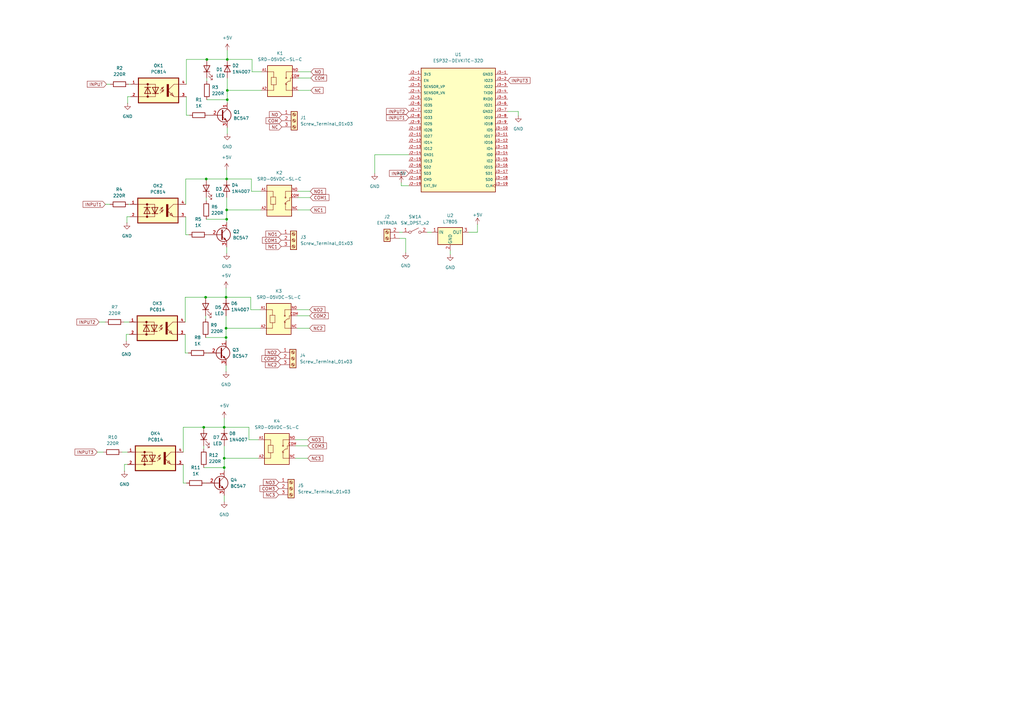
<source format=kicad_sch>
(kicad_sch
	(version 20250114)
	(generator "eeschema")
	(generator_version "9.0")
	(uuid "eec8eef1-b582-436b-b085-ccc970b47328")
	(paper "A3")
	(lib_symbols
		(symbol "Connector:Screw_Terminal_01x02"
			(pin_names
				(offset 1.016)
				(hide yes)
			)
			(exclude_from_sim no)
			(in_bom yes)
			(on_board yes)
			(property "Reference" "J"
				(at 0 2.54 0)
				(effects
					(font
						(size 1.27 1.27)
					)
				)
			)
			(property "Value" "Screw_Terminal_01x02"
				(at 0 -5.08 0)
				(effects
					(font
						(size 1.27 1.27)
					)
				)
			)
			(property "Footprint" ""
				(at 0 0 0)
				(effects
					(font
						(size 1.27 1.27)
					)
					(hide yes)
				)
			)
			(property "Datasheet" "~"
				(at 0 0 0)
				(effects
					(font
						(size 1.27 1.27)
					)
					(hide yes)
				)
			)
			(property "Description" "Generic screw terminal, single row, 01x02, script generated (kicad-library-utils/schlib/autogen/connector/)"
				(at 0 0 0)
				(effects
					(font
						(size 1.27 1.27)
					)
					(hide yes)
				)
			)
			(property "ki_keywords" "screw terminal"
				(at 0 0 0)
				(effects
					(font
						(size 1.27 1.27)
					)
					(hide yes)
				)
			)
			(property "ki_fp_filters" "TerminalBlock*:*"
				(at 0 0 0)
				(effects
					(font
						(size 1.27 1.27)
					)
					(hide yes)
				)
			)
			(symbol "Screw_Terminal_01x02_1_1"
				(rectangle
					(start -1.27 1.27)
					(end 1.27 -3.81)
					(stroke
						(width 0.254)
						(type default)
					)
					(fill
						(type background)
					)
				)
				(polyline
					(pts
						(xy -0.5334 0.3302) (xy 0.3302 -0.508)
					)
					(stroke
						(width 0.1524)
						(type default)
					)
					(fill
						(type none)
					)
				)
				(polyline
					(pts
						(xy -0.5334 -2.2098) (xy 0.3302 -3.048)
					)
					(stroke
						(width 0.1524)
						(type default)
					)
					(fill
						(type none)
					)
				)
				(polyline
					(pts
						(xy -0.3556 0.508) (xy 0.508 -0.3302)
					)
					(stroke
						(width 0.1524)
						(type default)
					)
					(fill
						(type none)
					)
				)
				(polyline
					(pts
						(xy -0.3556 -2.032) (xy 0.508 -2.8702)
					)
					(stroke
						(width 0.1524)
						(type default)
					)
					(fill
						(type none)
					)
				)
				(circle
					(center 0 0)
					(radius 0.635)
					(stroke
						(width 0.1524)
						(type default)
					)
					(fill
						(type none)
					)
				)
				(circle
					(center 0 -2.54)
					(radius 0.635)
					(stroke
						(width 0.1524)
						(type default)
					)
					(fill
						(type none)
					)
				)
				(pin passive line
					(at -5.08 0 0)
					(length 3.81)
					(name "Pin_1"
						(effects
							(font
								(size 1.27 1.27)
							)
						)
					)
					(number "1"
						(effects
							(font
								(size 1.27 1.27)
							)
						)
					)
				)
				(pin passive line
					(at -5.08 -2.54 0)
					(length 3.81)
					(name "Pin_2"
						(effects
							(font
								(size 1.27 1.27)
							)
						)
					)
					(number "2"
						(effects
							(font
								(size 1.27 1.27)
							)
						)
					)
				)
			)
			(embedded_fonts no)
		)
		(symbol "Connector:Screw_Terminal_01x03"
			(pin_names
				(offset 1.016)
				(hide yes)
			)
			(exclude_from_sim no)
			(in_bom yes)
			(on_board yes)
			(property "Reference" "J"
				(at 0 5.08 0)
				(effects
					(font
						(size 1.27 1.27)
					)
				)
			)
			(property "Value" "Screw_Terminal_01x03"
				(at 0 -5.08 0)
				(effects
					(font
						(size 1.27 1.27)
					)
				)
			)
			(property "Footprint" ""
				(at 0 0 0)
				(effects
					(font
						(size 1.27 1.27)
					)
					(hide yes)
				)
			)
			(property "Datasheet" "~"
				(at 0 0 0)
				(effects
					(font
						(size 1.27 1.27)
					)
					(hide yes)
				)
			)
			(property "Description" "Generic screw terminal, single row, 01x03, script generated (kicad-library-utils/schlib/autogen/connector/)"
				(at 0 0 0)
				(effects
					(font
						(size 1.27 1.27)
					)
					(hide yes)
				)
			)
			(property "ki_keywords" "screw terminal"
				(at 0 0 0)
				(effects
					(font
						(size 1.27 1.27)
					)
					(hide yes)
				)
			)
			(property "ki_fp_filters" "TerminalBlock*:*"
				(at 0 0 0)
				(effects
					(font
						(size 1.27 1.27)
					)
					(hide yes)
				)
			)
			(symbol "Screw_Terminal_01x03_1_1"
				(rectangle
					(start -1.27 3.81)
					(end 1.27 -3.81)
					(stroke
						(width 0.254)
						(type default)
					)
					(fill
						(type background)
					)
				)
				(polyline
					(pts
						(xy -0.5334 2.8702) (xy 0.3302 2.032)
					)
					(stroke
						(width 0.1524)
						(type default)
					)
					(fill
						(type none)
					)
				)
				(polyline
					(pts
						(xy -0.5334 0.3302) (xy 0.3302 -0.508)
					)
					(stroke
						(width 0.1524)
						(type default)
					)
					(fill
						(type none)
					)
				)
				(polyline
					(pts
						(xy -0.5334 -2.2098) (xy 0.3302 -3.048)
					)
					(stroke
						(width 0.1524)
						(type default)
					)
					(fill
						(type none)
					)
				)
				(polyline
					(pts
						(xy -0.3556 3.048) (xy 0.508 2.2098)
					)
					(stroke
						(width 0.1524)
						(type default)
					)
					(fill
						(type none)
					)
				)
				(polyline
					(pts
						(xy -0.3556 0.508) (xy 0.508 -0.3302)
					)
					(stroke
						(width 0.1524)
						(type default)
					)
					(fill
						(type none)
					)
				)
				(polyline
					(pts
						(xy -0.3556 -2.032) (xy 0.508 -2.8702)
					)
					(stroke
						(width 0.1524)
						(type default)
					)
					(fill
						(type none)
					)
				)
				(circle
					(center 0 2.54)
					(radius 0.635)
					(stroke
						(width 0.1524)
						(type default)
					)
					(fill
						(type none)
					)
				)
				(circle
					(center 0 0)
					(radius 0.635)
					(stroke
						(width 0.1524)
						(type default)
					)
					(fill
						(type none)
					)
				)
				(circle
					(center 0 -2.54)
					(radius 0.635)
					(stroke
						(width 0.1524)
						(type default)
					)
					(fill
						(type none)
					)
				)
				(pin passive line
					(at -5.08 2.54 0)
					(length 3.81)
					(name "Pin_1"
						(effects
							(font
								(size 1.27 1.27)
							)
						)
					)
					(number "1"
						(effects
							(font
								(size 1.27 1.27)
							)
						)
					)
				)
				(pin passive line
					(at -5.08 0 0)
					(length 3.81)
					(name "Pin_2"
						(effects
							(font
								(size 1.27 1.27)
							)
						)
					)
					(number "2"
						(effects
							(font
								(size 1.27 1.27)
							)
						)
					)
				)
				(pin passive line
					(at -5.08 -2.54 0)
					(length 3.81)
					(name "Pin_3"
						(effects
							(font
								(size 1.27 1.27)
							)
						)
					)
					(number "3"
						(effects
							(font
								(size 1.27 1.27)
							)
						)
					)
				)
			)
			(embedded_fonts no)
		)
		(symbol "Device:LED"
			(pin_numbers
				(hide yes)
			)
			(pin_names
				(offset 1.016)
				(hide yes)
			)
			(exclude_from_sim no)
			(in_bom yes)
			(on_board yes)
			(property "Reference" "D"
				(at 0 2.54 0)
				(effects
					(font
						(size 1.27 1.27)
					)
				)
			)
			(property "Value" "LED"
				(at 0 -2.54 0)
				(effects
					(font
						(size 1.27 1.27)
					)
				)
			)
			(property "Footprint" ""
				(at 0 0 0)
				(effects
					(font
						(size 1.27 1.27)
					)
					(hide yes)
				)
			)
			(property "Datasheet" "~"
				(at 0 0 0)
				(effects
					(font
						(size 1.27 1.27)
					)
					(hide yes)
				)
			)
			(property "Description" "Light emitting diode"
				(at 0 0 0)
				(effects
					(font
						(size 1.27 1.27)
					)
					(hide yes)
				)
			)
			(property "ki_keywords" "LED diode"
				(at 0 0 0)
				(effects
					(font
						(size 1.27 1.27)
					)
					(hide yes)
				)
			)
			(property "ki_fp_filters" "LED* LED_SMD:* LED_THT:*"
				(at 0 0 0)
				(effects
					(font
						(size 1.27 1.27)
					)
					(hide yes)
				)
			)
			(symbol "LED_0_1"
				(polyline
					(pts
						(xy -3.048 -0.762) (xy -4.572 -2.286) (xy -3.81 -2.286) (xy -4.572 -2.286) (xy -4.572 -1.524)
					)
					(stroke
						(width 0)
						(type default)
					)
					(fill
						(type none)
					)
				)
				(polyline
					(pts
						(xy -1.778 -0.762) (xy -3.302 -2.286) (xy -2.54 -2.286) (xy -3.302 -2.286) (xy -3.302 -1.524)
					)
					(stroke
						(width 0)
						(type default)
					)
					(fill
						(type none)
					)
				)
				(polyline
					(pts
						(xy -1.27 0) (xy 1.27 0)
					)
					(stroke
						(width 0)
						(type default)
					)
					(fill
						(type none)
					)
				)
				(polyline
					(pts
						(xy -1.27 -1.27) (xy -1.27 1.27)
					)
					(stroke
						(width 0.254)
						(type default)
					)
					(fill
						(type none)
					)
				)
				(polyline
					(pts
						(xy 1.27 -1.27) (xy 1.27 1.27) (xy -1.27 0) (xy 1.27 -1.27)
					)
					(stroke
						(width 0.254)
						(type default)
					)
					(fill
						(type none)
					)
				)
			)
			(symbol "LED_1_1"
				(pin passive line
					(at -3.81 0 0)
					(length 2.54)
					(name "K"
						(effects
							(font
								(size 1.27 1.27)
							)
						)
					)
					(number "1"
						(effects
							(font
								(size 1.27 1.27)
							)
						)
					)
				)
				(pin passive line
					(at 3.81 0 180)
					(length 2.54)
					(name "A"
						(effects
							(font
								(size 1.27 1.27)
							)
						)
					)
					(number "2"
						(effects
							(font
								(size 1.27 1.27)
							)
						)
					)
				)
			)
			(embedded_fonts no)
		)
		(symbol "Device:R"
			(pin_numbers
				(hide yes)
			)
			(pin_names
				(offset 0)
			)
			(exclude_from_sim no)
			(in_bom yes)
			(on_board yes)
			(property "Reference" "R"
				(at 2.032 0 90)
				(effects
					(font
						(size 1.27 1.27)
					)
				)
			)
			(property "Value" "R"
				(at 0 0 90)
				(effects
					(font
						(size 1.27 1.27)
					)
				)
			)
			(property "Footprint" ""
				(at -1.778 0 90)
				(effects
					(font
						(size 1.27 1.27)
					)
					(hide yes)
				)
			)
			(property "Datasheet" "~"
				(at 0 0 0)
				(effects
					(font
						(size 1.27 1.27)
					)
					(hide yes)
				)
			)
			(property "Description" "Resistor"
				(at 0 0 0)
				(effects
					(font
						(size 1.27 1.27)
					)
					(hide yes)
				)
			)
			(property "ki_keywords" "R res resistor"
				(at 0 0 0)
				(effects
					(font
						(size 1.27 1.27)
					)
					(hide yes)
				)
			)
			(property "ki_fp_filters" "R_*"
				(at 0 0 0)
				(effects
					(font
						(size 1.27 1.27)
					)
					(hide yes)
				)
			)
			(symbol "R_0_1"
				(rectangle
					(start -1.016 -2.54)
					(end 1.016 2.54)
					(stroke
						(width 0.254)
						(type default)
					)
					(fill
						(type none)
					)
				)
			)
			(symbol "R_1_1"
				(pin passive line
					(at 0 3.81 270)
					(length 1.27)
					(name "~"
						(effects
							(font
								(size 1.27 1.27)
							)
						)
					)
					(number "1"
						(effects
							(font
								(size 1.27 1.27)
							)
						)
					)
				)
				(pin passive line
					(at 0 -3.81 90)
					(length 1.27)
					(name "~"
						(effects
							(font
								(size 1.27 1.27)
							)
						)
					)
					(number "2"
						(effects
							(font
								(size 1.27 1.27)
							)
						)
					)
				)
			)
			(embedded_fonts no)
		)
		(symbol "Diode:1N4007"
			(pin_numbers
				(hide yes)
			)
			(pin_names
				(hide yes)
			)
			(exclude_from_sim no)
			(in_bom yes)
			(on_board yes)
			(property "Reference" "D"
				(at 0 2.54 0)
				(effects
					(font
						(size 1.27 1.27)
					)
				)
			)
			(property "Value" "1N4007"
				(at 0 -2.54 0)
				(effects
					(font
						(size 1.27 1.27)
					)
				)
			)
			(property "Footprint" "Diode_THT:D_DO-41_SOD81_P10.16mm_Horizontal"
				(at 0 -4.445 0)
				(effects
					(font
						(size 1.27 1.27)
					)
					(hide yes)
				)
			)
			(property "Datasheet" "http://www.vishay.com/docs/88503/1n4001.pdf"
				(at 0 0 0)
				(effects
					(font
						(size 1.27 1.27)
					)
					(hide yes)
				)
			)
			(property "Description" "1000V 1A General Purpose Rectifier Diode, DO-41"
				(at 0 0 0)
				(effects
					(font
						(size 1.27 1.27)
					)
					(hide yes)
				)
			)
			(property "Sim.Device" "D"
				(at 0 0 0)
				(effects
					(font
						(size 1.27 1.27)
					)
					(hide yes)
				)
			)
			(property "Sim.Pins" "1=K 2=A"
				(at 0 0 0)
				(effects
					(font
						(size 1.27 1.27)
					)
					(hide yes)
				)
			)
			(property "ki_keywords" "diode"
				(at 0 0 0)
				(effects
					(font
						(size 1.27 1.27)
					)
					(hide yes)
				)
			)
			(property "ki_fp_filters" "D*DO?41*"
				(at 0 0 0)
				(effects
					(font
						(size 1.27 1.27)
					)
					(hide yes)
				)
			)
			(symbol "1N4007_0_1"
				(polyline
					(pts
						(xy -1.27 1.27) (xy -1.27 -1.27)
					)
					(stroke
						(width 0.254)
						(type default)
					)
					(fill
						(type none)
					)
				)
				(polyline
					(pts
						(xy 1.27 1.27) (xy 1.27 -1.27) (xy -1.27 0) (xy 1.27 1.27)
					)
					(stroke
						(width 0.254)
						(type default)
					)
					(fill
						(type none)
					)
				)
				(polyline
					(pts
						(xy 1.27 0) (xy -1.27 0)
					)
					(stroke
						(width 0)
						(type default)
					)
					(fill
						(type none)
					)
				)
			)
			(symbol "1N4007_1_1"
				(pin passive line
					(at -3.81 0 0)
					(length 2.54)
					(name "K"
						(effects
							(font
								(size 1.27 1.27)
							)
						)
					)
					(number "1"
						(effects
							(font
								(size 1.27 1.27)
							)
						)
					)
				)
				(pin passive line
					(at 3.81 0 180)
					(length 2.54)
					(name "A"
						(effects
							(font
								(size 1.27 1.27)
							)
						)
					)
					(number "2"
						(effects
							(font
								(size 1.27 1.27)
							)
						)
					)
				)
			)
			(embedded_fonts no)
		)
		(symbol "ESP32-DEVKITC-32D:ESP32-DEVKITC-32D"
			(pin_names
				(offset 1.016)
			)
			(exclude_from_sim no)
			(in_bom yes)
			(on_board yes)
			(property "Reference" "U"
				(at -15.2572 26.0643 0)
				(effects
					(font
						(size 1.27 1.27)
					)
					(justify left bottom)
				)
			)
			(property "Value" "ESP32-DEVKITC-32D"
				(at -15.2563 -27.9698 0)
				(effects
					(font
						(size 1.27 1.27)
					)
					(justify left bottom)
				)
			)
			(property "Footprint" "ESP32-DEVKITC-32D:MODULE_ESP32-DEVKITC-32D"
				(at 0 0 0)
				(effects
					(font
						(size 1.27 1.27)
					)
					(justify bottom)
					(hide yes)
				)
			)
			(property "Datasheet" ""
				(at 0 0 0)
				(effects
					(font
						(size 1.27 1.27)
					)
					(hide yes)
				)
			)
			(property "Description" ""
				(at 0 0 0)
				(effects
					(font
						(size 1.27 1.27)
					)
					(hide yes)
				)
			)
			(property "MF" "Espressif Systems"
				(at 0 0 0)
				(effects
					(font
						(size 1.27 1.27)
					)
					(justify bottom)
					(hide yes)
				)
			)
			(property "MAXIMUM_PACKAGE_HEIGHT" "N/A"
				(at 0 0 0)
				(effects
					(font
						(size 1.27 1.27)
					)
					(justify bottom)
					(hide yes)
				)
			)
			(property "Package" "None"
				(at 0 0 0)
				(effects
					(font
						(size 1.27 1.27)
					)
					(justify bottom)
					(hide yes)
				)
			)
			(property "Price" "None"
				(at 0 0 0)
				(effects
					(font
						(size 1.27 1.27)
					)
					(justify bottom)
					(hide yes)
				)
			)
			(property "Check_prices" "https://www.snapeda.com/parts/ESP32-DEVKITC-32D/Espressif+Systems/view-part/?ref=eda"
				(at 0 0 0)
				(effects
					(font
						(size 1.27 1.27)
					)
					(justify bottom)
					(hide yes)
				)
			)
			(property "STANDARD" "Manufacturer Recommendations"
				(at 0 0 0)
				(effects
					(font
						(size 1.27 1.27)
					)
					(justify bottom)
					(hide yes)
				)
			)
			(property "PARTREV" "V4"
				(at 0 0 0)
				(effects
					(font
						(size 1.27 1.27)
					)
					(justify bottom)
					(hide yes)
				)
			)
			(property "SnapEDA_Link" "https://www.snapeda.com/parts/ESP32-DEVKITC-32D/Espressif+Systems/view-part/?ref=snap"
				(at 0 0 0)
				(effects
					(font
						(size 1.27 1.27)
					)
					(justify bottom)
					(hide yes)
				)
			)
			(property "MP" "ESP32-DEVKITC-32D"
				(at 0 0 0)
				(effects
					(font
						(size 1.27 1.27)
					)
					(justify bottom)
					(hide yes)
				)
			)
			(property "Description_1" "\n                        \n                            WiFi Development Tools (802.11) ESP32 General Development Kit, ESP32-WROOM-32D on the board\n                        \n"
				(at 0 0 0)
				(effects
					(font
						(size 1.27 1.27)
					)
					(justify bottom)
					(hide yes)
				)
			)
			(property "MANUFACTURER" "Espressif Systems"
				(at 0 0 0)
				(effects
					(font
						(size 1.27 1.27)
					)
					(justify bottom)
					(hide yes)
				)
			)
			(property "Availability" "In Stock"
				(at 0 0 0)
				(effects
					(font
						(size 1.27 1.27)
					)
					(justify bottom)
					(hide yes)
				)
			)
			(property "SNAPEDA_PN" "ESP32-DEVKITC-32D"
				(at 0 0 0)
				(effects
					(font
						(size 1.27 1.27)
					)
					(justify bottom)
					(hide yes)
				)
			)
			(symbol "ESP32-DEVKITC-32D_0_0"
				(rectangle
					(start -15.24 -25.4)
					(end 15.24 25.4)
					(stroke
						(width 0.254)
						(type default)
					)
					(fill
						(type background)
					)
				)
				(pin power_in line
					(at -20.32 22.86 0)
					(length 5.08)
					(name "3V3"
						(effects
							(font
								(size 1.016 1.016)
							)
						)
					)
					(number "J2-1"
						(effects
							(font
								(size 1.016 1.016)
							)
						)
					)
				)
				(pin input line
					(at -20.32 20.32 0)
					(length 5.08)
					(name "EN"
						(effects
							(font
								(size 1.016 1.016)
							)
						)
					)
					(number "J2-2"
						(effects
							(font
								(size 1.016 1.016)
							)
						)
					)
				)
				(pin input line
					(at -20.32 17.78 0)
					(length 5.08)
					(name "SENSOR_VP"
						(effects
							(font
								(size 1.016 1.016)
							)
						)
					)
					(number "J2-3"
						(effects
							(font
								(size 1.016 1.016)
							)
						)
					)
				)
				(pin input line
					(at -20.32 15.24 0)
					(length 5.08)
					(name "SENSOR_VN"
						(effects
							(font
								(size 1.016 1.016)
							)
						)
					)
					(number "J2-4"
						(effects
							(font
								(size 1.016 1.016)
							)
						)
					)
				)
				(pin bidirectional line
					(at -20.32 12.7 0)
					(length 5.08)
					(name "IO34"
						(effects
							(font
								(size 1.016 1.016)
							)
						)
					)
					(number "J2-5"
						(effects
							(font
								(size 1.016 1.016)
							)
						)
					)
				)
				(pin bidirectional line
					(at -20.32 10.16 0)
					(length 5.08)
					(name "IO35"
						(effects
							(font
								(size 1.016 1.016)
							)
						)
					)
					(number "J2-6"
						(effects
							(font
								(size 1.016 1.016)
							)
						)
					)
				)
				(pin bidirectional line
					(at -20.32 7.62 0)
					(length 5.08)
					(name "IO32"
						(effects
							(font
								(size 1.016 1.016)
							)
						)
					)
					(number "J2-7"
						(effects
							(font
								(size 1.016 1.016)
							)
						)
					)
				)
				(pin bidirectional line
					(at -20.32 5.08 0)
					(length 5.08)
					(name "IO33"
						(effects
							(font
								(size 1.016 1.016)
							)
						)
					)
					(number "J2-8"
						(effects
							(font
								(size 1.016 1.016)
							)
						)
					)
				)
				(pin bidirectional line
					(at -20.32 2.54 0)
					(length 5.08)
					(name "IO25"
						(effects
							(font
								(size 1.016 1.016)
							)
						)
					)
					(number "J2-9"
						(effects
							(font
								(size 1.016 1.016)
							)
						)
					)
				)
				(pin bidirectional line
					(at -20.32 0 0)
					(length 5.08)
					(name "IO26"
						(effects
							(font
								(size 1.016 1.016)
							)
						)
					)
					(number "J2-10"
						(effects
							(font
								(size 1.016 1.016)
							)
						)
					)
				)
				(pin bidirectional line
					(at -20.32 -2.54 0)
					(length 5.08)
					(name "IO27"
						(effects
							(font
								(size 1.016 1.016)
							)
						)
					)
					(number "J2-11"
						(effects
							(font
								(size 1.016 1.016)
							)
						)
					)
				)
				(pin bidirectional line
					(at -20.32 -5.08 0)
					(length 5.08)
					(name "IO14"
						(effects
							(font
								(size 1.016 1.016)
							)
						)
					)
					(number "J2-12"
						(effects
							(font
								(size 1.016 1.016)
							)
						)
					)
				)
				(pin bidirectional line
					(at -20.32 -7.62 0)
					(length 5.08)
					(name "IO12"
						(effects
							(font
								(size 1.016 1.016)
							)
						)
					)
					(number "J2-13"
						(effects
							(font
								(size 1.016 1.016)
							)
						)
					)
				)
				(pin power_in line
					(at -20.32 -10.16 0)
					(length 5.08)
					(name "GND1"
						(effects
							(font
								(size 1.016 1.016)
							)
						)
					)
					(number "J2-14"
						(effects
							(font
								(size 1.016 1.016)
							)
						)
					)
				)
				(pin bidirectional line
					(at -20.32 -12.7 0)
					(length 5.08)
					(name "IO13"
						(effects
							(font
								(size 1.016 1.016)
							)
						)
					)
					(number "J2-15"
						(effects
							(font
								(size 1.016 1.016)
							)
						)
					)
				)
				(pin bidirectional line
					(at -20.32 -15.24 0)
					(length 5.08)
					(name "SD2"
						(effects
							(font
								(size 1.016 1.016)
							)
						)
					)
					(number "J2-16"
						(effects
							(font
								(size 1.016 1.016)
							)
						)
					)
				)
				(pin bidirectional line
					(at -20.32 -17.78 0)
					(length 5.08)
					(name "SD3"
						(effects
							(font
								(size 1.016 1.016)
							)
						)
					)
					(number "J2-17"
						(effects
							(font
								(size 1.016 1.016)
							)
						)
					)
				)
				(pin bidirectional line
					(at -20.32 -20.32 0)
					(length 5.08)
					(name "CMD"
						(effects
							(font
								(size 1.016 1.016)
							)
						)
					)
					(number "J2-18"
						(effects
							(font
								(size 1.016 1.016)
							)
						)
					)
				)
				(pin power_in line
					(at -20.32 -22.86 0)
					(length 5.08)
					(name "EXT_5V"
						(effects
							(font
								(size 1.016 1.016)
							)
						)
					)
					(number "J2-19"
						(effects
							(font
								(size 1.016 1.016)
							)
						)
					)
				)
				(pin power_in line
					(at 20.32 22.86 180)
					(length 5.08)
					(name "GND3"
						(effects
							(font
								(size 1.016 1.016)
							)
						)
					)
					(number "J3-1"
						(effects
							(font
								(size 1.016 1.016)
							)
						)
					)
				)
				(pin bidirectional line
					(at 20.32 20.32 180)
					(length 5.08)
					(name "IO23"
						(effects
							(font
								(size 1.016 1.016)
							)
						)
					)
					(number "J3-2"
						(effects
							(font
								(size 1.016 1.016)
							)
						)
					)
				)
				(pin bidirectional line
					(at 20.32 17.78 180)
					(length 5.08)
					(name "IO22"
						(effects
							(font
								(size 1.016 1.016)
							)
						)
					)
					(number "J3-3"
						(effects
							(font
								(size 1.016 1.016)
							)
						)
					)
				)
				(pin output line
					(at 20.32 15.24 180)
					(length 5.08)
					(name "TXD0"
						(effects
							(font
								(size 1.016 1.016)
							)
						)
					)
					(number "J3-4"
						(effects
							(font
								(size 1.016 1.016)
							)
						)
					)
				)
				(pin input line
					(at 20.32 12.7 180)
					(length 5.08)
					(name "RXD0"
						(effects
							(font
								(size 1.016 1.016)
							)
						)
					)
					(number "J3-5"
						(effects
							(font
								(size 1.016 1.016)
							)
						)
					)
				)
				(pin bidirectional line
					(at 20.32 10.16 180)
					(length 5.08)
					(name "IO21"
						(effects
							(font
								(size 1.016 1.016)
							)
						)
					)
					(number "J3-6"
						(effects
							(font
								(size 1.016 1.016)
							)
						)
					)
				)
				(pin power_in line
					(at 20.32 7.62 180)
					(length 5.08)
					(name "GND2"
						(effects
							(font
								(size 1.016 1.016)
							)
						)
					)
					(number "J3-7"
						(effects
							(font
								(size 1.016 1.016)
							)
						)
					)
				)
				(pin bidirectional line
					(at 20.32 5.08 180)
					(length 5.08)
					(name "IO19"
						(effects
							(font
								(size 1.016 1.016)
							)
						)
					)
					(number "J3-8"
						(effects
							(font
								(size 1.016 1.016)
							)
						)
					)
				)
				(pin bidirectional line
					(at 20.32 2.54 180)
					(length 5.08)
					(name "IO18"
						(effects
							(font
								(size 1.016 1.016)
							)
						)
					)
					(number "J3-9"
						(effects
							(font
								(size 1.016 1.016)
							)
						)
					)
				)
				(pin bidirectional line
					(at 20.32 0 180)
					(length 5.08)
					(name "IO5"
						(effects
							(font
								(size 1.016 1.016)
							)
						)
					)
					(number "J3-10"
						(effects
							(font
								(size 1.016 1.016)
							)
						)
					)
				)
				(pin bidirectional line
					(at 20.32 -2.54 180)
					(length 5.08)
					(name "IO17"
						(effects
							(font
								(size 1.016 1.016)
							)
						)
					)
					(number "J3-11"
						(effects
							(font
								(size 1.016 1.016)
							)
						)
					)
				)
				(pin bidirectional line
					(at 20.32 -5.08 180)
					(length 5.08)
					(name "IO16"
						(effects
							(font
								(size 1.016 1.016)
							)
						)
					)
					(number "J3-12"
						(effects
							(font
								(size 1.016 1.016)
							)
						)
					)
				)
				(pin bidirectional line
					(at 20.32 -7.62 180)
					(length 5.08)
					(name "IO4"
						(effects
							(font
								(size 1.016 1.016)
							)
						)
					)
					(number "J3-13"
						(effects
							(font
								(size 1.016 1.016)
							)
						)
					)
				)
				(pin bidirectional line
					(at 20.32 -10.16 180)
					(length 5.08)
					(name "IO0"
						(effects
							(font
								(size 1.016 1.016)
							)
						)
					)
					(number "J3-14"
						(effects
							(font
								(size 1.016 1.016)
							)
						)
					)
				)
				(pin bidirectional line
					(at 20.32 -12.7 180)
					(length 5.08)
					(name "IO2"
						(effects
							(font
								(size 1.016 1.016)
							)
						)
					)
					(number "J3-15"
						(effects
							(font
								(size 1.016 1.016)
							)
						)
					)
				)
				(pin bidirectional line
					(at 20.32 -15.24 180)
					(length 5.08)
					(name "IO15"
						(effects
							(font
								(size 1.016 1.016)
							)
						)
					)
					(number "J3-16"
						(effects
							(font
								(size 1.016 1.016)
							)
						)
					)
				)
				(pin bidirectional line
					(at 20.32 -17.78 180)
					(length 5.08)
					(name "SD1"
						(effects
							(font
								(size 1.016 1.016)
							)
						)
					)
					(number "J3-17"
						(effects
							(font
								(size 1.016 1.016)
							)
						)
					)
				)
				(pin bidirectional line
					(at 20.32 -20.32 180)
					(length 5.08)
					(name "SD0"
						(effects
							(font
								(size 1.016 1.016)
							)
						)
					)
					(number "J3-18"
						(effects
							(font
								(size 1.016 1.016)
							)
						)
					)
				)
				(pin input clock
					(at 20.32 -22.86 180)
					(length 5.08)
					(name "CLK"
						(effects
							(font
								(size 1.016 1.016)
							)
						)
					)
					(number "J3-19"
						(effects
							(font
								(size 1.016 1.016)
							)
						)
					)
				)
			)
			(embedded_fonts no)
		)
		(symbol "PC814:PC814"
			(pin_names
				(offset 1.016)
			)
			(exclude_from_sim no)
			(in_bom yes)
			(on_board yes)
			(property "Reference" "OK"
				(at -6.9931 5.7216 0)
				(effects
					(font
						(size 1.27 1.27)
					)
					(justify left bottom)
				)
			)
			(property "Value" "PC814"
				(at -6.9881 -7.6233 0)
				(effects
					(font
						(size 1.27 1.27)
					)
					(justify left bottom)
				)
			)
			(property "Footprint" "PC814:DIL04"
				(at 0 0 0)
				(effects
					(font
						(size 1.27 1.27)
					)
					(justify bottom)
					(hide yes)
				)
			)
			(property "Datasheet" ""
				(at 0 0 0)
				(effects
					(font
						(size 1.27 1.27)
					)
					(hide yes)
				)
			)
			(property "Description" ""
				(at 0 0 0)
				(effects
					(font
						(size 1.27 1.27)
					)
					(hide yes)
				)
			)
			(property "MF" "Essentra Components"
				(at 0 0 0)
				(effects
					(font
						(size 1.27 1.27)
					)
					(justify bottom)
					(hide yes)
				)
			)
			(property "Description_1" "\n                        \n                            Optoisolator Transistor Output 5000Vrms 1 Channel 4-SMD\n                        \n"
				(at 0 0 0)
				(effects
					(font
						(size 1.27 1.27)
					)
					(justify bottom)
					(hide yes)
				)
			)
			(property "Package" "DIP-4 Sharp"
				(at 0 0 0)
				(effects
					(font
						(size 1.27 1.27)
					)
					(justify bottom)
					(hide yes)
				)
			)
			(property "MPN" ""
				(at 0 0 0)
				(effects
					(font
						(size 1.27 1.27)
					)
					(justify bottom)
					(hide yes)
				)
			)
			(property "Price" "None"
				(at 0 0 0)
				(effects
					(font
						(size 1.27 1.27)
					)
					(justify bottom)
					(hide yes)
				)
			)
			(property "OC_FARNELL" "9707662"
				(at 0 0 0)
				(effects
					(font
						(size 1.27 1.27)
					)
					(justify bottom)
					(hide yes)
				)
			)
			(property "SnapEDA_Link" "https://www.snapeda.com/parts/PC814/Essentra/view-part/?ref=snap"
				(at 0 0 0)
				(effects
					(font
						(size 1.27 1.27)
					)
					(justify bottom)
					(hide yes)
				)
			)
			(property "MP" "PC814"
				(at 0 0 0)
				(effects
					(font
						(size 1.27 1.27)
					)
					(justify bottom)
					(hide yes)
				)
			)
			(property "OC_NEWARK" "unknown"
				(at 0 0 0)
				(effects
					(font
						(size 1.27 1.27)
					)
					(justify bottom)
					(hide yes)
				)
			)
			(property "Availability" "Not in stock"
				(at 0 0 0)
				(effects
					(font
						(size 1.27 1.27)
					)
					(justify bottom)
					(hide yes)
				)
			)
			(property "Check_prices" "https://www.snapeda.com/parts/PC814/Essentra/view-part/?ref=eda"
				(at 0 0 0)
				(effects
					(font
						(size 1.27 1.27)
					)
					(justify bottom)
					(hide yes)
				)
			)
			(symbol "PC814_0_0"
				(rectangle
					(start -6.985 -5.08)
					(end 9.525 5.08)
					(stroke
						(width 0.4064)
						(type default)
					)
					(fill
						(type background)
					)
				)
				(polyline
					(pts
						(xy -4.445 1.27) (xy -3.175 1.27)
					)
					(stroke
						(width 0.254)
						(type default)
					)
					(fill
						(type none)
					)
				)
				(polyline
					(pts
						(xy -4.445 -1.27) (xy -3.175 1.27)
					)
					(stroke
						(width 0.254)
						(type default)
					)
					(fill
						(type none)
					)
				)
				(polyline
					(pts
						(xy -4.445 -1.27) (xy -3.175 -1.27)
					)
					(stroke
						(width 0.254)
						(type default)
					)
					(fill
						(type none)
					)
				)
				(circle
					(center -3.175 2.54)
					(radius 0.254)
					(stroke
						(width 0.4064)
						(type default)
					)
					(fill
						(type none)
					)
				)
				(polyline
					(pts
						(xy -3.175 2.54) (xy -7.62 2.54)
					)
					(stroke
						(width 0.1524)
						(type default)
					)
					(fill
						(type none)
					)
				)
				(polyline
					(pts
						(xy -3.175 2.54) (xy -3.175 1.27)
					)
					(stroke
						(width 0.1524)
						(type default)
					)
					(fill
						(type none)
					)
				)
				(polyline
					(pts
						(xy -3.175 2.54) (xy 0 2.54)
					)
					(stroke
						(width 0.1524)
						(type default)
					)
					(fill
						(type none)
					)
				)
				(polyline
					(pts
						(xy -3.175 1.27) (xy -1.905 1.27)
					)
					(stroke
						(width 0.254)
						(type default)
					)
					(fill
						(type none)
					)
				)
				(polyline
					(pts
						(xy -3.175 1.27) (xy -1.905 -1.27)
					)
					(stroke
						(width 0.254)
						(type default)
					)
					(fill
						(type none)
					)
				)
				(polyline
					(pts
						(xy -3.175 -1.27) (xy -3.175 1.27)
					)
					(stroke
						(width 0.254)
						(type default)
					)
					(fill
						(type none)
					)
				)
				(polyline
					(pts
						(xy -3.175 -1.27) (xy -1.905 -1.27)
					)
					(stroke
						(width 0.254)
						(type default)
					)
					(fill
						(type none)
					)
				)
				(circle
					(center -3.175 -2.54)
					(radius 0.254)
					(stroke
						(width 0.4064)
						(type default)
					)
					(fill
						(type none)
					)
				)
				(polyline
					(pts
						(xy -3.175 -2.54) (xy -7.62 -2.54)
					)
					(stroke
						(width 0.1524)
						(type default)
					)
					(fill
						(type none)
					)
				)
				(polyline
					(pts
						(xy -3.175 -2.54) (xy -3.175 -1.27)
					)
					(stroke
						(width 0.1524)
						(type default)
					)
					(fill
						(type none)
					)
				)
				(polyline
					(pts
						(xy -3.175 -2.54) (xy 0 -2.54)
					)
					(stroke
						(width 0.1524)
						(type default)
					)
					(fill
						(type none)
					)
				)
				(polyline
					(pts
						(xy 0 2.54) (xy 0 1.27)
					)
					(stroke
						(width 0.1524)
						(type default)
					)
					(fill
						(type none)
					)
				)
				(polyline
					(pts
						(xy 0 1.27) (xy -1.27 1.27)
					)
					(stroke
						(width 0.254)
						(type default)
					)
					(fill
						(type none)
					)
				)
				(polyline
					(pts
						(xy 0 1.27) (xy 0 -1.27)
					)
					(stroke
						(width 0.254)
						(type default)
					)
					(fill
						(type none)
					)
				)
				(polyline
					(pts
						(xy 0 -1.27) (xy -1.27 1.27)
					)
					(stroke
						(width 0.254)
						(type default)
					)
					(fill
						(type none)
					)
				)
				(polyline
					(pts
						(xy 0 -1.27) (xy -1.27 -1.27)
					)
					(stroke
						(width 0.254)
						(type default)
					)
					(fill
						(type none)
					)
				)
				(polyline
					(pts
						(xy 0 -2.54) (xy 0 -1.27)
					)
					(stroke
						(width 0.1524)
						(type default)
					)
					(fill
						(type none)
					)
				)
				(polyline
					(pts
						(xy 1.27 1.27) (xy 0 1.27)
					)
					(stroke
						(width 0.254)
						(type default)
					)
					(fill
						(type none)
					)
				)
				(polyline
					(pts
						(xy 1.27 1.27) (xy 0 -1.27)
					)
					(stroke
						(width 0.254)
						(type default)
					)
					(fill
						(type none)
					)
				)
				(polyline
					(pts
						(xy 1.27 -1.27) (xy 0 -1.27)
					)
					(stroke
						(width 0.254)
						(type default)
					)
					(fill
						(type none)
					)
				)
				(polyline
					(pts
						(xy 1.905 0) (xy 3.302 1.397)
					)
					(stroke
						(width 0.1524)
						(type default)
					)
					(fill
						(type none)
					)
				)
				(polyline
					(pts
						(xy 2.032 -1.143) (xy 3.429 0.254)
					)
					(stroke
						(width 0.1524)
						(type default)
					)
					(fill
						(type none)
					)
				)
				(polyline
					(pts
						(xy 2.413 1.016) (xy 2.921 0.508)
					)
					(stroke
						(width 0.1524)
						(type default)
					)
					(fill
						(type none)
					)
				)
				(polyline
					(pts
						(xy 2.54 -0.127) (xy 3.048 -0.635)
					)
					(stroke
						(width 0.1524)
						(type default)
					)
					(fill
						(type none)
					)
				)
				(polyline
					(pts
						(xy 2.921 0.508) (xy 3.302 1.397)
					)
					(stroke
						(width 0.1524)
						(type default)
					)
					(fill
						(type none)
					)
				)
				(polyline
					(pts
						(xy 3.048 -0.635) (xy 3.429 0.254)
					)
					(stroke
						(width 0.1524)
						(type default)
					)
					(fill
						(type none)
					)
				)
				(polyline
					(pts
						(xy 3.302 1.397) (xy 2.413 1.016)
					)
					(stroke
						(width 0.1524)
						(type default)
					)
					(fill
						(type none)
					)
				)
				(polyline
					(pts
						(xy 3.429 0.254) (xy 2.54 -0.127)
					)
					(stroke
						(width 0.1524)
						(type default)
					)
					(fill
						(type none)
					)
				)
				(rectangle
					(start 4.7005 -2.5408)
					(end 5.461 2.54)
					(stroke
						(width 0.1)
						(type default)
					)
					(fill
						(type outline)
					)
				)
				(polyline
					(pts
						(xy 5.08 0) (xy 7.366 -2.286)
					)
					(stroke
						(width 0.1524)
						(type default)
					)
					(fill
						(type none)
					)
				)
				(polyline
					(pts
						(xy 6.096 -1.778) (xy 6.858 -1.016)
					)
					(stroke
						(width 0.1524)
						(type default)
					)
					(fill
						(type none)
					)
				)
				(polyline
					(pts
						(xy 6.858 -1.016) (xy 7.366 -2.286)
					)
					(stroke
						(width 0.1524)
						(type default)
					)
					(fill
						(type none)
					)
				)
				(polyline
					(pts
						(xy 7.366 -2.286) (xy 6.096 -1.778)
					)
					(stroke
						(width 0.1524)
						(type default)
					)
					(fill
						(type none)
					)
				)
				(polyline
					(pts
						(xy 7.366 -2.286) (xy 7.62 -2.54)
					)
					(stroke
						(width 0.1524)
						(type default)
					)
					(fill
						(type none)
					)
				)
				(polyline
					(pts
						(xy 7.62 2.54) (xy 5.08 0)
					)
					(stroke
						(width 0.1524)
						(type default)
					)
					(fill
						(type none)
					)
				)
				(polyline
					(pts
						(xy 7.62 2.54) (xy 10.16 2.54)
					)
					(stroke
						(width 0.1524)
						(type default)
					)
					(fill
						(type none)
					)
				)
				(polyline
					(pts
						(xy 7.62 -2.54) (xy 10.16 -2.54)
					)
					(stroke
						(width 0.1524)
						(type default)
					)
					(fill
						(type none)
					)
				)
				(pin passive line
					(at -10.16 2.54 0)
					(length 2.54)
					(name "~"
						(effects
							(font
								(size 1.016 1.016)
							)
						)
					)
					(number "1"
						(effects
							(font
								(size 1.016 1.016)
							)
						)
					)
				)
				(pin passive line
					(at -10.16 -2.54 0)
					(length 2.54)
					(name "~"
						(effects
							(font
								(size 1.016 1.016)
							)
						)
					)
					(number "2"
						(effects
							(font
								(size 1.016 1.016)
							)
						)
					)
				)
				(pin passive line
					(at 12.7 2.54 180)
					(length 2.54)
					(name "~"
						(effects
							(font
								(size 1.016 1.016)
							)
						)
					)
					(number "4"
						(effects
							(font
								(size 1.016 1.016)
							)
						)
					)
				)
				(pin passive line
					(at 12.7 -2.54 180)
					(length 2.54)
					(name "~"
						(effects
							(font
								(size 1.016 1.016)
							)
						)
					)
					(number "3"
						(effects
							(font
								(size 1.016 1.016)
							)
						)
					)
				)
			)
			(embedded_fonts no)
		)
		(symbol "Regulator_Linear:L7805"
			(pin_names
				(offset 0.254)
			)
			(exclude_from_sim no)
			(in_bom yes)
			(on_board yes)
			(property "Reference" "U"
				(at -3.81 3.175 0)
				(effects
					(font
						(size 1.27 1.27)
					)
				)
			)
			(property "Value" "L7805"
				(at 0 3.175 0)
				(effects
					(font
						(size 1.27 1.27)
					)
					(justify left)
				)
			)
			(property "Footprint" ""
				(at 0.635 -3.81 0)
				(effects
					(font
						(size 1.27 1.27)
						(italic yes)
					)
					(justify left)
					(hide yes)
				)
			)
			(property "Datasheet" "http://www.st.com/content/ccc/resource/technical/document/datasheet/41/4f/b3/b0/12/d4/47/88/CD00000444.pdf/files/CD00000444.pdf/jcr:content/translations/en.CD00000444.pdf"
				(at 0 -1.27 0)
				(effects
					(font
						(size 1.27 1.27)
					)
					(hide yes)
				)
			)
			(property "Description" "Positive 1.5A 35V Linear Regulator, Fixed Output 5V, TO-220/TO-263/TO-252"
				(at 0 0 0)
				(effects
					(font
						(size 1.27 1.27)
					)
					(hide yes)
				)
			)
			(property "ki_keywords" "Voltage Regulator 1.5A Positive"
				(at 0 0 0)
				(effects
					(font
						(size 1.27 1.27)
					)
					(hide yes)
				)
			)
			(property "ki_fp_filters" "TO?252* TO?263* TO?220*"
				(at 0 0 0)
				(effects
					(font
						(size 1.27 1.27)
					)
					(hide yes)
				)
			)
			(symbol "L7805_0_1"
				(rectangle
					(start -5.08 1.905)
					(end 5.08 -5.08)
					(stroke
						(width 0.254)
						(type default)
					)
					(fill
						(type background)
					)
				)
			)
			(symbol "L7805_1_1"
				(pin power_in line
					(at -7.62 0 0)
					(length 2.54)
					(name "IN"
						(effects
							(font
								(size 1.27 1.27)
							)
						)
					)
					(number "1"
						(effects
							(font
								(size 1.27 1.27)
							)
						)
					)
				)
				(pin power_in line
					(at 0 -7.62 90)
					(length 2.54)
					(name "GND"
						(effects
							(font
								(size 1.27 1.27)
							)
						)
					)
					(number "2"
						(effects
							(font
								(size 1.27 1.27)
							)
						)
					)
				)
				(pin power_out line
					(at 7.62 0 180)
					(length 2.54)
					(name "OUT"
						(effects
							(font
								(size 1.27 1.27)
							)
						)
					)
					(number "3"
						(effects
							(font
								(size 1.27 1.27)
							)
						)
					)
				)
			)
			(embedded_fonts no)
		)
		(symbol "SRD-05VDC-SL:SRD-05VDC-SL-C"
			(pin_names
				(offset 1.016)
			)
			(exclude_from_sim no)
			(in_bom yes)
			(on_board yes)
			(property "Reference" "K"
				(at -5.0809 5.843 0)
				(effects
					(font
						(size 1.27 1.27)
					)
					(justify left bottom)
				)
			)
			(property "Value" "SRD-05VDC-SL-C"
				(at -5.0832 -10.1664 0)
				(effects
					(font
						(size 1.27 1.27)
					)
					(justify left bottom)
				)
			)
			(property "Footprint" "SRD-05VDC-SL-C:RELAY_SRD-05VDC-SL-C"
				(at 0 0 0)
				(effects
					(font
						(size 1.27 1.27)
					)
					(justify bottom)
					(hide yes)
				)
			)
			(property "Datasheet" ""
				(at 0 0 0)
				(effects
					(font
						(size 1.27 1.27)
					)
					(hide yes)
				)
			)
			(property "Description" ""
				(at 0 0 0)
				(effects
					(font
						(size 1.27 1.27)
					)
					(hide yes)
				)
			)
			(property "MF" "Songle Relay"
				(at 0 0 0)
				(effects
					(font
						(size 1.27 1.27)
					)
					(justify bottom)
					(hide yes)
				)
			)
			(property "Description_1" "\n                        \n                            5V Trigger Relay Module For Arduino And Raspberry Pi 5V Trigger Relay Module For Arduino And Raspberry Pi\n                        \n"
				(at 0 0 0)
				(effects
					(font
						(size 1.27 1.27)
					)
					(justify bottom)
					(hide yes)
				)
			)
			(property "Package" "NON STANDARD-5 Songle Relay"
				(at 0 0 0)
				(effects
					(font
						(size 1.27 1.27)
					)
					(justify bottom)
					(hide yes)
				)
			)
			(property "Price" "None"
				(at 0 0 0)
				(effects
					(font
						(size 1.27 1.27)
					)
					(justify bottom)
					(hide yes)
				)
			)
			(property "Check_prices" "https://www.snapeda.com/parts/SRD-05VDC-SL-C/Songle+Relay/view-part/?ref=eda"
				(at 0 0 0)
				(effects
					(font
						(size 1.27 1.27)
					)
					(justify bottom)
					(hide yes)
				)
			)
			(property "STANDARD" "IPC-7251"
				(at 0 0 0)
				(effects
					(font
						(size 1.27 1.27)
					)
					(justify bottom)
					(hide yes)
				)
			)
			(property "SnapEDA_Link" "https://www.snapeda.com/parts/SRD-05VDC-SL-C/Songle+Relay/view-part/?ref=snap"
				(at 0 0 0)
				(effects
					(font
						(size 1.27 1.27)
					)
					(justify bottom)
					(hide yes)
				)
			)
			(property "MP" "SRD-05VDC-SL-C"
				(at 0 0 0)
				(effects
					(font
						(size 1.27 1.27)
					)
					(justify bottom)
					(hide yes)
				)
			)
			(property "Availability" "In Stock"
				(at 0 0 0)
				(effects
					(font
						(size 1.27 1.27)
					)
					(justify bottom)
					(hide yes)
				)
			)
			(property "MANUFACTURER" "SONGLE RELAY"
				(at 0 0 0)
				(effects
					(font
						(size 1.27 1.27)
					)
					(justify bottom)
					(hide yes)
				)
			)
			(symbol "SRD-05VDC-SL-C_0_0"
				(polyline
					(pts
						(xy -5.08 2.54) (xy -2.54 2.54)
					)
					(stroke
						(width 0.1524)
						(type default)
					)
					(fill
						(type none)
					)
				)
				(rectangle
					(start -5.08 -7.62)
					(end 5.08 5.08)
					(stroke
						(width 0.254)
						(type default)
					)
					(fill
						(type background)
					)
				)
				(polyline
					(pts
						(xy -3.556 0.254) (xy -3.556 -2.794)
					)
					(stroke
						(width 0.1524)
						(type default)
					)
					(fill
						(type none)
					)
				)
				(polyline
					(pts
						(xy -3.556 -2.794) (xy -2.54 -2.794)
					)
					(stroke
						(width 0.1524)
						(type default)
					)
					(fill
						(type none)
					)
				)
				(polyline
					(pts
						(xy -2.54 2.54) (xy -2.54 0.254)
					)
					(stroke
						(width 0.1524)
						(type default)
					)
					(fill
						(type none)
					)
				)
				(polyline
					(pts
						(xy -2.54 0.254) (xy -3.556 0.254)
					)
					(stroke
						(width 0.1524)
						(type default)
					)
					(fill
						(type none)
					)
				)
				(polyline
					(pts
						(xy -2.54 -2.794) (xy -2.54 -5.08)
					)
					(stroke
						(width 0.1524)
						(type default)
					)
					(fill
						(type none)
					)
				)
				(polyline
					(pts
						(xy -2.54 -2.794) (xy -1.524 -2.794)
					)
					(stroke
						(width 0.1524)
						(type default)
					)
					(fill
						(type none)
					)
				)
				(polyline
					(pts
						(xy -2.54 -5.08) (xy -5.08 -5.08)
					)
					(stroke
						(width 0.1524)
						(type default)
					)
					(fill
						(type none)
					)
				)
				(polyline
					(pts
						(xy -1.524 0.254) (xy -2.54 0.254)
					)
					(stroke
						(width 0.1524)
						(type default)
					)
					(fill
						(type none)
					)
				)
				(polyline
					(pts
						(xy -1.524 -2.794) (xy -1.524 0.254)
					)
					(stroke
						(width 0.1524)
						(type default)
					)
					(fill
						(type none)
					)
				)
				(polyline
					(pts
						(xy 2.54 2.54) (xy 2.54 0)
					)
					(stroke
						(width 0.1524)
						(type default)
					)
					(fill
						(type none)
					)
				)
				(circle
					(center 2.54 0)
					(radius 0.254)
					(stroke
						(width 0.1524)
						(type default)
					)
					(fill
						(type none)
					)
				)
				(polyline
					(pts
						(xy 2.54 -2.54) (xy 2.54 -5.08)
					)
					(stroke
						(width 0.1524)
						(type default)
					)
					(fill
						(type none)
					)
				)
				(circle
					(center 2.54 -2.54)
					(radius 0.254)
					(stroke
						(width 0.1524)
						(type default)
					)
					(fill
						(type none)
					)
				)
				(polyline
					(pts
						(xy 2.54 -5.08) (xy 5.08 -5.08)
					)
					(stroke
						(width 0.1524)
						(type default)
					)
					(fill
						(type none)
					)
				)
				(polyline
					(pts
						(xy 3.556 -1.27) (xy 2.286 -2.286)
					)
					(stroke
						(width 0.1524)
						(type default)
					)
					(fill
						(type none)
					)
				)
				(polyline
					(pts
						(xy 3.556 -1.27) (xy 4.318 -1.27)
					)
					(stroke
						(width 0.1524)
						(type default)
					)
					(fill
						(type none)
					)
				)
				(polyline
					(pts
						(xy 4.318 0) (xy 5.08 0)
					)
					(stroke
						(width 0.1524)
						(type default)
					)
					(fill
						(type none)
					)
				)
				(polyline
					(pts
						(xy 4.318 -1.27) (xy 4.318 0)
					)
					(stroke
						(width 0.1524)
						(type default)
					)
					(fill
						(type none)
					)
				)
				(polyline
					(pts
						(xy 5.08 2.54) (xy 2.54 2.54)
					)
					(stroke
						(width 0.1524)
						(type default)
					)
					(fill
						(type none)
					)
				)
				(pin passive line
					(at -7.62 2.54 0)
					(length 2.54)
					(name "~"
						(effects
							(font
								(size 1.016 1.016)
							)
						)
					)
					(number "A1"
						(effects
							(font
								(size 1.016 1.016)
							)
						)
					)
				)
				(pin passive line
					(at -7.62 -5.08 0)
					(length 2.54)
					(name "~"
						(effects
							(font
								(size 1.016 1.016)
							)
						)
					)
					(number "A2"
						(effects
							(font
								(size 1.016 1.016)
							)
						)
					)
				)
				(pin passive line
					(at 7.62 2.54 180)
					(length 2.54)
					(name "~"
						(effects
							(font
								(size 1.016 1.016)
							)
						)
					)
					(number "NO"
						(effects
							(font
								(size 1.016 1.016)
							)
						)
					)
				)
				(pin passive line
					(at 7.62 0 180)
					(length 2.54)
					(name "~"
						(effects
							(font
								(size 1.016 1.016)
							)
						)
					)
					(number "COM"
						(effects
							(font
								(size 1.016 1.016)
							)
						)
					)
				)
				(pin passive line
					(at 7.62 -5.08 180)
					(length 2.54)
					(name "~"
						(effects
							(font
								(size 1.016 1.016)
							)
						)
					)
					(number "NC"
						(effects
							(font
								(size 1.016 1.016)
							)
						)
					)
				)
			)
			(embedded_fonts no)
		)
		(symbol "Switch:SW_DPST_x2"
			(pin_names
				(offset 0)
				(hide yes)
			)
			(exclude_from_sim no)
			(in_bom yes)
			(on_board yes)
			(property "Reference" "SW"
				(at 0 3.175 0)
				(effects
					(font
						(size 1.27 1.27)
					)
				)
			)
			(property "Value" "SW_DPST_x2"
				(at 0 -2.54 0)
				(effects
					(font
						(size 1.27 1.27)
					)
				)
			)
			(property "Footprint" ""
				(at 0 0 0)
				(effects
					(font
						(size 1.27 1.27)
					)
					(hide yes)
				)
			)
			(property "Datasheet" "~"
				(at 0 0 0)
				(effects
					(font
						(size 1.27 1.27)
					)
					(hide yes)
				)
			)
			(property "Description" "Single Pole Single Throw (SPST) switch, separate symbol"
				(at 0 0 0)
				(effects
					(font
						(size 1.27 1.27)
					)
					(hide yes)
				)
			)
			(property "ki_keywords" "switch lever"
				(at 0 0 0)
				(effects
					(font
						(size 1.27 1.27)
					)
					(hide yes)
				)
			)
			(symbol "SW_DPST_x2_0_0"
				(circle
					(center -2.032 0)
					(radius 0.508)
					(stroke
						(width 0)
						(type default)
					)
					(fill
						(type none)
					)
				)
				(polyline
					(pts
						(xy -1.524 0.254) (xy 1.524 1.778)
					)
					(stroke
						(width 0)
						(type default)
					)
					(fill
						(type none)
					)
				)
				(circle
					(center 2.032 0)
					(radius 0.508)
					(stroke
						(width 0)
						(type default)
					)
					(fill
						(type none)
					)
				)
			)
			(symbol "SW_DPST_x2_1_1"
				(pin passive line
					(at -5.08 0 0)
					(length 2.54)
					(name "A"
						(effects
							(font
								(size 1.27 1.27)
							)
						)
					)
					(number "1"
						(effects
							(font
								(size 1.27 1.27)
							)
						)
					)
				)
				(pin passive line
					(at 5.08 0 180)
					(length 2.54)
					(name "B"
						(effects
							(font
								(size 1.27 1.27)
							)
						)
					)
					(number "2"
						(effects
							(font
								(size 1.27 1.27)
							)
						)
					)
				)
			)
			(symbol "SW_DPST_x2_2_1"
				(pin passive line
					(at -5.08 0 0)
					(length 2.54)
					(name "A"
						(effects
							(font
								(size 1.27 1.27)
							)
						)
					)
					(number "3"
						(effects
							(font
								(size 1.27 1.27)
							)
						)
					)
				)
				(pin passive line
					(at 5.08 0 180)
					(length 2.54)
					(name "B"
						(effects
							(font
								(size 1.27 1.27)
							)
						)
					)
					(number "4"
						(effects
							(font
								(size 1.27 1.27)
							)
						)
					)
				)
			)
			(embedded_fonts no)
		)
		(symbol "Transistor_BJT:BC547"
			(pin_names
				(offset 0)
				(hide yes)
			)
			(exclude_from_sim no)
			(in_bom yes)
			(on_board yes)
			(property "Reference" "Q"
				(at 5.08 1.905 0)
				(effects
					(font
						(size 1.27 1.27)
					)
					(justify left)
				)
			)
			(property "Value" "BC547"
				(at 5.08 0 0)
				(effects
					(font
						(size 1.27 1.27)
					)
					(justify left)
				)
			)
			(property "Footprint" "Package_TO_SOT_THT:TO-92_Inline"
				(at 5.08 -1.905 0)
				(effects
					(font
						(size 1.27 1.27)
						(italic yes)
					)
					(justify left)
					(hide yes)
				)
			)
			(property "Datasheet" "https://www.onsemi.com/pub/Collateral/BC550-D.pdf"
				(at 0 0 0)
				(effects
					(font
						(size 1.27 1.27)
					)
					(justify left)
					(hide yes)
				)
			)
			(property "Description" "0.1A Ic, 45V Vce, Small Signal NPN Transistor, TO-92"
				(at 0 0 0)
				(effects
					(font
						(size 1.27 1.27)
					)
					(hide yes)
				)
			)
			(property "ki_keywords" "NPN Transistor"
				(at 0 0 0)
				(effects
					(font
						(size 1.27 1.27)
					)
					(hide yes)
				)
			)
			(property "ki_fp_filters" "TO?92*"
				(at 0 0 0)
				(effects
					(font
						(size 1.27 1.27)
					)
					(hide yes)
				)
			)
			(symbol "BC547_0_1"
				(polyline
					(pts
						(xy 0 0) (xy 0.635 0)
					)
					(stroke
						(width 0)
						(type default)
					)
					(fill
						(type none)
					)
				)
				(polyline
					(pts
						(xy 0.635 1.905) (xy 0.635 -1.905) (xy 0.635 -1.905)
					)
					(stroke
						(width 0.508)
						(type default)
					)
					(fill
						(type none)
					)
				)
				(polyline
					(pts
						(xy 0.635 0.635) (xy 2.54 2.54)
					)
					(stroke
						(width 0)
						(type default)
					)
					(fill
						(type none)
					)
				)
				(polyline
					(pts
						(xy 0.635 -0.635) (xy 2.54 -2.54) (xy 2.54 -2.54)
					)
					(stroke
						(width 0)
						(type default)
					)
					(fill
						(type none)
					)
				)
				(circle
					(center 1.27 0)
					(radius 2.8194)
					(stroke
						(width 0.254)
						(type default)
					)
					(fill
						(type none)
					)
				)
				(polyline
					(pts
						(xy 1.27 -1.778) (xy 1.778 -1.27) (xy 2.286 -2.286) (xy 1.27 -1.778) (xy 1.27 -1.778)
					)
					(stroke
						(width 0)
						(type default)
					)
					(fill
						(type outline)
					)
				)
			)
			(symbol "BC547_1_1"
				(pin input line
					(at -5.08 0 0)
					(length 5.08)
					(name "B"
						(effects
							(font
								(size 1.27 1.27)
							)
						)
					)
					(number "2"
						(effects
							(font
								(size 1.27 1.27)
							)
						)
					)
				)
				(pin passive line
					(at 2.54 5.08 270)
					(length 2.54)
					(name "C"
						(effects
							(font
								(size 1.27 1.27)
							)
						)
					)
					(number "1"
						(effects
							(font
								(size 1.27 1.27)
							)
						)
					)
				)
				(pin passive line
					(at 2.54 -5.08 90)
					(length 2.54)
					(name "E"
						(effects
							(font
								(size 1.27 1.27)
							)
						)
					)
					(number "3"
						(effects
							(font
								(size 1.27 1.27)
							)
						)
					)
				)
			)
			(embedded_fonts no)
		)
		(symbol "power:+5V"
			(power)
			(pin_numbers
				(hide yes)
			)
			(pin_names
				(offset 0)
				(hide yes)
			)
			(exclude_from_sim no)
			(in_bom yes)
			(on_board yes)
			(property "Reference" "#PWR"
				(at 0 -3.81 0)
				(effects
					(font
						(size 1.27 1.27)
					)
					(hide yes)
				)
			)
			(property "Value" "+5V"
				(at 0 3.556 0)
				(effects
					(font
						(size 1.27 1.27)
					)
				)
			)
			(property "Footprint" ""
				(at 0 0 0)
				(effects
					(font
						(size 1.27 1.27)
					)
					(hide yes)
				)
			)
			(property "Datasheet" ""
				(at 0 0 0)
				(effects
					(font
						(size 1.27 1.27)
					)
					(hide yes)
				)
			)
			(property "Description" "Power symbol creates a global label with name \"+5V\""
				(at 0 0 0)
				(effects
					(font
						(size 1.27 1.27)
					)
					(hide yes)
				)
			)
			(property "ki_keywords" "global power"
				(at 0 0 0)
				(effects
					(font
						(size 1.27 1.27)
					)
					(hide yes)
				)
			)
			(symbol "+5V_0_1"
				(polyline
					(pts
						(xy -0.762 1.27) (xy 0 2.54)
					)
					(stroke
						(width 0)
						(type default)
					)
					(fill
						(type none)
					)
				)
				(polyline
					(pts
						(xy 0 2.54) (xy 0.762 1.27)
					)
					(stroke
						(width 0)
						(type default)
					)
					(fill
						(type none)
					)
				)
				(polyline
					(pts
						(xy 0 0) (xy 0 2.54)
					)
					(stroke
						(width 0)
						(type default)
					)
					(fill
						(type none)
					)
				)
			)
			(symbol "+5V_1_1"
				(pin power_in line
					(at 0 0 90)
					(length 0)
					(name "~"
						(effects
							(font
								(size 1.27 1.27)
							)
						)
					)
					(number "1"
						(effects
							(font
								(size 1.27 1.27)
							)
						)
					)
				)
			)
			(embedded_fonts no)
		)
		(symbol "power:GND"
			(power)
			(pin_numbers
				(hide yes)
			)
			(pin_names
				(offset 0)
				(hide yes)
			)
			(exclude_from_sim no)
			(in_bom yes)
			(on_board yes)
			(property "Reference" "#PWR"
				(at 0 -6.35 0)
				(effects
					(font
						(size 1.27 1.27)
					)
					(hide yes)
				)
			)
			(property "Value" "GND"
				(at 0 -3.81 0)
				(effects
					(font
						(size 1.27 1.27)
					)
				)
			)
			(property "Footprint" ""
				(at 0 0 0)
				(effects
					(font
						(size 1.27 1.27)
					)
					(hide yes)
				)
			)
			(property "Datasheet" ""
				(at 0 0 0)
				(effects
					(font
						(size 1.27 1.27)
					)
					(hide yes)
				)
			)
			(property "Description" "Power symbol creates a global label with name \"GND\" , ground"
				(at 0 0 0)
				(effects
					(font
						(size 1.27 1.27)
					)
					(hide yes)
				)
			)
			(property "ki_keywords" "global power"
				(at 0 0 0)
				(effects
					(font
						(size 1.27 1.27)
					)
					(hide yes)
				)
			)
			(symbol "GND_0_1"
				(polyline
					(pts
						(xy 0 0) (xy 0 -1.27) (xy 1.27 -1.27) (xy 0 -2.54) (xy -1.27 -1.27) (xy 0 -1.27)
					)
					(stroke
						(width 0)
						(type default)
					)
					(fill
						(type none)
					)
				)
			)
			(symbol "GND_1_1"
				(pin power_in line
					(at 0 0 270)
					(length 0)
					(name "~"
						(effects
							(font
								(size 1.27 1.27)
							)
						)
					)
					(number "1"
						(effects
							(font
								(size 1.27 1.27)
							)
						)
					)
				)
			)
			(embedded_fonts no)
		)
	)
	(junction
		(at 92.71 134.62)
		(diameter 0)
		(color 0 0 0 0)
		(uuid "145c04f3-fc40-4b23-8cca-d0d2ea55fbae")
	)
	(junction
		(at 92.71 138.43)
		(diameter 0)
		(color 0 0 0 0)
		(uuid "1d3e210b-0036-4955-838d-ae764e97b19f")
	)
	(junction
		(at 93.218 40.894)
		(diameter 0)
		(color 0 0 0 0)
		(uuid "2d0ad3eb-63e9-41a8-8ca0-a3d6867e43f4")
	)
	(junction
		(at 93.218 37.084)
		(diameter 0)
		(color 0 0 0 0)
		(uuid "3c4af971-c3fd-4ffa-a070-1100da67d356")
	)
	(junction
		(at 92.964 73.406)
		(diameter 0)
		(color 0 0 0 0)
		(uuid "4219029f-f307-4974-8f39-c024956fe7ae")
	)
	(junction
		(at 93.218 24.384)
		(diameter 0)
		(color 0 0 0 0)
		(uuid "4a2bd2e1-b33f-4470-9fc7-21de2335c540")
	)
	(junction
		(at 91.948 187.96)
		(diameter 0)
		(color 0 0 0 0)
		(uuid "5ab19d2a-caf5-4f6e-87da-fd9332394a9d")
	)
	(junction
		(at 84.836 24.384)
		(diameter 0)
		(color 0 0 0 0)
		(uuid "6b2b671f-e8c5-4809-97ca-d51d8e69a662")
	)
	(junction
		(at 84.582 73.406)
		(diameter 0)
		(color 0 0 0 0)
		(uuid "aba03cb3-4a68-48d9-bb1f-6cc3431882c9")
	)
	(junction
		(at 84.328 121.92)
		(diameter 0)
		(color 0 0 0 0)
		(uuid "b07c43a0-db76-4112-8aff-cd4354ea9979")
	)
	(junction
		(at 91.948 191.77)
		(diameter 0)
		(color 0 0 0 0)
		(uuid "b10ce3dc-74b4-48e8-9e3b-caac3983dff1")
	)
	(junction
		(at 91.948 175.26)
		(diameter 0)
		(color 0 0 0 0)
		(uuid "ce1b1a93-c142-4fab-a702-a7d91b02a5bd")
	)
	(junction
		(at 92.964 86.106)
		(diameter 0)
		(color 0 0 0 0)
		(uuid "d2e6f0d3-064f-4034-b6d3-bc792267d228")
	)
	(junction
		(at 92.964 89.916)
		(diameter 0)
		(color 0 0 0 0)
		(uuid "dcf717a6-6a39-4331-8629-ac6db74e0fd6")
	)
	(junction
		(at 83.566 175.26)
		(diameter 0)
		(color 0 0 0 0)
		(uuid "e4a1f552-06e3-4dcc-867b-1e25f595b1df")
	)
	(junction
		(at 92.71 121.92)
		(diameter 0)
		(color 0 0 0 0)
		(uuid "ffcdcdfb-7600-4cb9-afa4-2f4d337922a5")
	)
	(wire
		(pts
			(xy 84.328 198.12) (xy 84.074 198.12)
		)
		(stroke
			(width 0)
			(type default)
		)
		(uuid "001aa119-2ee1-412b-a8f2-924dc7ab4307")
	)
	(wire
		(pts
			(xy 92.71 134.62) (xy 106.68 134.62)
		)
		(stroke
			(width 0)
			(type default)
		)
		(uuid "0897154a-a1b0-4f1f-9827-fc0ac8ebebda")
	)
	(wire
		(pts
			(xy 103.378 24.384) (xy 93.218 24.384)
		)
		(stroke
			(width 0)
			(type default)
		)
		(uuid "09e91deb-f89a-4a82-a9cf-ba369209bb75")
	)
	(wire
		(pts
			(xy 75.184 190.5) (xy 75.184 198.12)
		)
		(stroke
			(width 0)
			(type default)
		)
		(uuid "0a0a3fbd-c2b7-402b-91eb-2e4098aef489")
	)
	(wire
		(pts
			(xy 76.2 83.82) (xy 76.2 73.406)
		)
		(stroke
			(width 0)
			(type default)
		)
		(uuid "0a86f40a-3ea0-4571-ad21-8d8d7518ab65")
	)
	(wire
		(pts
			(xy 93.218 20.574) (xy 93.218 24.384)
		)
		(stroke
			(width 0)
			(type default)
		)
		(uuid "0bf1c492-3f5b-41e2-a2c9-e411449e0e74")
	)
	(wire
		(pts
			(xy 52.832 34.544) (xy 53.594 34.544)
		)
		(stroke
			(width 0)
			(type default)
		)
		(uuid "0ecaaa6b-8a8e-41f9-a35f-0fce88e27bc3")
	)
	(wire
		(pts
			(xy 106.934 78.486) (xy 103.124 78.486)
		)
		(stroke
			(width 0)
			(type default)
		)
		(uuid "0ff97c40-7578-4327-93cc-ae7ce92691ff")
	)
	(wire
		(pts
			(xy 91.948 187.96) (xy 91.948 191.77)
		)
		(stroke
			(width 0)
			(type default)
		)
		(uuid "138ca87c-b415-4f2b-9ebc-4a0cf64bf1ec")
	)
	(wire
		(pts
			(xy 91.948 205.74) (xy 91.948 203.2)
		)
		(stroke
			(width 0)
			(type default)
		)
		(uuid "15e666ea-eb33-4b19-a688-d26f6a804bde")
	)
	(wire
		(pts
			(xy 91.948 171.45) (xy 91.948 175.26)
		)
		(stroke
			(width 0)
			(type default)
		)
		(uuid "1a35a476-f057-4091-8f1d-ef782884a3e1")
	)
	(wire
		(pts
			(xy 164.592 74.93) (xy 164.592 76.2)
		)
		(stroke
			(width 0)
			(type default)
		)
		(uuid "1e0aa543-97bd-4b9e-9cd1-6d800160856a")
	)
	(wire
		(pts
			(xy 92.964 69.596) (xy 92.964 73.406)
		)
		(stroke
			(width 0)
			(type default)
		)
		(uuid "1e93d7e3-75ab-44de-8e38-34adf339ee1d")
	)
	(wire
		(pts
			(xy 153.67 63.5) (xy 167.64 63.5)
		)
		(stroke
			(width 0)
			(type default)
		)
		(uuid "20662544-d657-406c-89af-81b96d8be871")
	)
	(wire
		(pts
			(xy 43.18 83.82) (xy 45.085 83.82)
		)
		(stroke
			(width 0)
			(type default)
		)
		(uuid "252ee632-da16-4186-bd08-5a5368e1a180")
	)
	(wire
		(pts
			(xy 43.688 34.544) (xy 45.212 34.544)
		)
		(stroke
			(width 0)
			(type default)
		)
		(uuid "2a51a8cb-511c-4f4c-9eb1-020083a6c13a")
	)
	(wire
		(pts
			(xy 107.188 29.464) (xy 103.378 29.464)
		)
		(stroke
			(width 0)
			(type default)
		)
		(uuid "364eaf29-6488-43e6-bf50-8c9cdfd44e93")
	)
	(wire
		(pts
			(xy 122.428 29.464) (xy 127.508 29.464)
		)
		(stroke
			(width 0)
			(type default)
		)
		(uuid "3b1b3d0d-c577-43d8-8dc6-a598810ac724")
	)
	(wire
		(pts
			(xy 51.054 190.5) (xy 51.054 193.294)
		)
		(stroke
			(width 0)
			(type default)
		)
		(uuid "418e906e-7187-4feb-bb2e-b59a4742179b")
	)
	(wire
		(pts
			(xy 126.238 182.88) (xy 121.158 182.88)
		)
		(stroke
			(width 0)
			(type default)
		)
		(uuid "41d646ba-eb2d-43fe-abd4-3cc1cdcfb6cd")
	)
	(wire
		(pts
			(xy 76.454 39.624) (xy 76.454 47.244)
		)
		(stroke
			(width 0)
			(type default)
		)
		(uuid "428105e9-b698-4645-8518-adff7c7e0280")
	)
	(wire
		(pts
			(xy 93.218 37.084) (xy 107.188 37.084)
		)
		(stroke
			(width 0)
			(type default)
		)
		(uuid "4521590d-8571-4c70-a1c6-c0d401406e71")
	)
	(wire
		(pts
			(xy 84.582 89.916) (xy 92.964 89.916)
		)
		(stroke
			(width 0)
			(type default)
		)
		(uuid "4536e79e-4632-472d-ba4a-b69f05d4426b")
	)
	(wire
		(pts
			(xy 106.68 127) (xy 102.87 127)
		)
		(stroke
			(width 0)
			(type default)
		)
		(uuid "4a227901-864f-4326-bdf2-94e0ef2b96d4")
	)
	(wire
		(pts
			(xy 50.8 132.08) (xy 53.086 132.08)
		)
		(stroke
			(width 0)
			(type default)
		)
		(uuid "4cf6a493-071a-4144-b04f-f2373d9cffca")
	)
	(wire
		(pts
			(xy 84.836 40.894) (xy 93.218 40.894)
		)
		(stroke
			(width 0)
			(type default)
		)
		(uuid "5128691f-04ec-413f-92ad-79e454c42376")
	)
	(wire
		(pts
			(xy 208.28 45.72) (xy 212.598 45.72)
		)
		(stroke
			(width 0)
			(type default)
		)
		(uuid "56550528-1635-4dc2-9fa7-bca13cfc3c1c")
	)
	(wire
		(pts
			(xy 92.964 81.026) (xy 92.964 86.106)
		)
		(stroke
			(width 0)
			(type default)
		)
		(uuid "56c1f682-e75f-489d-a3aa-31771bb8994f")
	)
	(wire
		(pts
			(xy 93.218 54.864) (xy 93.218 52.324)
		)
		(stroke
			(width 0)
			(type default)
		)
		(uuid "56f44f5f-b76b-4609-b376-b17e6586a2e3")
	)
	(wire
		(pts
			(xy 105.918 180.34) (xy 102.108 180.34)
		)
		(stroke
			(width 0)
			(type default)
		)
		(uuid "58d02c14-3646-4a79-9ae9-ba293d223525")
	)
	(wire
		(pts
			(xy 102.87 121.92) (xy 92.71 121.92)
		)
		(stroke
			(width 0)
			(type default)
		)
		(uuid "59f7289d-1328-4f07-919e-81066749c4f9")
	)
	(wire
		(pts
			(xy 76.2 96.266) (xy 77.47 96.266)
		)
		(stroke
			(width 0)
			(type default)
		)
		(uuid "5c1e28a2-a247-4b9c-a3ca-b917a6f4ea23")
	)
	(wire
		(pts
			(xy 91.948 191.77) (xy 91.948 193.04)
		)
		(stroke
			(width 0)
			(type default)
		)
		(uuid "622f7cce-d124-4322-be07-def080161c5f")
	)
	(wire
		(pts
			(xy 103.124 73.406) (xy 92.964 73.406)
		)
		(stroke
			(width 0)
			(type default)
		)
		(uuid "6eb5a4cc-9514-4ab7-a2d0-dd597b1f3c13")
	)
	(wire
		(pts
			(xy 121.92 134.62) (xy 127 134.62)
		)
		(stroke
			(width 0)
			(type default)
		)
		(uuid "70d26f19-1acd-4b0d-b2a0-151236c01fbe")
	)
	(wire
		(pts
			(xy 93.218 32.004) (xy 93.218 37.084)
		)
		(stroke
			(width 0)
			(type default)
		)
		(uuid "7116220c-a535-40ce-87f1-8ad109a4caa9")
	)
	(wire
		(pts
			(xy 91.948 187.96) (xy 105.918 187.96)
		)
		(stroke
			(width 0)
			(type default)
		)
		(uuid "72ac838a-2d8e-404f-99cb-38c94c9e03f3")
	)
	(wire
		(pts
			(xy 84.836 32.004) (xy 84.836 33.274)
		)
		(stroke
			(width 0)
			(type default)
		)
		(uuid "77ae6cf9-7171-47db-bd74-2886c6a85d6d")
	)
	(wire
		(pts
			(xy 92.964 86.106) (xy 106.934 86.106)
		)
		(stroke
			(width 0)
			(type default)
		)
		(uuid "79c6fbe5-6a94-4b2a-89fb-4ed058441a8a")
	)
	(wire
		(pts
			(xy 192.278 95.25) (xy 195.834 95.25)
		)
		(stroke
			(width 0)
			(type default)
		)
		(uuid "7db483ab-502b-4e0a-b6fe-5831650945a5")
	)
	(wire
		(pts
			(xy 75.184 175.26) (xy 83.566 175.26)
		)
		(stroke
			(width 0)
			(type default)
		)
		(uuid "7f707a3b-9361-43b9-9342-25ba130a36bf")
	)
	(wire
		(pts
			(xy 122.174 78.486) (xy 127.254 78.486)
		)
		(stroke
			(width 0)
			(type default)
		)
		(uuid "800dfdc6-281c-499e-a66b-3e802a6dc925")
	)
	(wire
		(pts
			(xy 127 129.54) (xy 121.92 129.54)
		)
		(stroke
			(width 0)
			(type default)
		)
		(uuid "80161127-1048-4ba9-8a6f-dae18c563051")
	)
	(wire
		(pts
			(xy 85.344 96.266) (xy 85.09 96.266)
		)
		(stroke
			(width 0)
			(type default)
		)
		(uuid "82734abc-f639-4f52-be63-7bc0df7fa97b")
	)
	(wire
		(pts
			(xy 122.428 37.084) (xy 127.508 37.084)
		)
		(stroke
			(width 0)
			(type default)
		)
		(uuid "8448a556-28c6-486a-b632-9baa66f563e4")
	)
	(wire
		(pts
			(xy 92.71 152.4) (xy 92.71 149.86)
		)
		(stroke
			(width 0)
			(type default)
		)
		(uuid "8455faa7-93d3-429f-a657-cdfe52a32ec5")
	)
	(wire
		(pts
			(xy 164.592 76.2) (xy 167.64 76.2)
		)
		(stroke
			(width 0)
			(type default)
		)
		(uuid "87e67a7e-05d4-41c6-ac68-80e1a3bd452b")
	)
	(wire
		(pts
			(xy 76.2 73.406) (xy 84.582 73.406)
		)
		(stroke
			(width 0)
			(type default)
		)
		(uuid "89a3d4a6-b350-4c68-b85e-a1226518d082")
	)
	(wire
		(pts
			(xy 175.26 95.25) (xy 177.038 95.25)
		)
		(stroke
			(width 0)
			(type default)
		)
		(uuid "8d0caddf-893d-4dce-b86d-e957837f4d4b")
	)
	(wire
		(pts
			(xy 53.34 88.9) (xy 52.07 88.9)
		)
		(stroke
			(width 0)
			(type default)
		)
		(uuid "8df30bea-7369-4b4b-8cdb-63b5fa716e9d")
	)
	(wire
		(pts
			(xy 102.108 180.34) (xy 102.108 175.26)
		)
		(stroke
			(width 0)
			(type default)
		)
		(uuid "8e571e45-9fe1-4a0d-b92b-d74867a6c1aa")
	)
	(wire
		(pts
			(xy 121.158 187.96) (xy 126.238 187.96)
		)
		(stroke
			(width 0)
			(type default)
		)
		(uuid "8e89a369-9057-46e0-9ddf-43e3e6e4a46d")
	)
	(wire
		(pts
			(xy 84.328 121.92) (xy 92.71 121.92)
		)
		(stroke
			(width 0)
			(type default)
		)
		(uuid "8ec78cb9-ca80-4454-9efb-a7407ddcb143")
	)
	(wire
		(pts
			(xy 76.454 47.244) (xy 77.724 47.244)
		)
		(stroke
			(width 0)
			(type default)
		)
		(uuid "8f24b056-310e-433f-bbc3-79ba52a2ead8")
	)
	(wire
		(pts
			(xy 92.71 134.62) (xy 92.71 138.43)
		)
		(stroke
			(width 0)
			(type default)
		)
		(uuid "8f54469b-d07c-43a4-92cf-a95255c1f31e")
	)
	(wire
		(pts
			(xy 91.948 182.88) (xy 91.948 187.96)
		)
		(stroke
			(width 0)
			(type default)
		)
		(uuid "92c76326-5940-4d9f-9dc0-31e04d18a197")
	)
	(wire
		(pts
			(xy 84.836 24.384) (xy 93.218 24.384)
		)
		(stroke
			(width 0)
			(type default)
		)
		(uuid "933eb6a2-f2ac-4719-8ecb-a27732539d25")
	)
	(wire
		(pts
			(xy 75.184 185.42) (xy 75.184 175.26)
		)
		(stroke
			(width 0)
			(type default)
		)
		(uuid "95b1c53f-1852-47b4-977b-1a07eefeac9e")
	)
	(wire
		(pts
			(xy 39.878 185.42) (xy 42.418 185.42)
		)
		(stroke
			(width 0)
			(type default)
		)
		(uuid "99660c21-f26a-4772-bbe0-644bbad5a839")
	)
	(wire
		(pts
			(xy 212.598 45.72) (xy 212.598 47.498)
		)
		(stroke
			(width 0)
			(type default)
		)
		(uuid "99cb28f3-9b78-413a-b3e9-d1272dbdd60b")
	)
	(wire
		(pts
			(xy 76.454 24.384) (xy 84.836 24.384)
		)
		(stroke
			(width 0)
			(type default)
		)
		(uuid "9bba575b-f7ff-4b9f-99ff-7d5b4ccec33b")
	)
	(wire
		(pts
			(xy 84.328 129.54) (xy 84.328 130.81)
		)
		(stroke
			(width 0)
			(type default)
		)
		(uuid "9c6d285f-ed86-47df-a53f-857a98b4266b")
	)
	(wire
		(pts
			(xy 76.454 34.544) (xy 76.454 24.384)
		)
		(stroke
			(width 0)
			(type default)
		)
		(uuid "9c8cdec1-cd65-4b1a-8646-c5ccb1501e0e")
	)
	(wire
		(pts
			(xy 153.67 71.12) (xy 153.67 63.5)
		)
		(stroke
			(width 0)
			(type default)
		)
		(uuid "9d092955-b0a9-465f-a6be-762a701a9b10")
	)
	(wire
		(pts
			(xy 50.038 185.42) (xy 52.324 185.42)
		)
		(stroke
			(width 0)
			(type default)
		)
		(uuid "a2bdc5bf-e204-48c6-aa55-d2349e11259a")
	)
	(wire
		(pts
			(xy 52.705 83.82) (xy 53.34 83.82)
		)
		(stroke
			(width 0)
			(type default)
		)
		(uuid "a3ed56d3-d8cf-4d78-98e7-2e5c888ea379")
	)
	(wire
		(pts
			(xy 52.07 88.9) (xy 52.07 91.44)
		)
		(stroke
			(width 0)
			(type default)
		)
		(uuid "a7e56787-1fe5-4c70-8730-1c2333932c66")
	)
	(wire
		(pts
			(xy 102.87 127) (xy 102.87 121.92)
		)
		(stroke
			(width 0)
			(type default)
		)
		(uuid "aba1e466-f955-455b-bd8d-0f22204b7da7")
	)
	(wire
		(pts
			(xy 122.174 86.106) (xy 127.254 86.106)
		)
		(stroke
			(width 0)
			(type default)
		)
		(uuid "b443ccf6-bb90-47e5-a279-5b66b5acc20b")
	)
	(wire
		(pts
			(xy 51.816 137.16) (xy 51.816 139.954)
		)
		(stroke
			(width 0)
			(type default)
		)
		(uuid "b47bf3a2-8a1f-45f0-bb04-d5029e89173c")
	)
	(wire
		(pts
			(xy 103.124 78.486) (xy 103.124 73.406)
		)
		(stroke
			(width 0)
			(type default)
		)
		(uuid "b69d91fa-a6e0-45dc-bd77-b9fcc6c1e82a")
	)
	(wire
		(pts
			(xy 83.566 191.77) (xy 91.948 191.77)
		)
		(stroke
			(width 0)
			(type default)
		)
		(uuid "b70749be-b79c-4da4-8237-20e7a42cfc5f")
	)
	(wire
		(pts
			(xy 75.946 144.78) (xy 77.216 144.78)
		)
		(stroke
			(width 0)
			(type default)
		)
		(uuid "b7506d0f-46e3-4de4-b68c-37a38dfa29d1")
	)
	(wire
		(pts
			(xy 92.964 86.106) (xy 92.964 89.916)
		)
		(stroke
			(width 0)
			(type default)
		)
		(uuid "b86debcc-db30-40c4-b2f8-4256dd3ad834")
	)
	(wire
		(pts
			(xy 92.964 89.916) (xy 92.964 91.186)
		)
		(stroke
			(width 0)
			(type default)
		)
		(uuid "b92a534b-03f9-4866-b154-2d28d7f4cf54")
	)
	(wire
		(pts
			(xy 127.254 81.026) (xy 122.174 81.026)
		)
		(stroke
			(width 0)
			(type default)
		)
		(uuid "bc2a56f4-1e11-446c-9d2a-788797acb801")
	)
	(wire
		(pts
			(xy 195.834 95.25) (xy 195.834 91.948)
		)
		(stroke
			(width 0)
			(type default)
		)
		(uuid "be9a7dd3-3219-4954-b01a-312b0a9d3db4")
	)
	(wire
		(pts
			(xy 127.508 32.004) (xy 122.428 32.004)
		)
		(stroke
			(width 0)
			(type default)
		)
		(uuid "bf695be5-f224-44f5-827f-94b940dcf3fd")
	)
	(wire
		(pts
			(xy 93.218 37.084) (xy 93.218 40.894)
		)
		(stroke
			(width 0)
			(type default)
		)
		(uuid "c08bebc2-c940-48d5-821c-3f80b8eb11d4")
	)
	(wire
		(pts
			(xy 102.108 175.26) (xy 91.948 175.26)
		)
		(stroke
			(width 0)
			(type default)
		)
		(uuid "c6c52368-1f09-46c0-b3c2-ce6c5e48440b")
	)
	(wire
		(pts
			(xy 53.594 39.624) (xy 52.324 39.624)
		)
		(stroke
			(width 0)
			(type default)
		)
		(uuid "c7ec78b6-4bc6-466a-a628-cc541baf40c3")
	)
	(wire
		(pts
			(xy 85.09 144.78) (xy 84.836 144.78)
		)
		(stroke
			(width 0)
			(type default)
		)
		(uuid "c9455511-2bc6-4411-b897-acd325e090a6")
	)
	(wire
		(pts
			(xy 121.92 127) (xy 127 127)
		)
		(stroke
			(width 0)
			(type default)
		)
		(uuid "ca43d7c1-8204-41c6-a95f-5b3df1c4a54d")
	)
	(wire
		(pts
			(xy 84.582 81.026) (xy 84.582 82.296)
		)
		(stroke
			(width 0)
			(type default)
		)
		(uuid "cb3cf000-13fa-4db8-8e12-3adcf524cade")
	)
	(wire
		(pts
			(xy 52.324 39.624) (xy 52.324 42.418)
		)
		(stroke
			(width 0)
			(type default)
		)
		(uuid "cb7bd1cc-cc3f-4c77-9a11-d5784b72b20d")
	)
	(wire
		(pts
			(xy 83.566 175.26) (xy 91.948 175.26)
		)
		(stroke
			(width 0)
			(type default)
		)
		(uuid "cbe3ae3d-efd8-4062-b9a7-43a84bec08b3")
	)
	(wire
		(pts
			(xy 92.964 103.886) (xy 92.964 101.346)
		)
		(stroke
			(width 0)
			(type default)
		)
		(uuid "ced5da8b-fc5e-4bd5-9e20-3d92a6acbd81")
	)
	(wire
		(pts
			(xy 184.658 102.87) (xy 184.658 104.394)
		)
		(stroke
			(width 0)
			(type default)
		)
		(uuid "d30d985f-5163-462c-b1a7-400c1e27fc10")
	)
	(wire
		(pts
			(xy 163.83 97.79) (xy 166.37 97.79)
		)
		(stroke
			(width 0)
			(type default)
		)
		(uuid "d7108cdf-8c16-491a-9998-b5c763b2854f")
	)
	(wire
		(pts
			(xy 76.2 88.9) (xy 76.2 96.266)
		)
		(stroke
			(width 0)
			(type default)
		)
		(uuid "d74367a6-554c-4c58-940e-5e98a2f04a4d")
	)
	(wire
		(pts
			(xy 166.37 97.79) (xy 166.37 103.632)
		)
		(stroke
			(width 0)
			(type default)
		)
		(uuid "d8a2a0a2-4fec-4d8a-815a-4d98350d0391")
	)
	(wire
		(pts
			(xy 103.378 29.464) (xy 103.378 24.384)
		)
		(stroke
			(width 0)
			(type default)
		)
		(uuid "d8bf6b72-381f-4432-99a5-3fc03ecba21c")
	)
	(wire
		(pts
			(xy 92.71 129.54) (xy 92.71 134.62)
		)
		(stroke
			(width 0)
			(type default)
		)
		(uuid "da547218-d004-46a9-9750-7ee6842362c8")
	)
	(wire
		(pts
			(xy 75.946 132.08) (xy 75.946 121.92)
		)
		(stroke
			(width 0)
			(type default)
		)
		(uuid "dfe69eb4-cd86-4eb7-91a6-f849fdb74f67")
	)
	(wire
		(pts
			(xy 163.83 95.25) (xy 165.1 95.25)
		)
		(stroke
			(width 0)
			(type default)
		)
		(uuid "e02921b9-2da1-429f-a29a-7d07509037f3")
	)
	(wire
		(pts
			(xy 75.946 121.92) (xy 84.328 121.92)
		)
		(stroke
			(width 0)
			(type default)
		)
		(uuid "e0bc832b-2486-4bd4-a0f1-0164ead30848")
	)
	(wire
		(pts
			(xy 85.598 47.244) (xy 85.344 47.244)
		)
		(stroke
			(width 0)
			(type default)
		)
		(uuid "e1301419-821a-4fc2-9564-e1d2da1a67ad")
	)
	(wire
		(pts
			(xy 92.71 118.11) (xy 92.71 121.92)
		)
		(stroke
			(width 0)
			(type default)
		)
		(uuid "e183d908-b3a9-4f9e-87f0-3094fa456ca3")
	)
	(wire
		(pts
			(xy 53.086 137.16) (xy 51.816 137.16)
		)
		(stroke
			(width 0)
			(type default)
		)
		(uuid "e343132f-a06c-415e-a781-f7bb6e98ec7c")
	)
	(wire
		(pts
			(xy 84.582 73.406) (xy 92.964 73.406)
		)
		(stroke
			(width 0)
			(type default)
		)
		(uuid "e423b47f-32b0-404a-885a-8cc8c9201b85")
	)
	(wire
		(pts
			(xy 92.71 138.43) (xy 92.71 139.7)
		)
		(stroke
			(width 0)
			(type default)
		)
		(uuid "e6d0e198-e22a-434a-b964-632bc1bc4df1")
	)
	(wire
		(pts
			(xy 75.184 198.12) (xy 76.454 198.12)
		)
		(stroke
			(width 0)
			(type default)
		)
		(uuid "e721b984-969d-46c7-b009-fa3efca98a21")
	)
	(wire
		(pts
			(xy 121.158 180.34) (xy 126.238 180.34)
		)
		(stroke
			(width 0)
			(type default)
		)
		(uuid "eeb30524-753b-405a-8802-7238e6e73c04")
	)
	(wire
		(pts
			(xy 83.566 182.88) (xy 83.566 184.15)
		)
		(stroke
			(width 0)
			(type default)
		)
		(uuid "f4e0d4f8-d08f-4015-85e6-621c60e402df")
	)
	(wire
		(pts
			(xy 93.218 40.894) (xy 93.218 42.164)
		)
		(stroke
			(width 0)
			(type default)
		)
		(uuid "f602b80a-2e1c-4b05-bed3-e5cdf77fdb67")
	)
	(wire
		(pts
			(xy 75.946 137.16) (xy 75.946 144.78)
		)
		(stroke
			(width 0)
			(type default)
		)
		(uuid "f6e5219d-83eb-4971-98a3-a448e4a8b6dd")
	)
	(wire
		(pts
			(xy 40.64 132.08) (xy 43.18 132.08)
		)
		(stroke
			(width 0)
			(type default)
		)
		(uuid "fa1ca7d3-8648-4402-9cf2-eb1cdf8595b7")
	)
	(wire
		(pts
			(xy 84.328 138.43) (xy 92.71 138.43)
		)
		(stroke
			(width 0)
			(type default)
		)
		(uuid "fd50324e-fc77-4158-987b-0f668346d354")
	)
	(wire
		(pts
			(xy 52.324 190.5) (xy 51.054 190.5)
		)
		(stroke
			(width 0)
			(type default)
		)
		(uuid "ff2aa9d6-fcd2-4ec8-a97d-f01fcc951d51")
	)
	(global_label "INPUT3"
		(shape input)
		(at 208.28 33.02 0)
		(fields_autoplaced yes)
		(effects
			(font
				(size 1.27 1.27)
			)
			(justify left)
		)
		(uuid "037d56e3-eb8e-4eab-a2f0-0df54170cfc7")
		(property "Intersheetrefs" "${INTERSHEET_REFS}"
			(at 217.9781 33.02 0)
			(show_name yes)
			(effects
				(font
					(size 1.27 1.27)
				)
				(justify left)
				(hide yes)
			)
		)
	)
	(global_label "COM2"
		(shape input)
		(at 127 129.54 0)
		(fields_autoplaced yes)
		(effects
			(font
				(size 1.27 1.27)
			)
			(justify left)
		)
		(uuid "0e5250c8-2ce6-4c8d-8004-60e820f2715e")
		(property "Intersheetrefs" "${INTERSHEET_REFS}"
			(at 135.2466 129.54 0)
			(effects
				(font
					(size 1.27 1.27)
				)
				(justify left)
				(hide yes)
			)
		)
	)
	(global_label "NC1"
		(shape input)
		(at 127.254 86.106 0)
		(fields_autoplaced yes)
		(effects
			(font
				(size 1.27 1.27)
			)
			(justify left)
		)
		(uuid "192f1be0-4c52-42ba-8b41-3e5bcb6d0f8a")
		(property "Intersheetrefs" "${INTERSHEET_REFS}"
			(at 134.0492 86.106 0)
			(effects
				(font
					(size 1.27 1.27)
				)
				(justify left)
				(hide yes)
			)
		)
	)
	(global_label "INPUT"
		(shape input)
		(at 167.64 71.12 180)
		(fields_autoplaced yes)
		(effects
			(font
				(size 1.27 1.27)
			)
			(justify right)
		)
		(uuid "25139f33-b7ff-4d7f-ab6f-eb00f6a614d7")
		(property "Intersheetrefs" "${INTERSHEET_REFS}"
			(at 159.1514 71.12 0)
			(effects
				(font
					(size 1.27 1.27)
				)
				(justify right)
				(hide yes)
			)
		)
	)
	(global_label "NC"
		(shape input)
		(at 127.508 37.084 0)
		(fields_autoplaced yes)
		(effects
			(font
				(size 1.27 1.27)
			)
			(justify left)
		)
		(uuid "2c421f34-7a21-4662-91e8-186e59823f9e")
		(property "Intersheetrefs" "${INTERSHEET_REFS}"
			(at 133.0937 37.084 0)
			(effects
				(font
					(size 1.27 1.27)
				)
				(justify left)
				(hide yes)
			)
		)
	)
	(global_label "NO2"
		(shape input)
		(at 127 127 0)
		(fields_autoplaced yes)
		(effects
			(font
				(size 1.27 1.27)
			)
			(justify left)
		)
		(uuid "2ec284c9-f137-4890-9f29-0fd7af6d5cf4")
		(property "Intersheetrefs" "${INTERSHEET_REFS}"
			(at 133.8557 127 0)
			(effects
				(font
					(size 1.27 1.27)
				)
				(justify left)
				(hide yes)
			)
		)
	)
	(global_label "COM3"
		(shape input)
		(at 126.238 182.88 0)
		(fields_autoplaced yes)
		(effects
			(font
				(size 1.27 1.27)
			)
			(justify left)
		)
		(uuid "308f8185-e62c-46d8-b98d-7793c3e57322")
		(property "Intersheetrefs" "${INTERSHEET_REFS}"
			(at 134.4846 182.88 0)
			(effects
				(font
					(size 1.27 1.27)
				)
				(justify left)
				(hide yes)
			)
		)
	)
	(global_label "NC1"
		(shape input)
		(at 115.316 101.092 180)
		(fields_autoplaced yes)
		(effects
			(font
				(size 1.27 1.27)
			)
			(justify right)
		)
		(uuid "3554c499-44d2-46d3-a32f-8f40d1382a9a")
		(property "Intersheetrefs" "${INTERSHEET_REFS}"
			(at 108.5208 101.092 0)
			(effects
				(font
					(size 1.27 1.27)
				)
				(justify right)
				(hide yes)
			)
		)
	)
	(global_label "COM"
		(shape input)
		(at 127.508 32.004 0)
		(fields_autoplaced yes)
		(effects
			(font
				(size 1.27 1.27)
			)
			(justify left)
		)
		(uuid "40e2ce7e-7e9d-4b64-b528-6ce14ce98b78")
		(property "Intersheetrefs" "${INTERSHEET_REFS}"
			(at 134.5451 32.004 0)
			(effects
				(font
					(size 1.27 1.27)
				)
				(justify left)
				(hide yes)
			)
		)
	)
	(global_label "INPUT2"
		(shape input)
		(at 167.64 45.72 180)
		(fields_autoplaced yes)
		(effects
			(font
				(size 1.27 1.27)
			)
			(justify right)
		)
		(uuid "54f3bc94-e4fe-413d-b74f-99daee935be1")
		(property "Intersheetrefs" "${INTERSHEET_REFS}"
			(at 157.9419 45.72 0)
			(show_name yes)
			(effects
				(font
					(size 1.27 1.27)
				)
				(justify right)
				(hide yes)
			)
		)
	)
	(global_label "NO3"
		(shape input)
		(at 114.3 197.866 180)
		(fields_autoplaced yes)
		(effects
			(font
				(size 1.27 1.27)
			)
			(justify right)
		)
		(uuid "552ad91e-c359-4692-9fc5-4962e4a8dcd9")
		(property "Intersheetrefs" "${INTERSHEET_REFS}"
			(at 107.4443 197.866 0)
			(effects
				(font
					(size 1.27 1.27)
				)
				(justify right)
				(hide yes)
			)
		)
	)
	(global_label "NO1"
		(shape input)
		(at 127.254 78.486 0)
		(fields_autoplaced yes)
		(effects
			(font
				(size 1.27 1.27)
			)
			(justify left)
		)
		(uuid "55e7bf4f-8f8d-48d8-bfec-ff17500965b4")
		(property "Intersheetrefs" "${INTERSHEET_REFS}"
			(at 134.1097 78.486 0)
			(effects
				(font
					(size 1.27 1.27)
				)
				(justify left)
				(hide yes)
			)
		)
	)
	(global_label "NC2"
		(shape input)
		(at 127 134.62 0)
		(fields_autoplaced yes)
		(effects
			(font
				(size 1.27 1.27)
			)
			(justify left)
		)
		(uuid "6d5caa56-1349-4d16-a822-2807ca2eadf4")
		(property "Intersheetrefs" "${INTERSHEET_REFS}"
			(at 133.7952 134.62 0)
			(effects
				(font
					(size 1.27 1.27)
				)
				(justify left)
				(hide yes)
			)
		)
	)
	(global_label "COM1"
		(shape input)
		(at 115.316 98.552 180)
		(fields_autoplaced yes)
		(effects
			(font
				(size 1.27 1.27)
			)
			(justify right)
		)
		(uuid "6e12fe4e-5836-44c3-85f4-b10df5021a1b")
		(property "Intersheetrefs" "${INTERSHEET_REFS}"
			(at 107.0694 98.552 0)
			(effects
				(font
					(size 1.27 1.27)
				)
				(justify right)
				(hide yes)
			)
		)
	)
	(global_label "NC2"
		(shape input)
		(at 115.062 149.606 180)
		(fields_autoplaced yes)
		(effects
			(font
				(size 1.27 1.27)
			)
			(justify right)
		)
		(uuid "859a5d20-e06f-4ba1-9204-a73afba1224c")
		(property "Intersheetrefs" "${INTERSHEET_REFS}"
			(at 108.2668 149.606 0)
			(effects
				(font
					(size 1.27 1.27)
				)
				(justify right)
				(hide yes)
			)
		)
	)
	(global_label "NO3"
		(shape input)
		(at 126.238 180.34 0)
		(fields_autoplaced yes)
		(effects
			(font
				(size 1.27 1.27)
			)
			(justify left)
		)
		(uuid "915e3e5c-8da9-4d54-929e-21ec1a74d7a2")
		(property "Intersheetrefs" "${INTERSHEET_REFS}"
			(at 133.0937 180.34 0)
			(effects
				(font
					(size 1.27 1.27)
				)
				(justify left)
				(hide yes)
			)
		)
	)
	(global_label "NC"
		(shape input)
		(at 115.57 52.07 180)
		(fields_autoplaced yes)
		(effects
			(font
				(size 1.27 1.27)
			)
			(justify right)
		)
		(uuid "93001fe9-3fa7-46be-8c43-6c21731cbf9d")
		(property "Intersheetrefs" "${INTERSHEET_REFS}"
			(at 109.9843 52.07 0)
			(effects
				(font
					(size 1.27 1.27)
				)
				(justify right)
				(hide yes)
			)
		)
	)
	(global_label "INPUT1"
		(shape input)
		(at 43.18 83.82 180)
		(fields_autoplaced yes)
		(effects
			(font
				(size 1.27 1.27)
			)
			(justify right)
		)
		(uuid "95270066-2cb7-4d5d-b963-f01ad6540f06")
		(property "Intersheetrefs" "${INTERSHEET_REFS}"
			(at 33.4819 83.82 0)
			(show_name yes)
			(effects
				(font
					(size 1.27 1.27)
				)
				(justify right)
				(hide yes)
			)
		)
	)
	(global_label "NO2"
		(shape input)
		(at 115.062 144.526 180)
		(fields_autoplaced yes)
		(effects
			(font
				(size 1.27 1.27)
			)
			(justify right)
		)
		(uuid "a3ec0f50-1ae0-40de-8ad5-fd5dbdc46ab9")
		(property "Intersheetrefs" "${INTERSHEET_REFS}"
			(at 108.2063 144.526 0)
			(effects
				(font
					(size 1.27 1.27)
				)
				(justify right)
				(hide yes)
			)
		)
	)
	(global_label "INPUT"
		(shape input)
		(at 43.688 34.544 180)
		(fields_autoplaced yes)
		(effects
			(font
				(size 1.27 1.27)
			)
			(justify right)
		)
		(uuid "a7712b1e-cf7f-46dd-9d31-3aca0f807625")
		(property "Intersheetrefs" "${INTERSHEET_REFS}"
			(at 35.1994 34.544 0)
			(effects
				(font
					(size 1.27 1.27)
				)
				(justify right)
				(hide yes)
			)
		)
	)
	(global_label "COM3"
		(shape input)
		(at 114.3 200.406 180)
		(fields_autoplaced yes)
		(effects
			(font
				(size 1.27 1.27)
			)
			(justify right)
		)
		(uuid "acf5e1d6-87b9-4768-8434-257b91eca0fb")
		(property "Intersheetrefs" "${INTERSHEET_REFS}"
			(at 106.0534 200.406 0)
			(effects
				(font
					(size 1.27 1.27)
				)
				(justify right)
				(hide yes)
			)
		)
	)
	(global_label "NO1"
		(shape input)
		(at 115.316 96.012 180)
		(fields_autoplaced yes)
		(effects
			(font
				(size 1.27 1.27)
			)
			(justify right)
		)
		(uuid "b05882f3-162a-4e02-9c1a-965680f9d58a")
		(property "Intersheetrefs" "${INTERSHEET_REFS}"
			(at 108.4603 96.012 0)
			(effects
				(font
					(size 1.27 1.27)
				)
				(justify right)
				(hide yes)
			)
		)
	)
	(global_label "COM2"
		(shape input)
		(at 115.062 147.066 180)
		(fields_autoplaced yes)
		(effects
			(font
				(size 1.27 1.27)
			)
			(justify right)
		)
		(uuid "b0db4f60-408f-410d-a5b0-d355ab2ddbbb")
		(property "Intersheetrefs" "${INTERSHEET_REFS}"
			(at 106.8154 147.066 0)
			(effects
				(font
					(size 1.27 1.27)
				)
				(justify right)
				(hide yes)
			)
		)
	)
	(global_label "NO"
		(shape input)
		(at 127.508 29.464 0)
		(fields_autoplaced yes)
		(effects
			(font
				(size 1.27 1.27)
			)
			(justify left)
		)
		(uuid "c85cc360-2b64-471b-a57d-a09992074a87")
		(property "Intersheetrefs" "${INTERSHEET_REFS}"
			(at 133.1542 29.464 0)
			(effects
				(font
					(size 1.27 1.27)
				)
				(justify left)
				(hide yes)
			)
		)
	)
	(global_label "COM"
		(shape input)
		(at 115.57 49.53 180)
		(fields_autoplaced yes)
		(effects
			(font
				(size 1.27 1.27)
			)
			(justify right)
		)
		(uuid "caee757c-4bad-4364-bb3b-aa905b6dadf8")
		(property "Intersheetrefs" "${INTERSHEET_REFS}"
			(at 108.5329 49.53 0)
			(effects
				(font
					(size 1.27 1.27)
				)
				(justify right)
				(hide yes)
			)
		)
	)
	(global_label "INPUT3"
		(shape input)
		(at 39.878 185.42 180)
		(fields_autoplaced yes)
		(effects
			(font
				(size 1.27 1.27)
			)
			(justify right)
		)
		(uuid "cfd7852d-5934-46fe-94a5-4693d76c2afb")
		(property "Intersheetrefs" "${INTERSHEET_REFS}"
			(at 30.1799 185.42 0)
			(show_name yes)
			(effects
				(font
					(size 1.27 1.27)
				)
				(justify right)
				(hide yes)
			)
		)
	)
	(global_label "INPUT2"
		(shape input)
		(at 40.64 132.08 180)
		(fields_autoplaced yes)
		(effects
			(font
				(size 1.27 1.27)
			)
			(justify right)
		)
		(uuid "d2cc398e-e8f8-47e1-84b0-12fdaba10f19")
		(property "Intersheetrefs" "${INTERSHEET_REFS}"
			(at 30.9419 132.08 0)
			(show_name yes)
			(effects
				(font
					(size 1.27 1.27)
				)
				(justify right)
				(hide yes)
			)
		)
	)
	(global_label "NO"
		(shape input)
		(at 115.57 46.99 180)
		(fields_autoplaced yes)
		(effects
			(font
				(size 1.27 1.27)
			)
			(justify right)
		)
		(uuid "d7b0704a-bb88-4ce8-8bae-a072782c0f00")
		(property "Intersheetrefs" "${INTERSHEET_REFS}"
			(at 109.9238 46.99 0)
			(effects
				(font
					(size 1.27 1.27)
				)
				(justify right)
				(hide yes)
			)
		)
	)
	(global_label "NC3"
		(shape input)
		(at 114.3 202.946 180)
		(fields_autoplaced yes)
		(effects
			(font
				(size 1.27 1.27)
			)
			(justify right)
		)
		(uuid "e0fa458d-4eca-4b17-adec-3f5580296ab1")
		(property "Intersheetrefs" "${INTERSHEET_REFS}"
			(at 107.5048 202.946 0)
			(effects
				(font
					(size 1.27 1.27)
				)
				(justify right)
				(hide yes)
			)
		)
	)
	(global_label "NC3"
		(shape input)
		(at 126.238 187.96 0)
		(fields_autoplaced yes)
		(effects
			(font
				(size 1.27 1.27)
			)
			(justify left)
		)
		(uuid "f13069df-a70e-4c6f-a3e8-fcaea9aee13f")
		(property "Intersheetrefs" "${INTERSHEET_REFS}"
			(at 133.0332 187.96 0)
			(effects
				(font
					(size 1.27 1.27)
				)
				(justify left)
				(hide yes)
			)
		)
	)
	(global_label "COM1"
		(shape input)
		(at 127.254 81.026 0)
		(fields_autoplaced yes)
		(effects
			(font
				(size 1.27 1.27)
			)
			(justify left)
		)
		(uuid "f77587df-78d5-4a0e-9983-f866c68181df")
		(property "Intersheetrefs" "${INTERSHEET_REFS}"
			(at 135.5006 81.026 0)
			(effects
				(font
					(size 1.27 1.27)
				)
				(justify left)
				(hide yes)
			)
		)
	)
	(global_label "INPUT1"
		(shape input)
		(at 167.64 48.26 180)
		(fields_autoplaced yes)
		(effects
			(font
				(size 1.27 1.27)
			)
			(justify right)
		)
		(uuid "fd5a9501-ec9f-40e0-8115-9e4274dd1ce2")
		(property "Intersheetrefs" "${INTERSHEET_REFS}"
			(at 157.9419 48.26 0)
			(show_name yes)
			(effects
				(font
					(size 1.27 1.27)
				)
				(justify right)
				(hide yes)
			)
		)
	)
	(symbol
		(lib_id "power:GND")
		(at 91.948 205.74 0)
		(unit 1)
		(exclude_from_sim no)
		(in_bom yes)
		(on_board yes)
		(dnp no)
		(fields_autoplaced yes)
		(uuid "075cc3cb-024c-4759-a187-d98224f3ad8e")
		(property "Reference" "#PWR018"
			(at 91.948 212.09 0)
			(effects
				(font
					(size 1.27 1.27)
				)
				(hide yes)
			)
		)
		(property "Value" "GND"
			(at 91.948 211.074 0)
			(effects
				(font
					(size 1.27 1.27)
				)
			)
		)
		(property "Footprint" ""
			(at 91.948 205.74 0)
			(effects
				(font
					(size 1.27 1.27)
				)
				(hide yes)
			)
		)
		(property "Datasheet" ""
			(at 91.948 205.74 0)
			(effects
				(font
					(size 1.27 1.27)
				)
				(hide yes)
			)
		)
		(property "Description" "Power symbol creates a global label with name \"GND\" , ground"
			(at 91.948 205.74 0)
			(effects
				(font
					(size 1.27 1.27)
				)
				(hide yes)
			)
		)
		(pin "1"
			(uuid "149d7150-b23a-457c-aff4-1e92bc1ac730")
		)
		(instances
			(project "Maxiclaro1"
				(path "/eec8eef1-b582-436b-b085-ccc970b47328"
					(reference "#PWR018")
					(unit 1)
				)
			)
		)
	)
	(symbol
		(lib_id "power:+5V")
		(at 91.948 171.45 0)
		(unit 1)
		(exclude_from_sim no)
		(in_bom yes)
		(on_board yes)
		(dnp no)
		(fields_autoplaced yes)
		(uuid "08d131d8-5612-4c21-9046-ec8bf55baa04")
		(property "Reference" "#PWR017"
			(at 91.948 175.26 0)
			(effects
				(font
					(size 1.27 1.27)
				)
				(hide yes)
			)
		)
		(property "Value" "+5V"
			(at 91.948 166.37 0)
			(effects
				(font
					(size 1.27 1.27)
				)
			)
		)
		(property "Footprint" ""
			(at 91.948 171.45 0)
			(effects
				(font
					(size 1.27 1.27)
				)
				(hide yes)
			)
		)
		(property "Datasheet" ""
			(at 91.948 171.45 0)
			(effects
				(font
					(size 1.27 1.27)
				)
				(hide yes)
			)
		)
		(property "Description" "Power symbol creates a global label with name \"+5V\""
			(at 91.948 171.45 0)
			(effects
				(font
					(size 1.27 1.27)
				)
				(hide yes)
			)
		)
		(pin "1"
			(uuid "02731827-5bb8-4afe-9dc8-547e7d9065d0")
		)
		(instances
			(project "Maxiclaro1"
				(path "/eec8eef1-b582-436b-b085-ccc970b47328"
					(reference "#PWR017")
					(unit 1)
				)
			)
		)
	)
	(symbol
		(lib_id "PC814:PC814")
		(at 63.5 86.36 0)
		(unit 1)
		(exclude_from_sim no)
		(in_bom yes)
		(on_board yes)
		(dnp no)
		(fields_autoplaced yes)
		(uuid "10495676-dfc5-4580-a679-52ae59faf5d2")
		(property "Reference" "OK2"
			(at 64.77 76.2 0)
			(effects
				(font
					(size 1.27 1.27)
				)
			)
		)
		(property "Value" "PC814"
			(at 64.77 78.74 0)
			(effects
				(font
					(size 1.27 1.27)
				)
			)
		)
		(property "Footprint" "PC814:DIL04"
			(at 63.5 86.36 0)
			(effects
				(font
					(size 1.27 1.27)
				)
				(justify bottom)
				(hide yes)
			)
		)
		(property "Datasheet" ""
			(at 63.5 86.36 0)
			(effects
				(font
					(size 1.27 1.27)
				)
				(hide yes)
			)
		)
		(property "Description" ""
			(at 63.5 86.36 0)
			(effects
				(font
					(size 1.27 1.27)
				)
				(hide yes)
			)
		)
		(property "MF" "Essentra Components"
			(at 63.5 86.36 0)
			(effects
				(font
					(size 1.27 1.27)
				)
				(justify bottom)
				(hide yes)
			)
		)
		(property "Description_1" "\n                        \n                            Optoisolator Transistor Output 5000Vrms 1 Channel 4-SMD\n                        \n"
			(at 63.5 86.36 0)
			(effects
				(font
					(size 1.27 1.27)
				)
				(justify bottom)
				(hide yes)
			)
		)
		(property "Package" "DIP-4 Sharp"
			(at 63.5 86.36 0)
			(effects
				(font
					(size 1.27 1.27)
				)
				(justify bottom)
				(hide yes)
			)
		)
		(property "MPN" ""
			(at 63.5 86.36 0)
			(effects
				(font
					(size 1.27 1.27)
				)
				(justify bottom)
				(hide yes)
			)
		)
		(property "Price" "None"
			(at 63.5 86.36 0)
			(effects
				(font
					(size 1.27 1.27)
				)
				(justify bottom)
				(hide yes)
			)
		)
		(property "OC_FARNELL" "9707662"
			(at 63.5 86.36 0)
			(effects
				(font
					(size 1.27 1.27)
				)
				(justify bottom)
				(hide yes)
			)
		)
		(property "SnapEDA_Link" "https://www.snapeda.com/parts/PC814/Essentra/view-part/?ref=snap"
			(at 63.5 86.36 0)
			(effects
				(font
					(size 1.27 1.27)
				)
				(justify bottom)
				(hide yes)
			)
		)
		(property "MP" "PC814"
			(at 63.5 86.36 0)
			(effects
				(font
					(size 1.27 1.27)
				)
				(justify bottom)
				(hide yes)
			)
		)
		(property "OC_NEWARK" "unknown"
			(at 63.5 86.36 0)
			(effects
				(font
					(size 1.27 1.27)
				)
				(justify bottom)
				(hide yes)
			)
		)
		(property "Availability" "Not in stock"
			(at 63.5 86.36 0)
			(effects
				(font
					(size 1.27 1.27)
				)
				(justify bottom)
				(hide yes)
			)
		)
		(property "Check_prices" "https://www.snapeda.com/parts/PC814/Essentra/view-part/?ref=eda"
			(at 63.5 86.36 0)
			(effects
				(font
					(size 1.27 1.27)
				)
				(justify bottom)
				(hide yes)
			)
		)
		(pin "1"
			(uuid "ddfd6dba-94e7-408b-b77f-5acb864241db")
		)
		(pin "2"
			(uuid "e81a018f-4cfe-4180-b90f-588fc06f2708")
		)
		(pin "4"
			(uuid "c20896d0-138f-4c0f-b00c-ec44e4dbd716")
		)
		(pin "3"
			(uuid "c7a4effc-f74c-47d9-b948-02717c039471")
		)
		(instances
			(project "Maxiclaro1"
				(path "/eec8eef1-b582-436b-b085-ccc970b47328"
					(reference "OK2")
					(unit 1)
				)
			)
		)
	)
	(symbol
		(lib_id "Transistor_BJT:BC547")
		(at 90.424 96.266 0)
		(unit 1)
		(exclude_from_sim no)
		(in_bom yes)
		(on_board yes)
		(dnp no)
		(fields_autoplaced yes)
		(uuid "116bccba-dd29-44cd-9dbf-c9a24b535a9d")
		(property "Reference" "Q2"
			(at 95.504 94.9959 0)
			(effects
				(font
					(size 1.27 1.27)
				)
				(justify left)
			)
		)
		(property "Value" "BC547"
			(at 95.504 97.5359 0)
			(effects
				(font
					(size 1.27 1.27)
				)
				(justify left)
			)
		)
		(property "Footprint" "BC547:SOT95P230X110-3N"
			(at 95.504 98.171 0)
			(effects
				(font
					(size 1.27 1.27)
					(italic yes)
				)
				(justify left)
				(hide yes)
			)
		)
		(property "Datasheet" "https://www.onsemi.com/pub/Collateral/BC550-D.pdf"
			(at 90.424 96.266 0)
			(effects
				(font
					(size 1.27 1.27)
				)
				(justify left)
				(hide yes)
			)
		)
		(property "Description" "0.1A Ic, 45V Vce, Small Signal NPN Transistor, TO-92"
			(at 90.424 96.266 0)
			(effects
				(font
					(size 1.27 1.27)
				)
				(hide yes)
			)
		)
		(pin "3"
			(uuid "ebc5e4f4-3698-44b0-a755-c48c0528db97")
		)
		(pin "1"
			(uuid "f04cc05d-46d9-4e6e-bfee-86233bca29cb")
		)
		(pin "2"
			(uuid "f10cceb2-87d4-4191-8566-fdbfbcd69c64")
		)
		(instances
			(project "Maxiclaro1"
				(path "/eec8eef1-b582-436b-b085-ccc970b47328"
					(reference "Q2")
					(unit 1)
				)
			)
		)
	)
	(symbol
		(lib_id "Device:R")
		(at 46.99 132.08 90)
		(unit 1)
		(exclude_from_sim no)
		(in_bom yes)
		(on_board yes)
		(dnp no)
		(fields_autoplaced yes)
		(uuid "18e2e181-05a6-4185-8bd5-8a6a7fed5a03")
		(property "Reference" "R7"
			(at 46.99 125.984 90)
			(effects
				(font
					(size 1.27 1.27)
				)
			)
		)
		(property "Value" "220R"
			(at 46.99 128.524 90)
			(effects
				(font
					(size 1.27 1.27)
				)
			)
		)
		(property "Footprint" "Resistor_SMD:R_0805_2012Metric"
			(at 46.99 133.858 90)
			(effects
				(font
					(size 1.27 1.27)
				)
				(hide yes)
			)
		)
		(property "Datasheet" "~"
			(at 46.99 132.08 0)
			(effects
				(font
					(size 1.27 1.27)
				)
				(hide yes)
			)
		)
		(property "Description" "Resistor"
			(at 46.99 132.08 0)
			(effects
				(font
					(size 1.27 1.27)
				)
				(hide yes)
			)
		)
		(pin "1"
			(uuid "91305bc4-05b5-45dc-a2fe-48da39522f82")
		)
		(pin "2"
			(uuid "04954806-110d-4ad7-9920-dbcebfb961bc")
		)
		(instances
			(project "Maxiclaro1"
				(path "/eec8eef1-b582-436b-b085-ccc970b47328"
					(reference "R7")
					(unit 1)
				)
			)
		)
	)
	(symbol
		(lib_id "power:GND")
		(at 166.37 103.632 0)
		(unit 1)
		(exclude_from_sim no)
		(in_bom yes)
		(on_board yes)
		(dnp no)
		(fields_autoplaced yes)
		(uuid "1ad621fc-ed10-4556-84db-0af834e92f83")
		(property "Reference" "#PWR06"
			(at 166.37 109.982 0)
			(effects
				(font
					(size 1.27 1.27)
				)
				(hide yes)
			)
		)
		(property "Value" "GND"
			(at 166.37 108.966 0)
			(effects
				(font
					(size 1.27 1.27)
				)
			)
		)
		(property "Footprint" ""
			(at 166.37 103.632 0)
			(effects
				(font
					(size 1.27 1.27)
				)
				(hide yes)
			)
		)
		(property "Datasheet" ""
			(at 166.37 103.632 0)
			(effects
				(font
					(size 1.27 1.27)
				)
				(hide yes)
			)
		)
		(property "Description" "Power symbol creates a global label with name \"GND\" , ground"
			(at 166.37 103.632 0)
			(effects
				(font
					(size 1.27 1.27)
				)
				(hide yes)
			)
		)
		(pin "1"
			(uuid "810265b7-919e-441e-82b5-ebbb48a10a7a")
		)
		(instances
			(project "Maxiclaro1"
				(path "/eec8eef1-b582-436b-b085-ccc970b47328"
					(reference "#PWR06")
					(unit 1)
				)
			)
		)
	)
	(symbol
		(lib_id "Transistor_BJT:BC547")
		(at 90.17 144.78 0)
		(unit 1)
		(exclude_from_sim no)
		(in_bom yes)
		(on_board yes)
		(dnp no)
		(fields_autoplaced yes)
		(uuid "1cea7b37-b02a-4afb-865d-0c0f03692ce9")
		(property "Reference" "Q3"
			(at 95.25 143.5099 0)
			(effects
				(font
					(size 1.27 1.27)
				)
				(justify left)
			)
		)
		(property "Value" "BC547"
			(at 95.25 146.0499 0)
			(effects
				(font
					(size 1.27 1.27)
				)
				(justify left)
			)
		)
		(property "Footprint" "BC547:SOT95P230X110-3N"
			(at 95.25 146.685 0)
			(effects
				(font
					(size 1.27 1.27)
					(italic yes)
				)
				(justify left)
				(hide yes)
			)
		)
		(property "Datasheet" "https://www.onsemi.com/pub/Collateral/BC550-D.pdf"
			(at 90.17 144.78 0)
			(effects
				(font
					(size 1.27 1.27)
				)
				(justify left)
				(hide yes)
			)
		)
		(property "Description" "0.1A Ic, 45V Vce, Small Signal NPN Transistor, TO-92"
			(at 90.17 144.78 0)
			(effects
				(font
					(size 1.27 1.27)
				)
				(hide yes)
			)
		)
		(pin "3"
			(uuid "6d02286a-e86e-487a-a559-6be7c1bc7d1d")
		)
		(pin "1"
			(uuid "c447aa91-81bd-4461-b0c8-be4e53551e48")
		)
		(pin "2"
			(uuid "ee1d28e6-5b3a-4e8c-bde9-46eb240deb93")
		)
		(instances
			(project "Maxiclaro1"
				(path "/eec8eef1-b582-436b-b085-ccc970b47328"
					(reference "Q3")
					(unit 1)
				)
			)
		)
	)
	(symbol
		(lib_id "Device:R")
		(at 84.328 134.62 180)
		(unit 1)
		(exclude_from_sim no)
		(in_bom yes)
		(on_board yes)
		(dnp no)
		(fields_autoplaced yes)
		(uuid "2678a53a-4135-440c-b262-e7f10b68e090")
		(property "Reference" "R9"
			(at 86.36 133.3499 0)
			(effects
				(font
					(size 1.27 1.27)
				)
				(justify right)
			)
		)
		(property "Value" "220R"
			(at 86.36 135.8899 0)
			(effects
				(font
					(size 1.27 1.27)
				)
				(justify right)
			)
		)
		(property "Footprint" "Resistor_SMD:R_0805_2012Metric"
			(at 86.106 134.62 90)
			(effects
				(font
					(size 1.27 1.27)
				)
				(hide yes)
			)
		)
		(property "Datasheet" "~"
			(at 84.328 134.62 0)
			(effects
				(font
					(size 1.27 1.27)
				)
				(hide yes)
			)
		)
		(property "Description" "Resistor"
			(at 84.328 134.62 0)
			(effects
				(font
					(size 1.27 1.27)
				)
				(hide yes)
			)
		)
		(pin "1"
			(uuid "62feee95-fe47-440c-bd0f-3d022cecb275")
		)
		(pin "2"
			(uuid "b18f56ec-9b83-4696-b243-8691cababc53")
		)
		(instances
			(project "Maxiclaro1"
				(path "/eec8eef1-b582-436b-b085-ccc970b47328"
					(reference "R9")
					(unit 1)
				)
			)
		)
	)
	(symbol
		(lib_id "power:GND")
		(at 92.964 103.886 0)
		(unit 1)
		(exclude_from_sim no)
		(in_bom yes)
		(on_board yes)
		(dnp no)
		(fields_autoplaced yes)
		(uuid "2c08016c-8cd4-4c27-bd49-8cc28684eb4a")
		(property "Reference" "#PWR012"
			(at 92.964 110.236 0)
			(effects
				(font
					(size 1.27 1.27)
				)
				(hide yes)
			)
		)
		(property "Value" "GND"
			(at 92.964 109.22 0)
			(effects
				(font
					(size 1.27 1.27)
				)
			)
		)
		(property "Footprint" ""
			(at 92.964 103.886 0)
			(effects
				(font
					(size 1.27 1.27)
				)
				(hide yes)
			)
		)
		(property "Datasheet" ""
			(at 92.964 103.886 0)
			(effects
				(font
					(size 1.27 1.27)
				)
				(hide yes)
			)
		)
		(property "Description" "Power symbol creates a global label with name \"GND\" , ground"
			(at 92.964 103.886 0)
			(effects
				(font
					(size 1.27 1.27)
				)
				(hide yes)
			)
		)
		(pin "1"
			(uuid "37d688ac-e4d4-499b-a93d-f5f10acc40c5")
		)
		(instances
			(project "Maxiclaro1"
				(path "/eec8eef1-b582-436b-b085-ccc970b47328"
					(reference "#PWR012")
					(unit 1)
				)
			)
		)
	)
	(symbol
		(lib_id "Diode:1N4007")
		(at 91.948 179.07 270)
		(unit 1)
		(exclude_from_sim no)
		(in_bom yes)
		(on_board yes)
		(dnp no)
		(fields_autoplaced yes)
		(uuid "2d5ec902-2473-4884-b2fe-5b4b7943f364")
		(property "Reference" "D8"
			(at 93.98 177.7999 90)
			(effects
				(font
					(size 1.27 1.27)
				)
				(justify left)
			)
		)
		(property "Value" "1N4007"
			(at 93.98 180.3399 90)
			(effects
				(font
					(size 1.27 1.27)
				)
				(justify left)
			)
		)
		(property "Footprint" "Diode_SMD:D_0805_2012Metric"
			(at 87.503 179.07 0)
			(effects
				(font
					(size 1.27 1.27)
				)
				(hide yes)
			)
		)
		(property "Datasheet" "http://www.vishay.com/docs/88503/1n4001.pdf"
			(at 91.948 179.07 0)
			(effects
				(font
					(size 1.27 1.27)
				)
				(hide yes)
			)
		)
		(property "Description" "1000V 1A General Purpose Rectifier Diode, DO-41"
			(at 91.948 179.07 0)
			(effects
				(font
					(size 1.27 1.27)
				)
				(hide yes)
			)
		)
		(property "Sim.Device" "D"
			(at 91.948 179.07 0)
			(effects
				(font
					(size 1.27 1.27)
				)
				(hide yes)
			)
		)
		(property "Sim.Pins" "1=K 2=A"
			(at 91.948 179.07 0)
			(effects
				(font
					(size 1.27 1.27)
				)
				(hide yes)
			)
		)
		(pin "1"
			(uuid "a350a8f6-0417-49c9-8814-f034009db2a9")
		)
		(pin "2"
			(uuid "e7b5cae6-018b-4b5f-b760-643fdfbea893")
		)
		(instances
			(project "Maxiclaro1"
				(path "/eec8eef1-b582-436b-b085-ccc970b47328"
					(reference "D8")
					(unit 1)
				)
			)
		)
	)
	(symbol
		(lib_id "Connector:Screw_Terminal_01x03")
		(at 120.142 147.066 0)
		(unit 1)
		(exclude_from_sim no)
		(in_bom yes)
		(on_board yes)
		(dnp no)
		(fields_autoplaced yes)
		(uuid "37edbaab-cb25-4b58-9b55-b291839b772a")
		(property "Reference" "J4"
			(at 122.936 145.7959 0)
			(effects
				(font
					(size 1.27 1.27)
				)
				(justify left)
			)
		)
		(property "Value" "Screw_Terminal_01x03"
			(at 122.936 148.3359 0)
			(effects
				(font
					(size 1.27 1.27)
				)
				(justify left)
			)
		)
		(property "Footprint" "TerminalBlock:TerminalBlock_bornier-3_P5.08mm"
			(at 120.142 147.066 0)
			(effects
				(font
					(size 1.27 1.27)
				)
				(hide yes)
			)
		)
		(property "Datasheet" "~"
			(at 120.142 147.066 0)
			(effects
				(font
					(size 1.27 1.27)
				)
				(hide yes)
			)
		)
		(property "Description" "Generic screw terminal, single row, 01x03, script generated (kicad-library-utils/schlib/autogen/connector/)"
			(at 120.142 147.066 0)
			(effects
				(font
					(size 1.27 1.27)
				)
				(hide yes)
			)
		)
		(pin "1"
			(uuid "1e4ca8ef-4e74-4957-809c-ac36e01c51c3")
		)
		(pin "2"
			(uuid "9542e227-9838-4366-a907-782f1a79f562")
		)
		(pin "3"
			(uuid "bf36d180-90ea-46c4-b480-5693831f3e31")
		)
		(instances
			(project "Maxiclaro1"
				(path "/eec8eef1-b582-436b-b085-ccc970b47328"
					(reference "J4")
					(unit 1)
				)
			)
		)
	)
	(symbol
		(lib_id "SRD-05VDC-SL:SRD-05VDC-SL-C")
		(at 113.538 182.88 0)
		(unit 1)
		(exclude_from_sim no)
		(in_bom yes)
		(on_board yes)
		(dnp no)
		(fields_autoplaced yes)
		(uuid "38517e3a-24fc-44e3-8d5e-079fc73cb1da")
		(property "Reference" "K4"
			(at 113.538 172.72 0)
			(effects
				(font
					(size 1.27 1.27)
				)
			)
		)
		(property "Value" "SRD-05VDC-SL-C"
			(at 113.538 175.26 0)
			(effects
				(font
					(size 1.27 1.27)
				)
			)
		)
		(property "Footprint" "RELAY_SRD-05VDC-SL-C:RELAY_SRD-05VDC-SL-C"
			(at 113.538 182.88 0)
			(effects
				(font
					(size 1.27 1.27)
				)
				(justify bottom)
				(hide yes)
			)
		)
		(property "Datasheet" ""
			(at 113.538 182.88 0)
			(effects
				(font
					(size 1.27 1.27)
				)
				(hide yes)
			)
		)
		(property "Description" ""
			(at 113.538 182.88 0)
			(effects
				(font
					(size 1.27 1.27)
				)
				(hide yes)
			)
		)
		(property "MF" "Songle Relay"
			(at 113.538 182.88 0)
			(effects
				(font
					(size 1.27 1.27)
				)
				(justify bottom)
				(hide yes)
			)
		)
		(property "Description_1" "\n                        \n                            5V Trigger Relay Module For Arduino And Raspberry Pi 5V Trigger Relay Module For Arduino And Raspberry Pi\n                        \n"
			(at 113.538 182.88 0)
			(effects
				(font
					(size 1.27 1.27)
				)
				(justify bottom)
				(hide yes)
			)
		)
		(property "Package" "NON STANDARD-5 Songle Relay"
			(at 113.538 182.88 0)
			(effects
				(font
					(size 1.27 1.27)
				)
				(justify bottom)
				(hide yes)
			)
		)
		(property "Price" "None"
			(at 113.538 182.88 0)
			(effects
				(font
					(size 1.27 1.27)
				)
				(justify bottom)
				(hide yes)
			)
		)
		(property "Check_prices" "https://www.snapeda.com/parts/SRD-05VDC-SL-C/Songle+Relay/view-part/?ref=eda"
			(at 113.538 182.88 0)
			(effects
				(font
					(size 1.27 1.27)
				)
				(justify bottom)
				(hide yes)
			)
		)
		(property "STANDARD" "IPC-7251"
			(at 113.538 182.88 0)
			(effects
				(font
					(size 1.27 1.27)
				)
				(justify bottom)
				(hide yes)
			)
		)
		(property "SnapEDA_Link" "https://www.snapeda.com/parts/SRD-05VDC-SL-C/Songle+Relay/view-part/?ref=snap"
			(at 113.538 182.88 0)
			(effects
				(font
					(size 1.27 1.27)
				)
				(justify bottom)
				(hide yes)
			)
		)
		(property "MP" "SRD-05VDC-SL-C"
			(at 113.538 182.88 0)
			(effects
				(font
					(size 1.27 1.27)
				)
				(justify bottom)
				(hide yes)
			)
		)
		(property "Availability" "In Stock"
			(at 113.538 182.88 0)
			(effects
				(font
					(size 1.27 1.27)
				)
				(justify bottom)
				(hide yes)
			)
		)
		(property "MANUFACTURER" "SONGLE RELAY"
			(at 113.538 182.88 0)
			(effects
				(font
					(size 1.27 1.27)
				)
				(justify bottom)
				(hide yes)
			)
		)
		(pin "COM"
			(uuid "a61636a2-af8e-417c-a704-70d14c7efc65")
		)
		(pin "NO"
			(uuid "e8eb4174-f1b4-44ae-b382-35bc80d370d5")
		)
		(pin "A2"
			(uuid "803bccd0-728f-43dd-8e6e-9c1d5496432e")
		)
		(pin "A1"
			(uuid "03132573-6a1f-41c9-959d-7699c7ff48ee")
		)
		(pin "NC"
			(uuid "095b3c3a-802c-41c7-839e-ab77c6f00d2b")
		)
		(instances
			(project "Maxiclaro1"
				(path "/eec8eef1-b582-436b-b085-ccc970b47328"
					(reference "K4")
					(unit 1)
				)
			)
		)
	)
	(symbol
		(lib_id "power:GND")
		(at 52.324 42.418 0)
		(unit 1)
		(exclude_from_sim no)
		(in_bom yes)
		(on_board yes)
		(dnp no)
		(fields_autoplaced yes)
		(uuid "3d3cb84b-253c-4334-ab73-8640c3dc4bc3")
		(property "Reference" "#PWR03"
			(at 52.324 48.768 0)
			(effects
				(font
					(size 1.27 1.27)
				)
				(hide yes)
			)
		)
		(property "Value" "GND"
			(at 52.324 47.752 0)
			(effects
				(font
					(size 1.27 1.27)
				)
			)
		)
		(property "Footprint" ""
			(at 52.324 42.418 0)
			(effects
				(font
					(size 1.27 1.27)
				)
				(hide yes)
			)
		)
		(property "Datasheet" ""
			(at 52.324 42.418 0)
			(effects
				(font
					(size 1.27 1.27)
				)
				(hide yes)
			)
		)
		(property "Description" "Power symbol creates a global label with name \"GND\" , ground"
			(at 52.324 42.418 0)
			(effects
				(font
					(size 1.27 1.27)
				)
				(hide yes)
			)
		)
		(pin "1"
			(uuid "b7d635ee-6b86-48b7-a627-55497f1c0406")
		)
		(instances
			(project "Maxiclaro1"
				(path "/eec8eef1-b582-436b-b085-ccc970b47328"
					(reference "#PWR03")
					(unit 1)
				)
			)
		)
	)
	(symbol
		(lib_id "Diode:1N4007")
		(at 92.71 125.73 270)
		(unit 1)
		(exclude_from_sim no)
		(in_bom yes)
		(on_board yes)
		(dnp no)
		(fields_autoplaced yes)
		(uuid "3d6739a9-967a-4b13-ac96-0ba644b82187")
		(property "Reference" "D6"
			(at 94.742 124.4599 90)
			(effects
				(font
					(size 1.27 1.27)
				)
				(justify left)
			)
		)
		(property "Value" "1N4007"
			(at 94.742 126.9999 90)
			(effects
				(font
					(size 1.27 1.27)
				)
				(justify left)
			)
		)
		(property "Footprint" "Diode_SMD:D_0805_2012Metric"
			(at 88.265 125.73 0)
			(effects
				(font
					(size 1.27 1.27)
				)
				(hide yes)
			)
		)
		(property "Datasheet" "http://www.vishay.com/docs/88503/1n4001.pdf"
			(at 92.71 125.73 0)
			(effects
				(font
					(size 1.27 1.27)
				)
				(hide yes)
			)
		)
		(property "Description" "1000V 1A General Purpose Rectifier Diode, DO-41"
			(at 92.71 125.73 0)
			(effects
				(font
					(size 1.27 1.27)
				)
				(hide yes)
			)
		)
		(property "Sim.Device" "D"
			(at 92.71 125.73 0)
			(effects
				(font
					(size 1.27 1.27)
				)
				(hide yes)
			)
		)
		(property "Sim.Pins" "1=K 2=A"
			(at 92.71 125.73 0)
			(effects
				(font
					(size 1.27 1.27)
				)
				(hide yes)
			)
		)
		(pin "1"
			(uuid "2b611b26-cc6e-478b-8918-a84729a4fc61")
		)
		(pin "2"
			(uuid "5e203b50-b3d5-4c67-abe8-7e2a76b05de5")
		)
		(instances
			(project "Maxiclaro1"
				(path "/eec8eef1-b582-436b-b085-ccc970b47328"
					(reference "D6")
					(unit 1)
				)
			)
		)
	)
	(symbol
		(lib_id "PC814:PC814")
		(at 63.246 134.62 0)
		(unit 1)
		(exclude_from_sim no)
		(in_bom yes)
		(on_board yes)
		(dnp no)
		(fields_autoplaced yes)
		(uuid "425e9850-0fff-475b-bf7e-8513fd01ada1")
		(property "Reference" "OK3"
			(at 64.516 124.46 0)
			(effects
				(font
					(size 1.27 1.27)
				)
			)
		)
		(property "Value" "PC814"
			(at 64.516 127 0)
			(effects
				(font
					(size 1.27 1.27)
				)
			)
		)
		(property "Footprint" "DIL04:DIL04"
			(at 63.246 134.62 0)
			(effects
				(font
					(size 1.27 1.27)
				)
				(justify bottom)
				(hide yes)
			)
		)
		(property "Datasheet" ""
			(at 63.246 134.62 0)
			(effects
				(font
					(size 1.27 1.27)
				)
				(hide yes)
			)
		)
		(property "Description" ""
			(at 63.246 134.62 0)
			(effects
				(font
					(size 1.27 1.27)
				)
				(hide yes)
			)
		)
		(property "MF" "Essentra Components"
			(at 63.246 134.62 0)
			(effects
				(font
					(size 1.27 1.27)
				)
				(justify bottom)
				(hide yes)
			)
		)
		(property "Description_1" "\n                        \n                            Optoisolator Transistor Output 5000Vrms 1 Channel 4-SMD\n                        \n"
			(at 63.246 134.62 0)
			(effects
				(font
					(size 1.27 1.27)
				)
				(justify bottom)
				(hide yes)
			)
		)
		(property "Package" "DIP-4 Sharp"
			(at 63.246 134.62 0)
			(effects
				(font
					(size 1.27 1.27)
				)
				(justify bottom)
				(hide yes)
			)
		)
		(property "MPN" ""
			(at 63.246 134.62 0)
			(effects
				(font
					(size 1.27 1.27)
				)
				(justify bottom)
				(hide yes)
			)
		)
		(property "Price" "None"
			(at 63.246 134.62 0)
			(effects
				(font
					(size 1.27 1.27)
				)
				(justify bottom)
				(hide yes)
			)
		)
		(property "OC_FARNELL" "9707662"
			(at 63.246 134.62 0)
			(effects
				(font
					(size 1.27 1.27)
				)
				(justify bottom)
				(hide yes)
			)
		)
		(property "SnapEDA_Link" "https://www.snapeda.com/parts/PC814/Essentra/view-part/?ref=snap"
			(at 63.246 134.62 0)
			(effects
				(font
					(size 1.27 1.27)
				)
				(justify bottom)
				(hide yes)
			)
		)
		(property "MP" "PC814"
			(at 63.246 134.62 0)
			(effects
				(font
					(size 1.27 1.27)
				)
				(justify bottom)
				(hide yes)
			)
		)
		(property "OC_NEWARK" "unknown"
			(at 63.246 134.62 0)
			(effects
				(font
					(size 1.27 1.27)
				)
				(justify bottom)
				(hide yes)
			)
		)
		(property "Availability" "Not in stock"
			(at 63.246 134.62 0)
			(effects
				(font
					(size 1.27 1.27)
				)
				(justify bottom)
				(hide yes)
			)
		)
		(property "Check_prices" "https://www.snapeda.com/parts/PC814/Essentra/view-part/?ref=eda"
			(at 63.246 134.62 0)
			(effects
				(font
					(size 1.27 1.27)
				)
				(justify bottom)
				(hide yes)
			)
		)
		(pin "1"
			(uuid "e55cdebd-de11-4fe3-9e77-0f1c9d830e23")
		)
		(pin "2"
			(uuid "f3a65acd-d50f-44c1-bbe3-4973837db6c8")
		)
		(pin "4"
			(uuid "700151b0-59e5-4fea-9da1-cf0d71a5c479")
		)
		(pin "3"
			(uuid "777a4b00-a338-42ad-8205-b2150db5d2eb")
		)
		(instances
			(project "Maxiclaro1"
				(path "/eec8eef1-b582-436b-b085-ccc970b47328"
					(reference "OK3")
					(unit 1)
				)
			)
		)
	)
	(symbol
		(lib_id "power:GND")
		(at 92.71 152.4 0)
		(unit 1)
		(exclude_from_sim no)
		(in_bom yes)
		(on_board yes)
		(dnp no)
		(fields_autoplaced yes)
		(uuid "42a3b974-0959-4939-9eca-71d23cef8893")
		(property "Reference" "#PWR015"
			(at 92.71 158.75 0)
			(effects
				(font
					(size 1.27 1.27)
				)
				(hide yes)
			)
		)
		(property "Value" "GND"
			(at 92.71 157.734 0)
			(effects
				(font
					(size 1.27 1.27)
				)
			)
		)
		(property "Footprint" ""
			(at 92.71 152.4 0)
			(effects
				(font
					(size 1.27 1.27)
				)
				(hide yes)
			)
		)
		(property "Datasheet" ""
			(at 92.71 152.4 0)
			(effects
				(font
					(size 1.27 1.27)
				)
				(hide yes)
			)
		)
		(property "Description" "Power symbol creates a global label with name \"GND\" , ground"
			(at 92.71 152.4 0)
			(effects
				(font
					(size 1.27 1.27)
				)
				(hide yes)
			)
		)
		(pin "1"
			(uuid "0960b385-85d5-47bf-bdc8-420300d1b6e7")
		)
		(instances
			(project "Maxiclaro1"
				(path "/eec8eef1-b582-436b-b085-ccc970b47328"
					(reference "#PWR015")
					(unit 1)
				)
			)
		)
	)
	(symbol
		(lib_id "Device:LED")
		(at 84.582 77.216 90)
		(unit 1)
		(exclude_from_sim no)
		(in_bom yes)
		(on_board yes)
		(dnp no)
		(fields_autoplaced yes)
		(uuid "430703fb-39f7-4ddc-9b76-f5e361293434")
		(property "Reference" "D3"
			(at 88.392 77.5334 90)
			(effects
				(font
					(size 1.27 1.27)
				)
				(justify right)
			)
		)
		(property "Value" "LED"
			(at 88.392 80.0734 90)
			(effects
				(font
					(size 1.27 1.27)
				)
				(justify right)
			)
		)
		(property "Footprint" "LED_SMD:LED_0805_2012Metric"
			(at 84.582 77.216 0)
			(effects
				(font
					(size 1.27 1.27)
				)
				(hide yes)
			)
		)
		(property "Datasheet" "~"
			(at 84.582 77.216 0)
			(effects
				(font
					(size 1.27 1.27)
				)
				(hide yes)
			)
		)
		(property "Description" "Light emitting diode"
			(at 84.582 77.216 0)
			(effects
				(font
					(size 1.27 1.27)
				)
				(hide yes)
			)
		)
		(pin "2"
			(uuid "71b9e6c8-d5c0-47eb-9e6f-8e69843a3522")
		)
		(pin "1"
			(uuid "e246f07a-f4b4-4684-89de-7209bf6cf827")
		)
		(instances
			(project "Maxiclaro1"
				(path "/eec8eef1-b582-436b-b085-ccc970b47328"
					(reference "D3")
					(unit 1)
				)
			)
		)
	)
	(symbol
		(lib_id "ESP32-DEVKITC-32D:ESP32-DEVKITC-32D")
		(at 187.96 53.34 0)
		(unit 1)
		(exclude_from_sim no)
		(in_bom yes)
		(on_board yes)
		(dnp no)
		(fields_autoplaced yes)
		(uuid "436f9cc3-c289-4832-8272-780d1fd25909")
		(property "Reference" "U1"
			(at 187.96 22.352 0)
			(effects
				(font
					(size 1.27 1.27)
				)
			)
		)
		(property "Value" "ESP32-DEVKITC-32D"
			(at 187.96 24.892 0)
			(effects
				(font
					(size 1.27 1.27)
				)
			)
		)
		(property "Footprint" "ESP32−DEVKITC32D:MODULE_ESP32-DEVKITC-32D"
			(at 187.96 53.34 0)
			(effects
				(font
					(size 1.27 1.27)
				)
				(justify bottom)
				(hide yes)
			)
		)
		(property "Datasheet" ""
			(at 187.96 53.34 0)
			(effects
				(font
					(size 1.27 1.27)
				)
				(hide yes)
			)
		)
		(property "Description" ""
			(at 187.96 53.34 0)
			(effects
				(font
					(size 1.27 1.27)
				)
				(hide yes)
			)
		)
		(property "MF" "Espressif Systems"
			(at 187.96 53.34 0)
			(effects
				(font
					(size 1.27 1.27)
				)
				(justify bottom)
				(hide yes)
			)
		)
		(property "MAXIMUM_PACKAGE_HEIGHT" "N/A"
			(at 187.96 53.34 0)
			(effects
				(font
					(size 1.27 1.27)
				)
				(justify bottom)
				(hide yes)
			)
		)
		(property "Package" "None"
			(at 187.96 53.34 0)
			(effects
				(font
					(size 1.27 1.27)
				)
				(justify bottom)
				(hide yes)
			)
		)
		(property "Price" "None"
			(at 187.96 53.34 0)
			(effects
				(font
					(size 1.27 1.27)
				)
				(justify bottom)
				(hide yes)
			)
		)
		(property "Check_prices" "https://www.snapeda.com/parts/ESP32-DEVKITC-32D/Espressif+Systems/view-part/?ref=eda"
			(at 187.96 53.34 0)
			(effects
				(font
					(size 1.27 1.27)
				)
				(justify bottom)
				(hide yes)
			)
		)
		(property "STANDARD" "Manufacturer Recommendations"
			(at 187.96 53.34 0)
			(effects
				(font
					(size 1.27 1.27)
				)
				(justify bottom)
				(hide yes)
			)
		)
		(property "PARTREV" "V4"
			(at 187.96 53.34 0)
			(effects
				(font
					(size 1.27 1.27)
				)
				(justify bottom)
				(hide yes)
			)
		)
		(property "SnapEDA_Link" "https://www.snapeda.com/parts/ESP32-DEVKITC-32D/Espressif+Systems/view-part/?ref=snap"
			(at 187.96 53.34 0)
			(effects
				(font
					(size 1.27 1.27)
				)
				(justify bottom)
				(hide yes)
			)
		)
		(property "MP" "ESP32-DEVKITC-32D"
			(at 187.96 53.34 0)
			(effects
				(font
					(size 1.27 1.27)
				)
				(justify bottom)
				(hide yes)
			)
		)
		(property "Description_1" "\n                        \n                            WiFi Development Tools (802.11) ESP32 General Development Kit, ESP32-WROOM-32D on the board\n                        \n"
			(at 187.96 53.34 0)
			(effects
				(font
					(size 1.27 1.27)
				)
				(justify bottom)
				(hide yes)
			)
		)
		(property "MANUFACTURER" "Espressif Systems"
			(at 187.96 53.34 0)
			(effects
				(font
					(size 1.27 1.27)
				)
				(justify bottom)
				(hide yes)
			)
		)
		(property "Availability" "In Stock"
			(at 187.96 53.34 0)
			(effects
				(font
					(size 1.27 1.27)
				)
				(justify bottom)
				(hide yes)
			)
		)
		(property "SNAPEDA_PN" "ESP32-DEVKITC-32D"
			(at 187.96 53.34 0)
			(effects
				(font
					(size 1.27 1.27)
				)
				(justify bottom)
				(hide yes)
			)
		)
		(pin "J2-8"
			(uuid "59dbe7ed-15a3-4af2-9db6-b830cf0a181a")
		)
		(pin "J3-15"
			(uuid "86a9ab8d-6779-43a0-a6dd-9b628b43edc0")
		)
		(pin "J2-1"
			(uuid "3e332092-d3d9-4b1f-896b-d49031095259")
		)
		(pin "J3-9"
			(uuid "b0471412-0597-4b63-8a4c-9b9433034c32")
		)
		(pin "J3-16"
			(uuid "a3288637-af06-490a-8eca-40c914749330")
		)
		(pin "J2-16"
			(uuid "b874330c-3d45-4ca1-87ec-70d62baea209")
		)
		(pin "J2-11"
			(uuid "5c50759f-72f9-423c-8029-0852641fd3a1")
		)
		(pin "J2-12"
			(uuid "d2f93d2c-2fb9-43a7-ad83-677ef2244ed1")
		)
		(pin "J2-18"
			(uuid "a365a2aa-78c8-456f-8433-fe4094897489")
		)
		(pin "J2-2"
			(uuid "72b0bd66-2ab6-47eb-b750-e01ffdcb3721")
		)
		(pin "J3-13"
			(uuid "b9e60355-229f-40c0-abbb-6af60939aab9")
		)
		(pin "J2-10"
			(uuid "f95d5857-78e5-4dd1-bba8-681a1973e091")
		)
		(pin "J3-19"
			(uuid "79817539-03b3-4051-9235-2854ed0d3aa5")
		)
		(pin "J3-4"
			(uuid "12887a3d-101d-401d-afcc-dd4c676a4a59")
		)
		(pin "J3-3"
			(uuid "34948e61-263d-4fd1-8ec1-e4507f72334a")
		)
		(pin "J2-15"
			(uuid "2e378327-5abc-4964-a619-a2cb34c0afb5")
		)
		(pin "J2-9"
			(uuid "58253df5-535c-473c-9fb3-6006540a2216")
		)
		(pin "J2-14"
			(uuid "7e213bdb-fa35-42a2-a012-3dac4dc88fa7")
		)
		(pin "J2-19"
			(uuid "51ed3cb1-2cbf-4b06-a5f2-a8bd643ea436")
		)
		(pin "J2-6"
			(uuid "c6044666-4da2-44f9-9338-bedd38de6891")
		)
		(pin "J3-12"
			(uuid "7de4c167-9a6d-4638-98ff-005973a0df44")
		)
		(pin "J2-7"
			(uuid "d739c84c-b3b4-40a1-be15-8fa3556285a4")
		)
		(pin "J3-10"
			(uuid "2fc8b0c7-14b2-4341-82ea-7fadc26f2289")
		)
		(pin "J2-4"
			(uuid "bc33a097-b957-45ef-b2ef-b9367e5f0a07")
		)
		(pin "J3-1"
			(uuid "cbba0248-0c0a-4ccd-8645-2d98a9f53ef0")
		)
		(pin "J3-14"
			(uuid "5f01273a-6fd3-4ca4-b106-a61d88f3f08b")
		)
		(pin "J3-18"
			(uuid "0c76155d-6044-4aa6-a31f-f58ae74395b6")
		)
		(pin "J3-2"
			(uuid "480624c9-7c9a-4f3d-a514-8706dcc99ad9")
		)
		(pin "J3-7"
			(uuid "2d534f65-dedc-40da-8d64-ccb673ad973f")
		)
		(pin "J3-11"
			(uuid "2d1a9850-30ba-4a64-aa8e-856c3e3f08b5")
		)
		(pin "J3-6"
			(uuid "c233fcd4-9e55-49dd-bedf-fc39630456e8")
		)
		(pin "J3-8"
			(uuid "5ea0c513-5a9e-496b-b248-3747f16a94c1")
		)
		(pin "J2-3"
			(uuid "05656012-1d20-4f2c-99ca-374036a55acc")
		)
		(pin "J2-17"
			(uuid "66436801-0f95-4ef8-a24f-2cd2df1ca2ef")
		)
		(pin "J3-17"
			(uuid "a7e3f13c-320b-4f79-8777-9fb38f1b9f52")
		)
		(pin "J2-5"
			(uuid "cd32b817-830d-4a7f-a073-51fcef48c89c")
		)
		(pin "J2-13"
			(uuid "00cb00f4-8864-4926-8bbe-261fe3e4b9ec")
		)
		(pin "J3-5"
			(uuid "5cf4dfcb-b1d5-46a8-b32e-dbc08232f976")
		)
		(instances
			(project "Maxiclaro1"
				(path "/eec8eef1-b582-436b-b085-ccc970b47328"
					(reference "U1")
					(unit 1)
				)
			)
		)
	)
	(symbol
		(lib_id "Connector:Screw_Terminal_01x03")
		(at 120.65 49.53 0)
		(unit 1)
		(exclude_from_sim no)
		(in_bom yes)
		(on_board yes)
		(dnp no)
		(fields_autoplaced yes)
		(uuid "45748854-e5df-47b0-9be8-b64f6eb01d8a")
		(property "Reference" "J1"
			(at 123.19 48.2599 0)
			(effects
				(font
					(size 1.27 1.27)
				)
				(justify left)
			)
		)
		(property "Value" "Screw_Terminal_01x03"
			(at 123.19 50.7999 0)
			(effects
				(font
					(size 1.27 1.27)
				)
				(justify left)
			)
		)
		(property "Footprint" "TerminalBlock:TerminalBlock_bornier-3_P5.08mm"
			(at 120.65 49.53 0)
			(effects
				(font
					(size 1.27 1.27)
				)
				(hide yes)
			)
		)
		(property "Datasheet" "~"
			(at 120.65 49.53 0)
			(effects
				(font
					(size 1.27 1.27)
				)
				(hide yes)
			)
		)
		(property "Description" "Generic screw terminal, single row, 01x03, script generated (kicad-library-utils/schlib/autogen/connector/)"
			(at 120.65 49.53 0)
			(effects
				(font
					(size 1.27 1.27)
				)
				(hide yes)
			)
		)
		(pin "1"
			(uuid "27d7f417-0edc-4b6e-a016-75e08379e188")
		)
		(pin "2"
			(uuid "fe211ed3-713b-47ee-b5c3-d7ee82193c8c")
		)
		(pin "3"
			(uuid "0a3cef39-08cf-4239-897c-30c571d35a05")
		)
		(instances
			(project ""
				(path "/eec8eef1-b582-436b-b085-ccc970b47328"
					(reference "J1")
					(unit 1)
				)
			)
		)
	)
	(symbol
		(lib_id "power:+5V")
		(at 93.218 20.574 0)
		(unit 1)
		(exclude_from_sim no)
		(in_bom yes)
		(on_board yes)
		(dnp no)
		(fields_autoplaced yes)
		(uuid "4cb7abe1-81bd-42a2-ba33-5b0a408a8efd")
		(property "Reference" "#PWR01"
			(at 93.218 24.384 0)
			(effects
				(font
					(size 1.27 1.27)
				)
				(hide yes)
			)
		)
		(property "Value" "+5V"
			(at 93.218 15.494 0)
			(effects
				(font
					(size 1.27 1.27)
				)
			)
		)
		(property "Footprint" ""
			(at 93.218 20.574 0)
			(effects
				(font
					(size 1.27 1.27)
				)
				(hide yes)
			)
		)
		(property "Datasheet" ""
			(at 93.218 20.574 0)
			(effects
				(font
					(size 1.27 1.27)
				)
				(hide yes)
			)
		)
		(property "Description" "Power symbol creates a global label with name \"+5V\""
			(at 93.218 20.574 0)
			(effects
				(font
					(size 1.27 1.27)
				)
				(hide yes)
			)
		)
		(pin "1"
			(uuid "bb1571e9-30ae-4a61-9d88-23a5b921d639")
		)
		(instances
			(project "Maxiclaro1"
				(path "/eec8eef1-b582-436b-b085-ccc970b47328"
					(reference "#PWR01")
					(unit 1)
				)
			)
		)
	)
	(symbol
		(lib_id "PC814:PC814")
		(at 62.484 187.96 0)
		(unit 1)
		(exclude_from_sim no)
		(in_bom yes)
		(on_board yes)
		(dnp no)
		(fields_autoplaced yes)
		(uuid "50530fae-fc5b-4a24-a0e0-8cea4fabd0a5")
		(property "Reference" "OK4"
			(at 63.754 177.8 0)
			(effects
				(font
					(size 1.27 1.27)
				)
			)
		)
		(property "Value" "PC814"
			(at 63.754 180.34 0)
			(effects
				(font
					(size 1.27 1.27)
				)
			)
		)
		(property "Footprint" "DIL04:DIL04"
			(at 62.484 187.96 0)
			(effects
				(font
					(size 1.27 1.27)
				)
				(justify bottom)
				(hide yes)
			)
		)
		(property "Datasheet" ""
			(at 62.484 187.96 0)
			(effects
				(font
					(size 1.27 1.27)
				)
				(hide yes)
			)
		)
		(property "Description" ""
			(at 62.484 187.96 0)
			(effects
				(font
					(size 1.27 1.27)
				)
				(hide yes)
			)
		)
		(property "MF" "Essentra Components"
			(at 62.484 187.96 0)
			(effects
				(font
					(size 1.27 1.27)
				)
				(justify bottom)
				(hide yes)
			)
		)
		(property "Description_1" "\n                        \n                            Optoisolator Transistor Output 5000Vrms 1 Channel 4-SMD\n                        \n"
			(at 62.484 187.96 0)
			(effects
				(font
					(size 1.27 1.27)
				)
				(justify bottom)
				(hide yes)
			)
		)
		(property "Package" "DIP-4 Sharp"
			(at 62.484 187.96 0)
			(effects
				(font
					(size 1.27 1.27)
				)
				(justify bottom)
				(hide yes)
			)
		)
		(property "MPN" ""
			(at 62.484 187.96 0)
			(effects
				(font
					(size 1.27 1.27)
				)
				(justify bottom)
				(hide yes)
			)
		)
		(property "Price" "None"
			(at 62.484 187.96 0)
			(effects
				(font
					(size 1.27 1.27)
				)
				(justify bottom)
				(hide yes)
			)
		)
		(property "OC_FARNELL" "9707662"
			(at 62.484 187.96 0)
			(effects
				(font
					(size 1.27 1.27)
				)
				(justify bottom)
				(hide yes)
			)
		)
		(property "SnapEDA_Link" "https://www.snapeda.com/parts/PC814/Essentra/view-part/?ref=snap"
			(at 62.484 187.96 0)
			(effects
				(font
					(size 1.27 1.27)
				)
				(justify bottom)
				(hide yes)
			)
		)
		(property "MP" "PC814"
			(at 62.484 187.96 0)
			(effects
				(font
					(size 1.27 1.27)
				)
				(justify bottom)
				(hide yes)
			)
		)
		(property "OC_NEWARK" "unknown"
			(at 62.484 187.96 0)
			(effects
				(font
					(size 1.27 1.27)
				)
				(justify bottom)
				(hide yes)
			)
		)
		(property "Availability" "Not in stock"
			(at 62.484 187.96 0)
			(effects
				(font
					(size 1.27 1.27)
				)
				(justify bottom)
				(hide yes)
			)
		)
		(property "Check_prices" "https://www.snapeda.com/parts/PC814/Essentra/view-part/?ref=eda"
			(at 62.484 187.96 0)
			(effects
				(font
					(size 1.27 1.27)
				)
				(justify bottom)
				(hide yes)
			)
		)
		(pin "1"
			(uuid "2478073f-f22d-470a-a323-873a9dd963ae")
		)
		(pin "2"
			(uuid "e64f128b-149a-40c0-8a0b-63c1ade2f9f6")
		)
		(pin "4"
			(uuid "d7b51ea6-5411-4279-bfdb-5f55abff16bf")
		)
		(pin "3"
			(uuid "482345bd-8e14-4cdb-8913-8eda8023b7b6")
		)
		(instances
			(project "Maxiclaro1"
				(path "/eec8eef1-b582-436b-b085-ccc970b47328"
					(reference "OK4")
					(unit 1)
				)
			)
		)
	)
	(symbol
		(lib_id "SRD-05VDC-SL:SRD-05VDC-SL-C")
		(at 114.3 129.54 0)
		(unit 1)
		(exclude_from_sim no)
		(in_bom yes)
		(on_board yes)
		(dnp no)
		(fields_autoplaced yes)
		(uuid "5ad6dafa-1428-4bb5-be61-1e42bc82bd7c")
		(property "Reference" "K3"
			(at 114.3 119.38 0)
			(effects
				(font
					(size 1.27 1.27)
				)
			)
		)
		(property "Value" "SRD-05VDC-SL-C"
			(at 114.3 121.92 0)
			(effects
				(font
					(size 1.27 1.27)
				)
			)
		)
		(property "Footprint" "RELAY:RELAY_SRD-05VDC-SL-C"
			(at 114.3 129.54 0)
			(effects
				(font
					(size 1.27 1.27)
				)
				(justify bottom)
				(hide yes)
			)
		)
		(property "Datasheet" ""
			(at 114.3 129.54 0)
			(effects
				(font
					(size 1.27 1.27)
				)
				(hide yes)
			)
		)
		(property "Description" ""
			(at 114.3 129.54 0)
			(effects
				(font
					(size 1.27 1.27)
				)
				(hide yes)
			)
		)
		(property "MF" "Songle Relay"
			(at 114.3 129.54 0)
			(effects
				(font
					(size 1.27 1.27)
				)
				(justify bottom)
				(hide yes)
			)
		)
		(property "Description_1" "\n                        \n                            5V Trigger Relay Module For Arduino And Raspberry Pi 5V Trigger Relay Module For Arduino And Raspberry Pi\n                        \n"
			(at 114.3 129.54 0)
			(effects
				(font
					(size 1.27 1.27)
				)
				(justify bottom)
				(hide yes)
			)
		)
		(property "Package" "NON STANDARD-5 Songle Relay"
			(at 114.3 129.54 0)
			(effects
				(font
					(size 1.27 1.27)
				)
				(justify bottom)
				(hide yes)
			)
		)
		(property "Price" "None"
			(at 114.3 129.54 0)
			(effects
				(font
					(size 1.27 1.27)
				)
				(justify bottom)
				(hide yes)
			)
		)
		(property "Check_prices" "https://www.snapeda.com/parts/SRD-05VDC-SL-C/Songle+Relay/view-part/?ref=eda"
			(at 114.3 129.54 0)
			(effects
				(font
					(size 1.27 1.27)
				)
				(justify bottom)
				(hide yes)
			)
		)
		(property "STANDARD" "IPC-7251"
			(at 114.3 129.54 0)
			(effects
				(font
					(size 1.27 1.27)
				)
				(justify bottom)
				(hide yes)
			)
		)
		(property "SnapEDA_Link" "https://www.snapeda.com/parts/SRD-05VDC-SL-C/Songle+Relay/view-part/?ref=snap"
			(at 114.3 129.54 0)
			(effects
				(font
					(size 1.27 1.27)
				)
				(justify bottom)
				(hide yes)
			)
		)
		(property "MP" "SRD-05VDC-SL-C"
			(at 114.3 129.54 0)
			(effects
				(font
					(size 1.27 1.27)
				)
				(justify bottom)
				(hide yes)
			)
		)
		(property "Availability" "In Stock"
			(at 114.3 129.54 0)
			(effects
				(font
					(size 1.27 1.27)
				)
				(justify bottom)
				(hide yes)
			)
		)
		(property "MANUFACTURER" "SONGLE RELAY"
			(at 114.3 129.54 0)
			(effects
				(font
					(size 1.27 1.27)
				)
				(justify bottom)
				(hide yes)
			)
		)
		(pin "COM"
			(uuid "a278e696-ff00-4420-ac3f-a9dd94fbc858")
		)
		(pin "NO"
			(uuid "0d8dc174-8a85-4c88-b648-ca3340711289")
		)
		(pin "A2"
			(uuid "b0096129-b832-473b-a47f-fbaf774934b8")
		)
		(pin "A1"
			(uuid "c3db5866-a514-4b8c-8841-42f567946c1f")
		)
		(pin "NC"
			(uuid "1e7a0040-813e-406c-88b4-9e7943a985da")
		)
		(instances
			(project "Maxiclaro1"
				(path "/eec8eef1-b582-436b-b085-ccc970b47328"
					(reference "K3")
					(unit 1)
				)
			)
		)
	)
	(symbol
		(lib_id "Switch:SW_DPST_x2")
		(at 170.18 95.25 0)
		(unit 1)
		(exclude_from_sim no)
		(in_bom yes)
		(on_board yes)
		(dnp no)
		(fields_autoplaced yes)
		(uuid "5b44ef58-f374-431e-b2cd-f6a54dada5be")
		(property "Reference" "SW1"
			(at 170.18 88.9 0)
			(effects
				(font
					(size 1.27 1.27)
				)
			)
		)
		(property "Value" "SW_DPST_x2"
			(at 170.18 91.44 0)
			(effects
				(font
					(size 1.27 1.27)
				)
			)
		)
		(property "Footprint" "2MS1T1B1M2QES:SW_2MS1T1B1M2QES-5"
			(at 170.18 95.25 0)
			(effects
				(font
					(size 1.27 1.27)
				)
				(hide yes)
			)
		)
		(property "Datasheet" "~"
			(at 170.18 95.25 0)
			(effects
				(font
					(size 1.27 1.27)
				)
				(hide yes)
			)
		)
		(property "Description" "Single Pole Single Throw (SPST) switch, separate symbol"
			(at 170.18 95.25 0)
			(effects
				(font
					(size 1.27 1.27)
				)
				(hide yes)
			)
		)
		(pin "2"
			(uuid "ac357bef-50f4-408f-bc23-68ae4549f4ee")
		)
		(pin "1"
			(uuid "4e808cc4-ce8a-4651-84bb-e78c00dbe7b4")
		)
		(pin "3"
			(uuid "f861aff1-8817-4fcd-8b89-dcf2f9cd55d8")
		)
		(pin "4"
			(uuid "5bc5357e-63d1-4edb-b0df-21753fbc3e12")
		)
		(instances
			(project ""
				(path "/eec8eef1-b582-436b-b085-ccc970b47328"
					(reference "SW1")
					(unit 1)
				)
			)
		)
	)
	(symbol
		(lib_id "power:GND")
		(at 153.67 71.12 0)
		(unit 1)
		(exclude_from_sim no)
		(in_bom yes)
		(on_board yes)
		(dnp no)
		(fields_autoplaced yes)
		(uuid "629db98e-a324-429d-a0e5-ccfeb6094012")
		(property "Reference" "#PWR05"
			(at 153.67 77.47 0)
			(effects
				(font
					(size 1.27 1.27)
				)
				(hide yes)
			)
		)
		(property "Value" "GND"
			(at 153.67 76.454 0)
			(effects
				(font
					(size 1.27 1.27)
				)
			)
		)
		(property "Footprint" ""
			(at 153.67 71.12 0)
			(effects
				(font
					(size 1.27 1.27)
				)
				(hide yes)
			)
		)
		(property "Datasheet" ""
			(at 153.67 71.12 0)
			(effects
				(font
					(size 1.27 1.27)
				)
				(hide yes)
			)
		)
		(property "Description" "Power symbol creates a global label with name \"GND\" , ground"
			(at 153.67 71.12 0)
			(effects
				(font
					(size 1.27 1.27)
				)
				(hide yes)
			)
		)
		(pin "1"
			(uuid "b33146b9-fab4-482c-af18-8d6b798b38ea")
		)
		(instances
			(project "Maxiclaro1"
				(path "/eec8eef1-b582-436b-b085-ccc970b47328"
					(reference "#PWR05")
					(unit 1)
				)
			)
		)
	)
	(symbol
		(lib_id "power:+5V")
		(at 164.592 74.93 0)
		(unit 1)
		(exclude_from_sim no)
		(in_bom yes)
		(on_board yes)
		(dnp no)
		(uuid "62e22e82-7a13-4a8d-a6ff-d780dd7910b9")
		(property "Reference" "#PWR02"
			(at 164.592 78.74 0)
			(effects
				(font
					(size 1.27 1.27)
				)
				(hide yes)
			)
		)
		(property "Value" "+5V"
			(at 164.592 71.12 0)
			(effects
				(font
					(size 1.27 1.27)
				)
			)
		)
		(property "Footprint" ""
			(at 164.592 74.93 0)
			(effects
				(font
					(size 1.27 1.27)
				)
				(hide yes)
			)
		)
		(property "Datasheet" ""
			(at 164.592 74.93 0)
			(effects
				(font
					(size 1.27 1.27)
				)
				(hide yes)
			)
		)
		(property "Description" "Power symbol creates a global label with name \"+5V\""
			(at 164.592 74.93 0)
			(effects
				(font
					(size 1.27 1.27)
				)
				(hide yes)
			)
		)
		(pin "1"
			(uuid "e0d15a19-2ab2-4b8f-a90f-47b24d2e75f8")
		)
		(instances
			(project "Maxiclaro1"
				(path "/eec8eef1-b582-436b-b085-ccc970b47328"
					(reference "#PWR02")
					(unit 1)
				)
			)
		)
	)
	(symbol
		(lib_id "Connector:Screw_Terminal_01x03")
		(at 119.38 200.406 0)
		(unit 1)
		(exclude_from_sim no)
		(in_bom yes)
		(on_board yes)
		(dnp no)
		(fields_autoplaced yes)
		(uuid "73765feb-e3a0-40b4-bbf6-658f55779187")
		(property "Reference" "J5"
			(at 122.174 199.1359 0)
			(effects
				(font
					(size 1.27 1.27)
				)
				(justify left)
			)
		)
		(property "Value" "Screw_Terminal_01x03"
			(at 122.174 201.6759 0)
			(effects
				(font
					(size 1.27 1.27)
				)
				(justify left)
			)
		)
		(property "Footprint" "TerminalBlock:TerminalBlock_bornier-3_P5.08mm"
			(at 119.38 200.406 0)
			(effects
				(font
					(size 1.27 1.27)
				)
				(hide yes)
			)
		)
		(property "Datasheet" "~"
			(at 119.38 200.406 0)
			(effects
				(font
					(size 1.27 1.27)
				)
				(hide yes)
			)
		)
		(property "Description" "Generic screw terminal, single row, 01x03, script generated (kicad-library-utils/schlib/autogen/connector/)"
			(at 119.38 200.406 0)
			(effects
				(font
					(size 1.27 1.27)
				)
				(hide yes)
			)
		)
		(pin "1"
			(uuid "34f85092-ba51-43b8-9787-2b003de41fc0")
		)
		(pin "2"
			(uuid "d022b30c-c9e4-47a9-8bb9-3905d33d097f")
		)
		(pin "3"
			(uuid "a4397e2d-421a-40bb-8009-6308cfc12a77")
		)
		(instances
			(project "Maxiclaro1"
				(path "/eec8eef1-b582-436b-b085-ccc970b47328"
					(reference "J5")
					(unit 1)
				)
			)
		)
	)
	(symbol
		(lib_id "power:+5V")
		(at 92.964 69.596 0)
		(unit 1)
		(exclude_from_sim no)
		(in_bom yes)
		(on_board yes)
		(dnp no)
		(fields_autoplaced yes)
		(uuid "74b3beb4-7d6d-4a5e-a861-897d7001352a")
		(property "Reference" "#PWR010"
			(at 92.964 73.406 0)
			(effects
				(font
					(size 1.27 1.27)
				)
				(hide yes)
			)
		)
		(property "Value" "+5V"
			(at 92.964 64.516 0)
			(effects
				(font
					(size 1.27 1.27)
				)
			)
		)
		(property "Footprint" ""
			(at 92.964 69.596 0)
			(effects
				(font
					(size 1.27 1.27)
				)
				(hide yes)
			)
		)
		(property "Datasheet" ""
			(at 92.964 69.596 0)
			(effects
				(font
					(size 1.27 1.27)
				)
				(hide yes)
			)
		)
		(property "Description" "Power symbol creates a global label with name \"+5V\""
			(at 92.964 69.596 0)
			(effects
				(font
					(size 1.27 1.27)
				)
				(hide yes)
			)
		)
		(pin "1"
			(uuid "2e5e3b05-ad46-4e5d-86e1-d143a25e4de4")
		)
		(instances
			(project "Maxiclaro1"
				(path "/eec8eef1-b582-436b-b085-ccc970b47328"
					(reference "#PWR010")
					(unit 1)
				)
			)
		)
	)
	(symbol
		(lib_id "power:GND")
		(at 52.07 91.44 0)
		(unit 1)
		(exclude_from_sim no)
		(in_bom yes)
		(on_board yes)
		(dnp no)
		(fields_autoplaced yes)
		(uuid "7614ca33-64b9-44f7-b5ae-0ea8aa911899")
		(property "Reference" "#PWR09"
			(at 52.07 97.79 0)
			(effects
				(font
					(size 1.27 1.27)
				)
				(hide yes)
			)
		)
		(property "Value" "GND"
			(at 52.07 96.774 0)
			(effects
				(font
					(size 1.27 1.27)
				)
			)
		)
		(property "Footprint" ""
			(at 52.07 91.44 0)
			(effects
				(font
					(size 1.27 1.27)
				)
				(hide yes)
			)
		)
		(property "Datasheet" ""
			(at 52.07 91.44 0)
			(effects
				(font
					(size 1.27 1.27)
				)
				(hide yes)
			)
		)
		(property "Description" "Power symbol creates a global label with name \"GND\" , ground"
			(at 52.07 91.44 0)
			(effects
				(font
					(size 1.27 1.27)
				)
				(hide yes)
			)
		)
		(pin "1"
			(uuid "b82a7b1e-bfc9-43b8-af83-bcd640f7344f")
		)
		(instances
			(project "Maxiclaro1"
				(path "/eec8eef1-b582-436b-b085-ccc970b47328"
					(reference "#PWR09")
					(unit 1)
				)
			)
		)
	)
	(symbol
		(lib_id "Device:LED")
		(at 84.836 28.194 90)
		(unit 1)
		(exclude_from_sim no)
		(in_bom yes)
		(on_board yes)
		(dnp no)
		(fields_autoplaced yes)
		(uuid "79be1e1a-2a31-440a-ba3d-49cfd2909962")
		(property "Reference" "D1"
			(at 88.646 28.5114 90)
			(effects
				(font
					(size 1.27 1.27)
				)
				(justify right)
			)
		)
		(property "Value" "LED"
			(at 88.646 31.0514 90)
			(effects
				(font
					(size 1.27 1.27)
				)
				(justify right)
			)
		)
		(property "Footprint" "LED_SMD:LED_0805_2012Metric"
			(at 84.836 28.194 0)
			(effects
				(font
					(size 1.27 1.27)
				)
				(hide yes)
			)
		)
		(property "Datasheet" "~"
			(at 84.836 28.194 0)
			(effects
				(font
					(size 1.27 1.27)
				)
				(hide yes)
			)
		)
		(property "Description" "Light emitting diode"
			(at 84.836 28.194 0)
			(effects
				(font
					(size 1.27 1.27)
				)
				(hide yes)
			)
		)
		(pin "2"
			(uuid "dee2f118-e142-4021-99e0-a7d896f82bbc")
		)
		(pin "1"
			(uuid "97ec606a-5b55-4e94-8198-5012d7bb9e65")
		)
		(instances
			(project "Maxiclaro1"
				(path "/eec8eef1-b582-436b-b085-ccc970b47328"
					(reference "D1")
					(unit 1)
				)
			)
		)
	)
	(symbol
		(lib_id "Device:R")
		(at 49.022 34.544 90)
		(unit 1)
		(exclude_from_sim no)
		(in_bom yes)
		(on_board yes)
		(dnp no)
		(fields_autoplaced yes)
		(uuid "7a02058d-52c7-45c1-932e-be2e6ec86103")
		(property "Reference" "R2"
			(at 49.022 27.94 90)
			(effects
				(font
					(size 1.27 1.27)
				)
			)
		)
		(property "Value" "220R"
			(at 49.022 30.48 90)
			(effects
				(font
					(size 1.27 1.27)
				)
			)
		)
		(property "Footprint" "Resistor_SMD:R_0805_2012Metric"
			(at 49.022 36.322 90)
			(effects
				(font
					(size 1.27 1.27)
				)
				(hide yes)
			)
		)
		(property "Datasheet" "~"
			(at 49.022 34.544 0)
			(effects
				(font
					(size 1.27 1.27)
				)
				(hide yes)
			)
		)
		(property "Description" "Resistor"
			(at 49.022 34.544 0)
			(effects
				(font
					(size 1.27 1.27)
				)
				(hide yes)
			)
		)
		(pin "1"
			(uuid "fc445253-e072-469c-b502-0a584705e2c4")
		)
		(pin "2"
			(uuid "299dfe1e-14ec-412c-bd0b-f51eac7f866d")
		)
		(instances
			(project "Maxiclaro1"
				(path "/eec8eef1-b582-436b-b085-ccc970b47328"
					(reference "R2")
					(unit 1)
				)
			)
		)
	)
	(symbol
		(lib_id "Connector:Screw_Terminal_01x02")
		(at 158.75 97.79 180)
		(unit 1)
		(exclude_from_sim no)
		(in_bom yes)
		(on_board yes)
		(dnp no)
		(fields_autoplaced yes)
		(uuid "8076e4ce-421f-4140-9f92-e6069bb079ce")
		(property "Reference" "J2"
			(at 158.75 88.9 0)
			(effects
				(font
					(size 1.27 1.27)
				)
			)
		)
		(property "Value" "ENTRADA"
			(at 158.75 91.44 0)
			(effects
				(font
					(size 1.27 1.27)
				)
			)
		)
		(property "Footprint" "TerminalBlock:TerminalBlock_Altech_AK300-2_P5.00mm"
			(at 158.75 97.79 0)
			(effects
				(font
					(size 1.27 1.27)
				)
				(hide yes)
			)
		)
		(property "Datasheet" "~"
			(at 158.75 97.79 0)
			(effects
				(font
					(size 1.27 1.27)
				)
				(hide yes)
			)
		)
		(property "Description" "Generic screw terminal, single row, 01x02, script generated (kicad-library-utils/schlib/autogen/connector/)"
			(at 158.75 97.79 0)
			(effects
				(font
					(size 1.27 1.27)
				)
				(hide yes)
			)
		)
		(pin "1"
			(uuid "4a041afb-aa60-4e40-9482-b688a9cedfc8")
		)
		(pin "2"
			(uuid "5a32467d-6fff-4035-ac12-ed232aad9ed2")
		)
		(instances
			(project ""
				(path "/eec8eef1-b582-436b-b085-ccc970b47328"
					(reference "J2")
					(unit 1)
				)
			)
		)
	)
	(symbol
		(lib_id "Device:LED")
		(at 84.328 125.73 90)
		(unit 1)
		(exclude_from_sim no)
		(in_bom yes)
		(on_board yes)
		(dnp no)
		(fields_autoplaced yes)
		(uuid "8a78a54f-fa12-4eba-a0e1-3f1f0980c2f2")
		(property "Reference" "D5"
			(at 88.138 126.0474 90)
			(effects
				(font
					(size 1.27 1.27)
				)
				(justify right)
			)
		)
		(property "Value" "LED"
			(at 88.138 128.5874 90)
			(effects
				(font
					(size 1.27 1.27)
				)
				(justify right)
			)
		)
		(property "Footprint" "LED_SMD:LED_0805_2012Metric"
			(at 84.328 125.73 0)
			(effects
				(font
					(size 1.27 1.27)
				)
				(hide yes)
			)
		)
		(property "Datasheet" "~"
			(at 84.328 125.73 0)
			(effects
				(font
					(size 1.27 1.27)
				)
				(hide yes)
			)
		)
		(property "Description" "Light emitting diode"
			(at 84.328 125.73 0)
			(effects
				(font
					(size 1.27 1.27)
				)
				(hide yes)
			)
		)
		(pin "2"
			(uuid "284f4573-4132-4ae8-b22d-ac8cfe4b3f81")
		)
		(pin "1"
			(uuid "8f2a3fbb-3ced-4f3e-8663-ab41a39bd26c")
		)
		(instances
			(project "Maxiclaro1"
				(path "/eec8eef1-b582-436b-b085-ccc970b47328"
					(reference "D5")
					(unit 1)
				)
			)
		)
	)
	(symbol
		(lib_id "Device:R")
		(at 84.836 37.084 180)
		(unit 1)
		(exclude_from_sim no)
		(in_bom yes)
		(on_board yes)
		(dnp no)
		(fields_autoplaced yes)
		(uuid "8e9e1581-e331-4809-8be5-9b0898af490a")
		(property "Reference" "R3"
			(at 86.868 35.8139 0)
			(effects
				(font
					(size 1.27 1.27)
				)
				(justify right)
			)
		)
		(property "Value" "220R"
			(at 86.868 38.3539 0)
			(effects
				(font
					(size 1.27 1.27)
				)
				(justify right)
			)
		)
		(property "Footprint" "Resistor_SMD:R_0805_2012Metric"
			(at 86.614 37.084 90)
			(effects
				(font
					(size 1.27 1.27)
				)
				(hide yes)
			)
		)
		(property "Datasheet" "~"
			(at 84.836 37.084 0)
			(effects
				(font
					(size 1.27 1.27)
				)
				(hide yes)
			)
		)
		(property "Description" "Resistor"
			(at 84.836 37.084 0)
			(effects
				(font
					(size 1.27 1.27)
				)
				(hide yes)
			)
		)
		(pin "1"
			(uuid "9768b19d-3e80-4922-8f0f-e35d4ffd8c13")
		)
		(pin "2"
			(uuid "a9a11748-2b11-4200-b129-656c717bce88")
		)
		(instances
			(project "Maxiclaro1"
				(path "/eec8eef1-b582-436b-b085-ccc970b47328"
					(reference "R3")
					(unit 1)
				)
			)
		)
	)
	(symbol
		(lib_id "SRD-05VDC-SL:SRD-05VDC-SL-C")
		(at 114.808 32.004 0)
		(unit 1)
		(exclude_from_sim no)
		(in_bom yes)
		(on_board yes)
		(dnp no)
		(fields_autoplaced yes)
		(uuid "989af072-3125-4907-9a9d-6e7860c53d98")
		(property "Reference" "K1"
			(at 114.808 21.844 0)
			(effects
				(font
					(size 1.27 1.27)
				)
			)
		)
		(property "Value" "SRD-05VDC-SL-C"
			(at 114.808 24.384 0)
			(effects
				(font
					(size 1.27 1.27)
				)
			)
		)
		(property "Footprint" "SRD-05VDC-SL-C:RELAY_SRD-05VDC-SL-C"
			(at 114.808 32.004 0)
			(effects
				(font
					(size 1.27 1.27)
				)
				(justify bottom)
				(hide yes)
			)
		)
		(property "Datasheet" ""
			(at 114.808 32.004 0)
			(effects
				(font
					(size 1.27 1.27)
				)
				(hide yes)
			)
		)
		(property "Description" ""
			(at 114.808 32.004 0)
			(effects
				(font
					(size 1.27 1.27)
				)
				(hide yes)
			)
		)
		(property "MF" "Songle Relay"
			(at 114.808 32.004 0)
			(effects
				(font
					(size 1.27 1.27)
				)
				(justify bottom)
				(hide yes)
			)
		)
		(property "Description_1" "\n                        \n                            5V Trigger Relay Module For Arduino And Raspberry Pi 5V Trigger Relay Module For Arduino And Raspberry Pi\n                        \n"
			(at 114.808 32.004 0)
			(effects
				(font
					(size 1.27 1.27)
				)
				(justify bottom)
				(hide yes)
			)
		)
		(property "Package" "NON STANDARD-5 Songle Relay"
			(at 114.808 32.004 0)
			(effects
				(font
					(size 1.27 1.27)
				)
				(justify bottom)
				(hide yes)
			)
		)
		(property "Price" "None"
			(at 114.808 32.004 0)
			(effects
				(font
					(size 1.27 1.27)
				)
				(justify bottom)
				(hide yes)
			)
		)
		(property "Check_prices" "https://www.snapeda.com/parts/SRD-05VDC-SL-C/Songle+Relay/view-part/?ref=eda"
			(at 114.808 32.004 0)
			(effects
				(font
					(size 1.27 1.27)
				)
				(justify bottom)
				(hide yes)
			)
		)
		(property "STANDARD" "IPC-7251"
			(at 114.808 32.004 0)
			(effects
				(font
					(size 1.27 1.27)
				)
				(justify bottom)
				(hide yes)
			)
		)
		(property "SnapEDA_Link" "https://www.snapeda.com/parts/SRD-05VDC-SL-C/Songle+Relay/view-part/?ref=snap"
			(at 114.808 32.004 0)
			(effects
				(font
					(size 1.27 1.27)
				)
				(justify bottom)
				(hide yes)
			)
		)
		(property "MP" "SRD-05VDC-SL-C"
			(at 114.808 32.004 0)
			(effects
				(font
					(size 1.27 1.27)
				)
				(justify bottom)
				(hide yes)
			)
		)
		(property "Availability" "In Stock"
			(at 114.808 32.004 0)
			(effects
				(font
					(size 1.27 1.27)
				)
				(justify bottom)
				(hide yes)
			)
		)
		(property "MANUFACTURER" "SONGLE RELAY"
			(at 114.808 32.004 0)
			(effects
				(font
					(size 1.27 1.27)
				)
				(justify bottom)
				(hide yes)
			)
		)
		(pin "COM"
			(uuid "60a64dd0-00b5-4678-9c17-b3f6076b30eb")
		)
		(pin "NO"
			(uuid "cd8f028d-3055-46de-8ccc-9a969c6827cf")
		)
		(pin "A2"
			(uuid "90e78f05-56a0-4455-9d29-562b809d9096")
		)
		(pin "A1"
			(uuid "68d84aa8-7a1e-48c2-9bd0-2608d6a2f116")
		)
		(pin "NC"
			(uuid "c5fc11d9-6d63-42c6-baf1-36eb19f5a865")
		)
		(instances
			(project "Maxiclaro1"
				(path "/eec8eef1-b582-436b-b085-ccc970b47328"
					(reference "K1")
					(unit 1)
				)
			)
		)
	)
	(symbol
		(lib_id "power:GND")
		(at 212.598 47.498 0)
		(unit 1)
		(exclude_from_sim no)
		(in_bom yes)
		(on_board yes)
		(dnp no)
		(fields_autoplaced yes)
		(uuid "98c22fb8-c748-4bd9-93bd-49374ad4cd87")
		(property "Reference" "#PWR08"
			(at 212.598 53.848 0)
			(effects
				(font
					(size 1.27 1.27)
				)
				(hide yes)
			)
		)
		(property "Value" "GND"
			(at 212.598 52.832 0)
			(effects
				(font
					(size 1.27 1.27)
				)
			)
		)
		(property "Footprint" ""
			(at 212.598 47.498 0)
			(effects
				(font
					(size 1.27 1.27)
				)
				(hide yes)
			)
		)
		(property "Datasheet" ""
			(at 212.598 47.498 0)
			(effects
				(font
					(size 1.27 1.27)
				)
				(hide yes)
			)
		)
		(property "Description" "Power symbol creates a global label with name \"GND\" , ground"
			(at 212.598 47.498 0)
			(effects
				(font
					(size 1.27 1.27)
				)
				(hide yes)
			)
		)
		(pin "1"
			(uuid "2418a792-6c1e-49d3-91fa-fd90c290d5ef")
		)
		(instances
			(project "Maxiclaro1"
				(path "/eec8eef1-b582-436b-b085-ccc970b47328"
					(reference "#PWR08")
					(unit 1)
				)
			)
		)
	)
	(symbol
		(lib_id "Transistor_BJT:BC547")
		(at 90.678 47.244 0)
		(unit 1)
		(exclude_from_sim no)
		(in_bom yes)
		(on_board yes)
		(dnp no)
		(fields_autoplaced yes)
		(uuid "9c0f3cfb-07b3-4a72-b040-5da2dbf0b86f")
		(property "Reference" "Q1"
			(at 95.758 45.9739 0)
			(effects
				(font
					(size 1.27 1.27)
				)
				(justify left)
			)
		)
		(property "Value" "BC547"
			(at 95.758 48.5139 0)
			(effects
				(font
					(size 1.27 1.27)
				)
				(justify left)
			)
		)
		(property "Footprint" "BC547:SOT95P230X110-3N"
			(at 95.758 49.149 0)
			(effects
				(font
					(size 1.27 1.27)
					(italic yes)
				)
				(justify left)
				(hide yes)
			)
		)
		(property "Datasheet" "https://www.onsemi.com/pub/Collateral/BC550-D.pdf"
			(at 90.678 47.244 0)
			(effects
				(font
					(size 1.27 1.27)
				)
				(justify left)
				(hide yes)
			)
		)
		(property "Description" "0.1A Ic, 45V Vce, Small Signal NPN Transistor, TO-92"
			(at 90.678 47.244 0)
			(effects
				(font
					(size 1.27 1.27)
				)
				(hide yes)
			)
		)
		(pin "3"
			(uuid "86e7a429-24f1-44c2-9a88-01c492a46fb6")
		)
		(pin "1"
			(uuid "377b71b9-b8b3-4c78-970b-d54f14aa3b1b")
		)
		(pin "2"
			(uuid "e3ea22fd-cb6c-4c3e-9b43-992d0fddfe89")
		)
		(instances
			(project "Maxiclaro1"
				(path "/eec8eef1-b582-436b-b085-ccc970b47328"
					(reference "Q1")
					(unit 1)
				)
			)
		)
	)
	(symbol
		(lib_id "Connector:Screw_Terminal_01x03")
		(at 120.396 98.552 0)
		(unit 1)
		(exclude_from_sim no)
		(in_bom yes)
		(on_board yes)
		(dnp no)
		(fields_autoplaced yes)
		(uuid "9df81dcf-0c68-4767-889d-0d419e0940a9")
		(property "Reference" "J3"
			(at 123.19 97.2819 0)
			(effects
				(font
					(size 1.27 1.27)
				)
				(justify left)
			)
		)
		(property "Value" "Screw_Terminal_01x03"
			(at 123.19 99.8219 0)
			(effects
				(font
					(size 1.27 1.27)
				)
				(justify left)
			)
		)
		(property "Footprint" "TerminalBlock:TerminalBlock_bornier-3_P5.08mm"
			(at 120.396 98.552 0)
			(effects
				(font
					(size 1.27 1.27)
				)
				(hide yes)
			)
		)
		(property "Datasheet" "~"
			(at 120.396 98.552 0)
			(effects
				(font
					(size 1.27 1.27)
				)
				(hide yes)
			)
		)
		(property "Description" "Generic screw terminal, single row, 01x03, script generated (kicad-library-utils/schlib/autogen/connector/)"
			(at 120.396 98.552 0)
			(effects
				(font
					(size 1.27 1.27)
				)
				(hide yes)
			)
		)
		(pin "1"
			(uuid "16378e79-c271-4eb8-969e-b551b946fa04")
		)
		(pin "2"
			(uuid "434db7da-447c-4728-b2ad-e200f54f0cd3")
		)
		(pin "3"
			(uuid "456683eb-8e08-4d0a-9571-72db7ff5209f")
		)
		(instances
			(project "Maxiclaro1"
				(path "/eec8eef1-b582-436b-b085-ccc970b47328"
					(reference "J3")
					(unit 1)
				)
			)
		)
	)
	(symbol
		(lib_id "power:+5V")
		(at 92.71 118.11 0)
		(unit 1)
		(exclude_from_sim no)
		(in_bom yes)
		(on_board yes)
		(dnp no)
		(fields_autoplaced yes)
		(uuid "a197fe67-473e-4e6d-aee7-4f7d0d105195")
		(property "Reference" "#PWR014"
			(at 92.71 121.92 0)
			(effects
				(font
					(size 1.27 1.27)
				)
				(hide yes)
			)
		)
		(property "Value" "+5V"
			(at 92.71 113.03 0)
			(effects
				(font
					(size 1.27 1.27)
				)
			)
		)
		(property "Footprint" ""
			(at 92.71 118.11 0)
			(effects
				(font
					(size 1.27 1.27)
				)
				(hide yes)
			)
		)
		(property "Datasheet" ""
			(at 92.71 118.11 0)
			(effects
				(font
					(size 1.27 1.27)
				)
				(hide yes)
			)
		)
		(property "Description" "Power symbol creates a global label with name \"+5V\""
			(at 92.71 118.11 0)
			(effects
				(font
					(size 1.27 1.27)
				)
				(hide yes)
			)
		)
		(pin "1"
			(uuid "b5914078-ec14-4cfa-82e9-4a79fa39a491")
		)
		(instances
			(project "Maxiclaro1"
				(path "/eec8eef1-b582-436b-b085-ccc970b47328"
					(reference "#PWR014")
					(unit 1)
				)
			)
		)
	)
	(symbol
		(lib_id "Device:R")
		(at 81.026 144.78 90)
		(unit 1)
		(exclude_from_sim no)
		(in_bom yes)
		(on_board yes)
		(dnp no)
		(fields_autoplaced yes)
		(uuid "a6e26f4b-0e8e-47df-a0af-f1365314e2a8")
		(property "Reference" "R8"
			(at 81.026 138.43 90)
			(effects
				(font
					(size 1.27 1.27)
				)
			)
		)
		(property "Value" "1K"
			(at 81.026 140.97 90)
			(effects
				(font
					(size 1.27 1.27)
				)
			)
		)
		(property "Footprint" "Resistor_SMD:R_0805_2012Metric"
			(at 81.026 146.558 90)
			(effects
				(font
					(size 1.27 1.27)
				)
				(hide yes)
			)
		)
		(property "Datasheet" "~"
			(at 81.026 144.78 0)
			(effects
				(font
					(size 1.27 1.27)
				)
				(hide yes)
			)
		)
		(property "Description" "Resistor"
			(at 81.026 144.78 0)
			(effects
				(font
					(size 1.27 1.27)
				)
				(hide yes)
			)
		)
		(pin "1"
			(uuid "c575f419-2d29-4ff4-8532-6aa27ab4cec5")
		)
		(pin "2"
			(uuid "91cf47fc-1dfb-49df-b346-356f4a650746")
		)
		(instances
			(project "Maxiclaro1"
				(path "/eec8eef1-b582-436b-b085-ccc970b47328"
					(reference "R8")
					(unit 1)
				)
			)
		)
	)
	(symbol
		(lib_id "power:GND")
		(at 51.816 139.954 0)
		(unit 1)
		(exclude_from_sim no)
		(in_bom yes)
		(on_board yes)
		(dnp no)
		(fields_autoplaced yes)
		(uuid "b2005985-d50f-4106-9362-81d255103750")
		(property "Reference" "#PWR013"
			(at 51.816 146.304 0)
			(effects
				(font
					(size 1.27 1.27)
				)
				(hide yes)
			)
		)
		(property "Value" "GND"
			(at 51.816 145.288 0)
			(effects
				(font
					(size 1.27 1.27)
				)
			)
		)
		(property "Footprint" ""
			(at 51.816 139.954 0)
			(effects
				(font
					(size 1.27 1.27)
				)
				(hide yes)
			)
		)
		(property "Datasheet" ""
			(at 51.816 139.954 0)
			(effects
				(font
					(size 1.27 1.27)
				)
				(hide yes)
			)
		)
		(property "Description" "Power symbol creates a global label with name \"GND\" , ground"
			(at 51.816 139.954 0)
			(effects
				(font
					(size 1.27 1.27)
				)
				(hide yes)
			)
		)
		(pin "1"
			(uuid "efb0956c-c780-4804-9a7c-c4fcf761238d")
		)
		(instances
			(project "Maxiclaro1"
				(path "/eec8eef1-b582-436b-b085-ccc970b47328"
					(reference "#PWR013")
					(unit 1)
				)
			)
		)
	)
	(symbol
		(lib_id "Device:LED")
		(at 83.566 179.07 90)
		(unit 1)
		(exclude_from_sim no)
		(in_bom yes)
		(on_board yes)
		(dnp no)
		(fields_autoplaced yes)
		(uuid "b4884d70-9a38-43a2-aa74-0f4ed72c00f9")
		(property "Reference" "D7"
			(at 87.376 179.3874 90)
			(effects
				(font
					(size 1.27 1.27)
				)
				(justify right)
			)
		)
		(property "Value" "LED"
			(at 87.376 181.9274 90)
			(effects
				(font
					(size 1.27 1.27)
				)
				(justify right)
			)
		)
		(property "Footprint" "LED_SMD:LED_0805_2012Metric"
			(at 83.566 179.07 0)
			(effects
				(font
					(size 1.27 1.27)
				)
				(hide yes)
			)
		)
		(property "Datasheet" "~"
			(at 83.566 179.07 0)
			(effects
				(font
					(size 1.27 1.27)
				)
				(hide yes)
			)
		)
		(property "Description" "Light emitting diode"
			(at 83.566 179.07 0)
			(effects
				(font
					(size 1.27 1.27)
				)
				(hide yes)
			)
		)
		(pin "2"
			(uuid "1231f014-7c07-443a-8be1-745bb4c22fdc")
		)
		(pin "1"
			(uuid "bfb71f33-83ed-4482-b87a-b73d99076ebe")
		)
		(instances
			(project "Maxiclaro1"
				(path "/eec8eef1-b582-436b-b085-ccc970b47328"
					(reference "D7")
					(unit 1)
				)
			)
		)
	)
	(symbol
		(lib_id "Device:R")
		(at 48.895 83.82 90)
		(unit 1)
		(exclude_from_sim no)
		(in_bom yes)
		(on_board yes)
		(dnp no)
		(fields_autoplaced yes)
		(uuid "ba61a0cc-9c54-4108-a786-207876c7fda1")
		(property "Reference" "R4"
			(at 48.895 77.724 90)
			(effects
				(font
					(size 1.27 1.27)
				)
			)
		)
		(property "Value" "220R"
			(at 48.895 80.264 90)
			(effects
				(font
					(size 1.27 1.27)
				)
			)
		)
		(property "Footprint" "Resistor_SMD:R_0805_2012Metric"
			(at 48.895 85.598 90)
			(effects
				(font
					(size 1.27 1.27)
				)
				(hide yes)
			)
		)
		(property "Datasheet" "~"
			(at 48.895 83.82 0)
			(effects
				(font
					(size 1.27 1.27)
				)
				(hide yes)
			)
		)
		(property "Description" "Resistor"
			(at 48.895 83.82 0)
			(effects
				(font
					(size 1.27 1.27)
				)
				(hide yes)
			)
		)
		(pin "1"
			(uuid "e16fe4bf-2593-40c5-ba6e-fad568f493b4")
		)
		(pin "2"
			(uuid "de25f439-c881-4af2-9446-ff0b92505f5e")
		)
		(instances
			(project "Maxiclaro1"
				(path "/eec8eef1-b582-436b-b085-ccc970b47328"
					(reference "R4")
					(unit 1)
				)
			)
		)
	)
	(symbol
		(lib_id "Regulator_Linear:L7805")
		(at 184.658 95.25 0)
		(unit 1)
		(exclude_from_sim no)
		(in_bom yes)
		(on_board yes)
		(dnp no)
		(fields_autoplaced yes)
		(uuid "bc99256d-755c-4173-851e-a92191482c0e")
		(property "Reference" "U2"
			(at 184.658 88.392 0)
			(effects
				(font
					(size 1.27 1.27)
				)
			)
		)
		(property "Value" "L7805"
			(at 184.658 90.932 0)
			(effects
				(font
					(size 1.27 1.27)
				)
			)
		)
		(property "Footprint" "Package_TO_SOT_SMD:TO-263-2"
			(at 185.293 99.06 0)
			(effects
				(font
					(size 1.27 1.27)
					(italic yes)
				)
				(justify left)
				(hide yes)
			)
		)
		(property "Datasheet" "http://www.st.com/content/ccc/resource/technical/document/datasheet/41/4f/b3/b0/12/d4/47/88/CD00000444.pdf/files/CD00000444.pdf/jcr:content/translations/en.CD00000444.pdf"
			(at 184.658 96.52 0)
			(effects
				(font
					(size 1.27 1.27)
				)
				(hide yes)
			)
		)
		(property "Description" "Positive 1.5A 35V Linear Regulator, Fixed Output 5V, TO-220/TO-263/TO-252"
			(at 184.658 95.25 0)
			(effects
				(font
					(size 1.27 1.27)
				)
				(hide yes)
			)
		)
		(pin "3"
			(uuid "712dc7ba-3bb7-486d-9e1e-e0e365665b7a")
		)
		(pin "2"
			(uuid "b28f7fe3-2127-4d3d-bcf0-5d83966a48b6")
		)
		(pin "1"
			(uuid "cc9ac196-42ea-49f8-b033-fd86a0010d77")
		)
		(instances
			(project ""
				(path "/eec8eef1-b582-436b-b085-ccc970b47328"
					(reference "U2")
					(unit 1)
				)
			)
		)
	)
	(symbol
		(lib_id "Device:R")
		(at 83.566 187.96 180)
		(unit 1)
		(exclude_from_sim no)
		(in_bom yes)
		(on_board yes)
		(dnp no)
		(fields_autoplaced yes)
		(uuid "c0b21e6c-002d-4928-888f-f7bcff1682b9")
		(property "Reference" "R12"
			(at 85.598 186.6899 0)
			(effects
				(font
					(size 1.27 1.27)
				)
				(justify right)
			)
		)
		(property "Value" "220R"
			(at 85.598 189.2299 0)
			(effects
				(font
					(size 1.27 1.27)
				)
				(justify right)
			)
		)
		(property "Footprint" "Resistor_SMD:R_0805_2012Metric"
			(at 85.344 187.96 90)
			(effects
				(font
					(size 1.27 1.27)
				)
				(hide yes)
			)
		)
		(property "Datasheet" "~"
			(at 83.566 187.96 0)
			(effects
				(font
					(size 1.27 1.27)
				)
				(hide yes)
			)
		)
		(property "Description" "Resistor"
			(at 83.566 187.96 0)
			(effects
				(font
					(size 1.27 1.27)
				)
				(hide yes)
			)
		)
		(pin "1"
			(uuid "ef1f2ec1-df7d-4387-b500-b1c1f309afc0")
		)
		(pin "2"
			(uuid "72a02b16-f47a-4d39-a90d-2d55b96db837")
		)
		(instances
			(project "Maxiclaro1"
				(path "/eec8eef1-b582-436b-b085-ccc970b47328"
					(reference "R12")
					(unit 1)
				)
			)
		)
	)
	(symbol
		(lib_id "Diode:1N4007")
		(at 92.964 77.216 270)
		(unit 1)
		(exclude_from_sim no)
		(in_bom yes)
		(on_board yes)
		(dnp no)
		(fields_autoplaced yes)
		(uuid "c353cf16-b10f-45f5-8feb-09e3e62a29cc")
		(property "Reference" "D4"
			(at 94.996 75.9459 90)
			(effects
				(font
					(size 1.27 1.27)
				)
				(justify left)
			)
		)
		(property "Value" "1N4007"
			(at 94.996 78.4859 90)
			(effects
				(font
					(size 1.27 1.27)
				)
				(justify left)
			)
		)
		(property "Footprint" "Diode_SMD:D_0805_2012Metric"
			(at 88.519 77.216 0)
			(effects
				(font
					(size 1.27 1.27)
				)
				(hide yes)
			)
		)
		(property "Datasheet" "http://www.vishay.com/docs/88503/1n4001.pdf"
			(at 92.964 77.216 0)
			(effects
				(font
					(size 1.27 1.27)
				)
				(hide yes)
			)
		)
		(property "Description" "1000V 1A General Purpose Rectifier Diode, DO-41"
			(at 92.964 77.216 0)
			(effects
				(font
					(size 1.27 1.27)
				)
				(hide yes)
			)
		)
		(property "Sim.Device" "D"
			(at 92.964 77.216 0)
			(effects
				(font
					(size 1.27 1.27)
				)
				(hide yes)
			)
		)
		(property "Sim.Pins" "1=K 2=A"
			(at 92.964 77.216 0)
			(effects
				(font
					(size 1.27 1.27)
				)
				(hide yes)
			)
		)
		(pin "1"
			(uuid "1e6148de-cb5b-4bea-8d40-20375eae5e44")
		)
		(pin "2"
			(uuid "f0404569-6786-40fd-8def-69c00e2477e2")
		)
		(instances
			(project "Maxiclaro1"
				(path "/eec8eef1-b582-436b-b085-ccc970b47328"
					(reference "D4")
					(unit 1)
				)
			)
		)
	)
	(symbol
		(lib_id "power:GND")
		(at 51.054 193.294 0)
		(unit 1)
		(exclude_from_sim no)
		(in_bom yes)
		(on_board yes)
		(dnp no)
		(fields_autoplaced yes)
		(uuid "c49e442e-4eac-4105-9250-67506e4add10")
		(property "Reference" "#PWR016"
			(at 51.054 199.644 0)
			(effects
				(font
					(size 1.27 1.27)
				)
				(hide yes)
			)
		)
		(property "Value" "GND"
			(at 51.054 198.628 0)
			(effects
				(font
					(size 1.27 1.27)
				)
			)
		)
		(property "Footprint" ""
			(at 51.054 193.294 0)
			(effects
				(font
					(size 1.27 1.27)
				)
				(hide yes)
			)
		)
		(property "Datasheet" ""
			(at 51.054 193.294 0)
			(effects
				(font
					(size 1.27 1.27)
				)
				(hide yes)
			)
		)
		(property "Description" "Power symbol creates a global label with name \"GND\" , ground"
			(at 51.054 193.294 0)
			(effects
				(font
					(size 1.27 1.27)
				)
				(hide yes)
			)
		)
		(pin "1"
			(uuid "912db5bc-adca-407b-8b0e-6660c8254d41")
		)
		(instances
			(project "Maxiclaro1"
				(path "/eec8eef1-b582-436b-b085-ccc970b47328"
					(reference "#PWR016")
					(unit 1)
				)
			)
		)
	)
	(symbol
		(lib_id "power:GND")
		(at 93.218 54.864 0)
		(unit 1)
		(exclude_from_sim no)
		(in_bom yes)
		(on_board yes)
		(dnp no)
		(fields_autoplaced yes)
		(uuid "c81a3be6-60d3-4043-8147-1f1851599e95")
		(property "Reference" "#PWR04"
			(at 93.218 61.214 0)
			(effects
				(font
					(size 1.27 1.27)
				)
				(hide yes)
			)
		)
		(property "Value" "GND"
			(at 93.218 60.198 0)
			(effects
				(font
					(size 1.27 1.27)
				)
			)
		)
		(property "Footprint" ""
			(at 93.218 54.864 0)
			(effects
				(font
					(size 1.27 1.27)
				)
				(hide yes)
			)
		)
		(property "Datasheet" ""
			(at 93.218 54.864 0)
			(effects
				(font
					(size 1.27 1.27)
				)
				(hide yes)
			)
		)
		(property "Description" "Power symbol creates a global label with name \"GND\" , ground"
			(at 93.218 54.864 0)
			(effects
				(font
					(size 1.27 1.27)
				)
				(hide yes)
			)
		)
		(pin "1"
			(uuid "7d4d23d0-4b0c-4941-8b7e-f35a79b3a688")
		)
		(instances
			(project "Maxiclaro1"
				(path "/eec8eef1-b582-436b-b085-ccc970b47328"
					(reference "#PWR04")
					(unit 1)
				)
			)
		)
	)
	(symbol
		(lib_id "power:+5V")
		(at 195.834 91.948 0)
		(unit 1)
		(exclude_from_sim no)
		(in_bom yes)
		(on_board yes)
		(dnp no)
		(uuid "cc00d18a-5923-400e-b0a6-fd1b71efd255")
		(property "Reference" "#PWR07"
			(at 195.834 95.758 0)
			(effects
				(font
					(size 1.27 1.27)
				)
				(hide yes)
			)
		)
		(property "Value" "+5V"
			(at 195.834 88.138 0)
			(effects
				(font
					(size 1.27 1.27)
				)
			)
		)
		(property "Footprint" ""
			(at 195.834 91.948 0)
			(effects
				(font
					(size 1.27 1.27)
				)
				(hide yes)
			)
		)
		(property "Datasheet" ""
			(at 195.834 91.948 0)
			(effects
				(font
					(size 1.27 1.27)
				)
				(hide yes)
			)
		)
		(property "Description" "Power symbol creates a global label with name \"+5V\""
			(at 195.834 91.948 0)
			(effects
				(font
					(size 1.27 1.27)
				)
				(hide yes)
			)
		)
		(pin "1"
			(uuid "40ac7f03-37be-435b-8b0c-8f9304f7ccb9")
		)
		(instances
			(project "Maxiclaro1"
				(path "/eec8eef1-b582-436b-b085-ccc970b47328"
					(reference "#PWR07")
					(unit 1)
				)
			)
		)
	)
	(symbol
		(lib_id "Device:R")
		(at 84.582 86.106 180)
		(unit 1)
		(exclude_from_sim no)
		(in_bom yes)
		(on_board yes)
		(dnp no)
		(fields_autoplaced yes)
		(uuid "cd1dacc5-aed3-498e-8851-e96894e44a5d")
		(property "Reference" "R6"
			(at 86.614 84.8359 0)
			(effects
				(font
					(size 1.27 1.27)
				)
				(justify right)
			)
		)
		(property "Value" "220R"
			(at 86.614 87.3759 0)
			(effects
				(font
					(size 1.27 1.27)
				)
				(justify right)
			)
		)
		(property "Footprint" "Resistor_SMD:R_0805_2012Metric"
			(at 86.36 86.106 90)
			(effects
				(font
					(size 1.27 1.27)
				)
				(hide yes)
			)
		)
		(property "Datasheet" "~"
			(at 84.582 86.106 0)
			(effects
				(font
					(size 1.27 1.27)
				)
				(hide yes)
			)
		)
		(property "Description" "Resistor"
			(at 84.582 86.106 0)
			(effects
				(font
					(size 1.27 1.27)
				)
				(hide yes)
			)
		)
		(pin "1"
			(uuid "76e57f96-fb7a-4c4a-897c-f27dfccc4cee")
		)
		(pin "2"
			(uuid "c4a749ff-4fcb-46a1-9d06-dda2f9bf6647")
		)
		(instances
			(project "Maxiclaro1"
				(path "/eec8eef1-b582-436b-b085-ccc970b47328"
					(reference "R6")
					(unit 1)
				)
			)
		)
	)
	(symbol
		(lib_id "Device:R")
		(at 46.228 185.42 90)
		(unit 1)
		(exclude_from_sim no)
		(in_bom yes)
		(on_board yes)
		(dnp no)
		(fields_autoplaced yes)
		(uuid "cfb3f8d2-3a37-4181-a53d-f424725db9e4")
		(property "Reference" "R10"
			(at 46.228 179.324 90)
			(effects
				(font
					(size 1.27 1.27)
				)
			)
		)
		(property "Value" "220R"
			(at 46.228 181.864 90)
			(effects
				(font
					(size 1.27 1.27)
				)
			)
		)
		(property "Footprint" "Resistor_SMD:R_0805_2012Metric"
			(at 46.228 187.198 90)
			(effects
				(font
					(size 1.27 1.27)
				)
				(hide yes)
			)
		)
		(property "Datasheet" "~"
			(at 46.228 185.42 0)
			(effects
				(font
					(size 1.27 1.27)
				)
				(hide yes)
			)
		)
		(property "Description" "Resistor"
			(at 46.228 185.42 0)
			(effects
				(font
					(size 1.27 1.27)
				)
				(hide yes)
			)
		)
		(pin "1"
			(uuid "01f5d9a8-b904-4ba0-b9ec-59f03ef15602")
		)
		(pin "2"
			(uuid "cd865aba-be1b-4335-ad55-6994f9cd0a0c")
		)
		(instances
			(project "Maxiclaro1"
				(path "/eec8eef1-b582-436b-b085-ccc970b47328"
					(reference "R10")
					(unit 1)
				)
			)
		)
	)
	(symbol
		(lib_id "PC814:PC814")
		(at 63.754 37.084 0)
		(unit 1)
		(exclude_from_sim no)
		(in_bom yes)
		(on_board yes)
		(dnp no)
		(fields_autoplaced yes)
		(uuid "d30dd45f-c945-43c3-9a2d-59b24372ae8c")
		(property "Reference" "OK1"
			(at 65.024 26.924 0)
			(effects
				(font
					(size 1.27 1.27)
				)
			)
		)
		(property "Value" "PC814"
			(at 65.024 29.464 0)
			(effects
				(font
					(size 1.27 1.27)
				)
			)
		)
		(property "Footprint" "PC814:DIL04"
			(at 63.754 37.084 0)
			(effects
				(font
					(size 1.27 1.27)
				)
				(justify bottom)
				(hide yes)
			)
		)
		(property "Datasheet" ""
			(at 63.754 37.084 0)
			(effects
				(font
					(size 1.27 1.27)
				)
				(hide yes)
			)
		)
		(property "Description" ""
			(at 63.754 37.084 0)
			(effects
				(font
					(size 1.27 1.27)
				)
				(hide yes)
			)
		)
		(property "MF" "Essentra Components"
			(at 63.754 37.084 0)
			(effects
				(font
					(size 1.27 1.27)
				)
				(justify bottom)
				(hide yes)
			)
		)
		(property "Description_1" "\n                        \n                            Optoisolator Transistor Output 5000Vrms 1 Channel 4-SMD\n                        \n"
			(at 63.754 37.084 0)
			(effects
				(font
					(size 1.27 1.27)
				)
				(justify bottom)
				(hide yes)
			)
		)
		(property "Package" "DIP-4 Sharp"
			(at 63.754 37.084 0)
			(effects
				(font
					(size 1.27 1.27)
				)
				(justify bottom)
				(hide yes)
			)
		)
		(property "MPN" ""
			(at 63.754 37.084 0)
			(effects
				(font
					(size 1.27 1.27)
				)
				(justify bottom)
				(hide yes)
			)
		)
		(property "Price" "None"
			(at 63.754 37.084 0)
			(effects
				(font
					(size 1.27 1.27)
				)
				(justify bottom)
				(hide yes)
			)
		)
		(property "OC_FARNELL" "9707662"
			(at 63.754 37.084 0)
			(effects
				(font
					(size 1.27 1.27)
				)
				(justify bottom)
				(hide yes)
			)
		)
		(property "SnapEDA_Link" "https://www.snapeda.com/parts/PC814/Essentra/view-part/?ref=snap"
			(at 63.754 37.084 0)
			(effects
				(font
					(size 1.27 1.27)
				)
				(justify bottom)
				(hide yes)
			)
		)
		(property "MP" "PC814"
			(at 63.754 37.084 0)
			(effects
				(font
					(size 1.27 1.27)
				)
				(justify bottom)
				(hide yes)
			)
		)
		(property "OC_NEWARK" "unknown"
			(at 63.754 37.084 0)
			(effects
				(font
					(size 1.27 1.27)
				)
				(justify bottom)
				(hide yes)
			)
		)
		(property "Availability" "Not in stock"
			(at 63.754 37.084 0)
			(effects
				(font
					(size 1.27 1.27)
				)
				(justify bottom)
				(hide yes)
			)
		)
		(property "Check_prices" "https://www.snapeda.com/parts/PC814/Essentra/view-part/?ref=eda"
			(at 63.754 37.084 0)
			(effects
				(font
					(size 1.27 1.27)
				)
				(justify bottom)
				(hide yes)
			)
		)
		(pin "1"
			(uuid "b2ec7629-4a7e-4e6d-ad15-13e1180524d2")
		)
		(pin "2"
			(uuid "2180f62a-5a85-409f-8644-c19e1c94446d")
		)
		(pin "4"
			(uuid "4f31f4f7-bd8d-4c14-b49f-ea233551a830")
		)
		(pin "3"
			(uuid "f184a48b-b299-45ac-a861-860a1a16494b")
		)
		(instances
			(project "Maxiclaro1"
				(path "/eec8eef1-b582-436b-b085-ccc970b47328"
					(reference "OK1")
					(unit 1)
				)
			)
		)
	)
	(symbol
		(lib_id "SRD-05VDC-SL:SRD-05VDC-SL-C")
		(at 114.554 81.026 0)
		(unit 1)
		(exclude_from_sim no)
		(in_bom yes)
		(on_board yes)
		(dnp no)
		(fields_autoplaced yes)
		(uuid "da9f4e26-fbcb-434b-9651-93aabeecbd8c")
		(property "Reference" "K2"
			(at 114.554 70.866 0)
			(effects
				(font
					(size 1.27 1.27)
				)
			)
		)
		(property "Value" "SRD-05VDC-SL-C"
			(at 114.554 73.406 0)
			(effects
				(font
					(size 1.27 1.27)
				)
			)
		)
		(property "Footprint" "SRD-05VDC-SL-C:RELAY_SRD-05VDC-SL-C"
			(at 114.554 81.026 0)
			(effects
				(font
					(size 1.27 1.27)
				)
				(justify bottom)
				(hide yes)
			)
		)
		(property "Datasheet" ""
			(at 114.554 81.026 0)
			(effects
				(font
					(size 1.27 1.27)
				)
				(hide yes)
			)
		)
		(property "Description" ""
			(at 114.554 81.026 0)
			(effects
				(font
					(size 1.27 1.27)
				)
				(hide yes)
			)
		)
		(property "MF" "Songle Relay"
			(at 114.554 81.026 0)
			(effects
				(font
					(size 1.27 1.27)
				)
				(justify bottom)
				(hide yes)
			)
		)
		(property "Description_1" "\n                        \n                            5V Trigger Relay Module For Arduino And Raspberry Pi 5V Trigger Relay Module For Arduino And Raspberry Pi\n                        \n"
			(at 114.554 81.026 0)
			(effects
				(font
					(size 1.27 1.27)
				)
				(justify bottom)
				(hide yes)
			)
		)
		(property "Package" "NON STANDARD-5 Songle Relay"
			(at 114.554 81.026 0)
			(effects
				(font
					(size 1.27 1.27)
				)
				(justify bottom)
				(hide yes)
			)
		)
		(property "Price" "None"
			(at 114.554 81.026 0)
			(effects
				(font
					(size 1.27 1.27)
				)
				(justify bottom)
				(hide yes)
			)
		)
		(property "Check_prices" "https://www.snapeda.com/parts/SRD-05VDC-SL-C/Songle+Relay/view-part/?ref=eda"
			(at 114.554 81.026 0)
			(effects
				(font
					(size 1.27 1.27)
				)
				(justify bottom)
				(hide yes)
			)
		)
		(property "STANDARD" "IPC-7251"
			(at 114.554 81.026 0)
			(effects
				(font
					(size 1.27 1.27)
				)
				(justify bottom)
				(hide yes)
			)
		)
		(property "SnapEDA_Link" "https://www.snapeda.com/parts/SRD-05VDC-SL-C/Songle+Relay/view-part/?ref=snap"
			(at 114.554 81.026 0)
			(effects
				(font
					(size 1.27 1.27)
				)
				(justify bottom)
				(hide yes)
			)
		)
		(property "MP" "SRD-05VDC-SL-C"
			(at 114.554 81.026 0)
			(effects
				(font
					(size 1.27 1.27)
				)
				(justify bottom)
				(hide yes)
			)
		)
		(property "Availability" "In Stock"
			(at 114.554 81.026 0)
			(effects
				(font
					(size 1.27 1.27)
				)
				(justify bottom)
				(hide yes)
			)
		)
		(property "MANUFACTURER" "SONGLE RELAY"
			(at 114.554 81.026 0)
			(effects
				(font
					(size 1.27 1.27)
				)
				(justify bottom)
				(hide yes)
			)
		)
		(pin "COM"
			(uuid "380f7e03-315c-4874-a15f-ea51fb5098e1")
		)
		(pin "NO"
			(uuid "8a9549d6-e4a1-44cb-ae89-09de0facbdce")
		)
		(pin "A2"
			(uuid "a8c3f08b-5da0-4fd1-b46f-a8ada5cbf697")
		)
		(pin "A1"
			(uuid "2be0e2d6-6006-4883-82e7-0c6b67ea6c10")
		)
		(pin "NC"
			(uuid "341fa8d3-38ce-4504-964f-63bc1d303d9c")
		)
		(instances
			(project "Maxiclaro1"
				(path "/eec8eef1-b582-436b-b085-ccc970b47328"
					(reference "K2")
					(unit 1)
				)
			)
		)
	)
	(symbol
		(lib_id "Diode:1N4007")
		(at 93.218 28.194 270)
		(unit 1)
		(exclude_from_sim no)
		(in_bom yes)
		(on_board yes)
		(dnp no)
		(fields_autoplaced yes)
		(uuid "dc886508-d2f4-4363-b4f5-8cf9ae0926dc")
		(property "Reference" "D2"
			(at 95.25 26.9239 90)
			(effects
				(font
					(size 1.27 1.27)
				)
				(justify left)
			)
		)
		(property "Value" "1N4007"
			(at 95.25 29.4639 90)
			(effects
				(font
					(size 1.27 1.27)
				)
				(justify left)
			)
		)
		(property "Footprint" "Diode_SMD:D_0805_2012Metric"
			(at 88.773 28.194 0)
			(effects
				(font
					(size 1.27 1.27)
				)
				(hide yes)
			)
		)
		(property "Datasheet" "http://www.vishay.com/docs/88503/1n4001.pdf"
			(at 93.218 28.194 0)
			(effects
				(font
					(size 1.27 1.27)
				)
				(hide yes)
			)
		)
		(property "Description" "1000V 1A General Purpose Rectifier Diode, DO-41"
			(at 93.218 28.194 0)
			(effects
				(font
					(size 1.27 1.27)
				)
				(hide yes)
			)
		)
		(property "Sim.Device" "D"
			(at 93.218 28.194 0)
			(effects
				(font
					(size 1.27 1.27)
				)
				(hide yes)
			)
		)
		(property "Sim.Pins" "1=K 2=A"
			(at 93.218 28.194 0)
			(effects
				(font
					(size 1.27 1.27)
				)
				(hide yes)
			)
		)
		(pin "1"
			(uuid "004ce223-7ac1-4f73-97f2-6691b2e73d21")
		)
		(pin "2"
			(uuid "4a58db14-ff67-4d0a-b177-fe2a7ffadbd9")
		)
		(instances
			(project "Maxiclaro1"
				(path "/eec8eef1-b582-436b-b085-ccc970b47328"
					(reference "D2")
					(unit 1)
				)
			)
		)
	)
	(symbol
		(lib_id "Device:R")
		(at 80.264 198.12 90)
		(unit 1)
		(exclude_from_sim no)
		(in_bom yes)
		(on_board yes)
		(dnp no)
		(fields_autoplaced yes)
		(uuid "df3be6a9-e968-4919-b5ae-231648aa1259")
		(property "Reference" "R11"
			(at 80.264 191.77 90)
			(effects
				(font
					(size 1.27 1.27)
				)
			)
		)
		(property "Value" "1K"
			(at 80.264 194.31 90)
			(effects
				(font
					(size 1.27 1.27)
				)
			)
		)
		(property "Footprint" "Resistor_SMD:R_0805_2012Metric"
			(at 80.264 199.898 90)
			(effects
				(font
					(size 1.27 1.27)
				)
				(hide yes)
			)
		)
		(property "Datasheet" "~"
			(at 80.264 198.12 0)
			(effects
				(font
					(size 1.27 1.27)
				)
				(hide yes)
			)
		)
		(property "Description" "Resistor"
			(at 80.264 198.12 0)
			(effects
				(font
					(size 1.27 1.27)
				)
				(hide yes)
			)
		)
		(pin "1"
			(uuid "d933484c-88cb-485c-a67c-a4f07b3ae0ad")
		)
		(pin "2"
			(uuid "8e597f73-6eb9-4c4e-bbce-c718595455b5")
		)
		(instances
			(project "Maxiclaro1"
				(path "/eec8eef1-b582-436b-b085-ccc970b47328"
					(reference "R11")
					(unit 1)
				)
			)
		)
	)
	(symbol
		(lib_id "Device:R")
		(at 81.28 96.266 90)
		(unit 1)
		(exclude_from_sim no)
		(in_bom yes)
		(on_board yes)
		(dnp no)
		(fields_autoplaced yes)
		(uuid "eaacf1d6-c437-4c3d-bfc6-f7a4886b564d")
		(property "Reference" "R5"
			(at 81.28 89.916 90)
			(effects
				(font
					(size 1.27 1.27)
				)
			)
		)
		(property "Value" "1K"
			(at 81.28 92.456 90)
			(effects
				(font
					(size 1.27 1.27)
				)
			)
		)
		(property "Footprint" "Resistor_SMD:R_0805_2012Metric"
			(at 81.28 98.044 90)
			(effects
				(font
					(size 1.27 1.27)
				)
				(hide yes)
			)
		)
		(property "Datasheet" "~"
			(at 81.28 96.266 0)
			(effects
				(font
					(size 1.27 1.27)
				)
				(hide yes)
			)
		)
		(property "Description" "Resistor"
			(at 81.28 96.266 0)
			(effects
				(font
					(size 1.27 1.27)
				)
				(hide yes)
			)
		)
		(pin "1"
			(uuid "5aea47bd-c628-4587-a2c8-362c02d0ed15")
		)
		(pin "2"
			(uuid "62fdf4e1-dd7f-4b33-bffd-34ce35151c6f")
		)
		(instances
			(project "Maxiclaro1"
				(path "/eec8eef1-b582-436b-b085-ccc970b47328"
					(reference "R5")
					(unit 1)
				)
			)
		)
	)
	(symbol
		(lib_id "Transistor_BJT:BC547")
		(at 89.408 198.12 0)
		(unit 1)
		(exclude_from_sim no)
		(in_bom yes)
		(on_board yes)
		(dnp no)
		(fields_autoplaced yes)
		(uuid "eb113444-4460-4ad8-a84a-3abd4ab6fa67")
		(property "Reference" "Q4"
			(at 94.488 196.8499 0)
			(effects
				(font
					(size 1.27 1.27)
				)
				(justify left)
			)
		)
		(property "Value" "BC547"
			(at 94.488 199.3899 0)
			(effects
				(font
					(size 1.27 1.27)
				)
				(justify left)
			)
		)
		(property "Footprint" "BC547:SOT95P230X110-3N"
			(at 94.488 200.025 0)
			(effects
				(font
					(size 1.27 1.27)
					(italic yes)
				)
				(justify left)
				(hide yes)
			)
		)
		(property "Datasheet" "https://www.onsemi.com/pub/Collateral/BC550-D.pdf"
			(at 89.408 198.12 0)
			(effects
				(font
					(size 1.27 1.27)
				)
				(justify left)
				(hide yes)
			)
		)
		(property "Description" "0.1A Ic, 45V Vce, Small Signal NPN Transistor, TO-92"
			(at 89.408 198.12 0)
			(effects
				(font
					(size 1.27 1.27)
				)
				(hide yes)
			)
		)
		(pin "3"
			(uuid "1af50570-f5f9-4a60-a38f-f111f9de063e")
		)
		(pin "1"
			(uuid "3797ea92-d753-440d-9a20-55169504d828")
		)
		(pin "2"
			(uuid "2a8c0107-b30e-485f-a29e-337c89355729")
		)
		(instances
			(project "Maxiclaro1"
				(path "/eec8eef1-b582-436b-b085-ccc970b47328"
					(reference "Q4")
					(unit 1)
				)
			)
		)
	)
	(symbol
		(lib_id "Device:R")
		(at 81.534 47.244 90)
		(unit 1)
		(exclude_from_sim no)
		(in_bom yes)
		(on_board yes)
		(dnp no)
		(fields_autoplaced yes)
		(uuid "f0c8fe80-897a-4352-b1a0-58fbf541ada0")
		(property "Reference" "R1"
			(at 81.534 40.894 90)
			(effects
				(font
					(size 1.27 1.27)
				)
			)
		)
		(property "Value" "1K"
			(at 81.534 43.434 90)
			(effects
				(font
					(size 1.27 1.27)
				)
			)
		)
		(property "Footprint" "Resistor_SMD:R_0805_2012Metric"
			(at 81.534 49.022 90)
			(effects
				(font
					(size 1.27 1.27)
				)
				(hide yes)
			)
		)
		(property "Datasheet" "~"
			(at 81.534 47.244 0)
			(effects
				(font
					(size 1.27 1.27)
				)
				(hide yes)
			)
		)
		(property "Description" "Resistor"
			(at 81.534 47.244 0)
			(effects
				(font
					(size 1.27 1.27)
				)
				(hide yes)
			)
		)
		(pin "1"
			(uuid "3fd57f1a-b810-4c01-b1a7-69af7b223506")
		)
		(pin "2"
			(uuid "f52ec880-3009-433f-bf18-87a8827ba68c")
		)
		(instances
			(project "Maxiclaro1"
				(path "/eec8eef1-b582-436b-b085-ccc970b47328"
					(reference "R1")
					(unit 1)
				)
			)
		)
	)
	(symbol
		(lib_id "power:GND")
		(at 184.658 104.394 0)
		(unit 1)
		(exclude_from_sim no)
		(in_bom yes)
		(on_board yes)
		(dnp no)
		(fields_autoplaced yes)
		(uuid "f8a4c6a0-be2b-49d8-bf4f-0cfa13851b12")
		(property "Reference" "#PWR011"
			(at 184.658 110.744 0)
			(effects
				(font
					(size 1.27 1.27)
				)
				(hide yes)
			)
		)
		(property "Value" "GND"
			(at 184.658 109.728 0)
			(effects
				(font
					(size 1.27 1.27)
				)
			)
		)
		(property "Footprint" ""
			(at 184.658 104.394 0)
			(effects
				(font
					(size 1.27 1.27)
				)
				(hide yes)
			)
		)
		(property "Datasheet" ""
			(at 184.658 104.394 0)
			(effects
				(font
					(size 1.27 1.27)
				)
				(hide yes)
			)
		)
		(property "Description" "Power symbol creates a global label with name \"GND\" , ground"
			(at 184.658 104.394 0)
			(effects
				(font
					(size 1.27 1.27)
				)
				(hide yes)
			)
		)
		(pin "1"
			(uuid "901cb536-2647-47de-901e-9949b9a988a9")
		)
		(instances
			(project "Maxiclaro1"
				(path "/eec8eef1-b582-436b-b085-ccc970b47328"
					(reference "#PWR011")
					(unit 1)
				)
			)
		)
	)
	(sheet_instances
		(path "/"
			(page "1")
		)
	)
	(embedded_fonts no)
)

</source>
